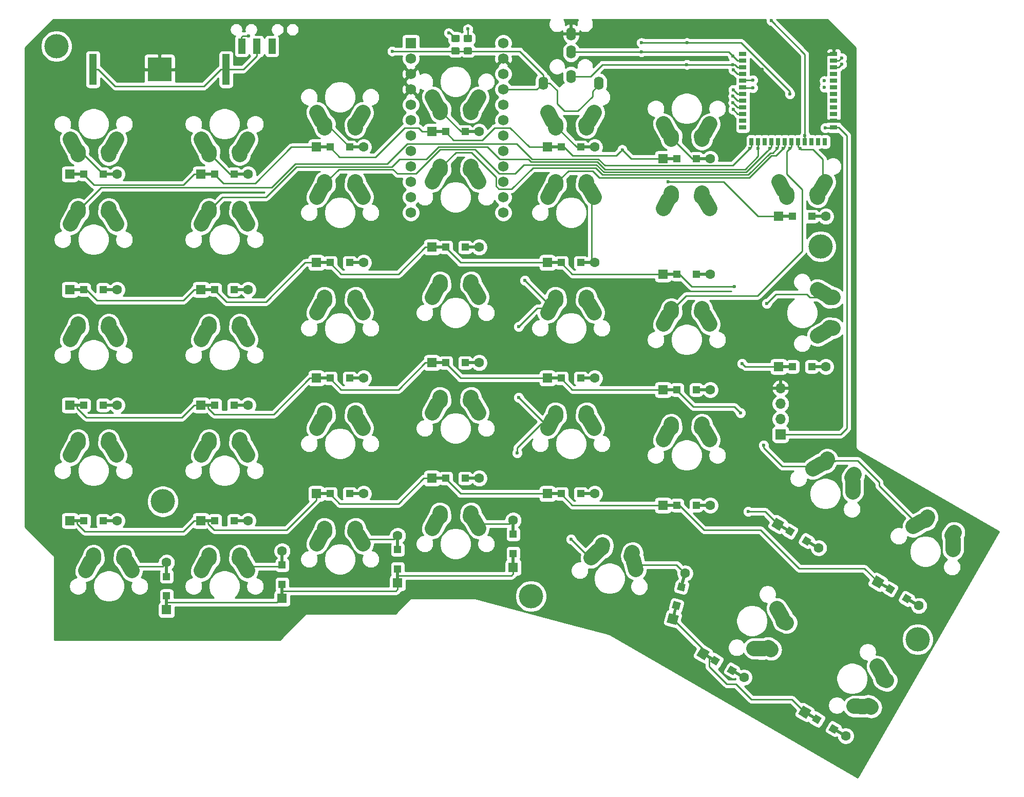
<source format=gbl>
G04 #@! TF.GenerationSoftware,KiCad,Pcbnew,5.1.5-52549c5~84~ubuntu18.04.1*
G04 #@! TF.CreationDate,2020-04-02T09:30:30-07:00*
G04 #@! TF.ProjectId,redox_rev1,7265646f-785f-4726-9576-312e6b696361,1.0*
G04 #@! TF.SameCoordinates,Original*
G04 #@! TF.FileFunction,Copper,L2,Bot*
G04 #@! TF.FilePolarity,Positive*
%FSLAX46Y46*%
G04 Gerber Fmt 4.6, Leading zero omitted, Abs format (unit mm)*
G04 Created by KiCad (PCBNEW 5.1.5-52549c5~84~ubuntu18.04.1) date 2020-04-02 09:30:30*
%MOMM*%
%LPD*%
G04 APERTURE LIST*
%ADD10C,2.500000*%
%ADD11R,1.198880X0.698500*%
%ADD12R,0.698500X1.198880*%
%ADD13C,4.000000*%
%ADD14O,1.700000X1.700000*%
%ADD15R,1.700000X1.700000*%
%ADD16R,2.500000X0.500000*%
%ADD17R,1.200000X1.200000*%
%ADD18C,1.600000*%
%ADD19R,1.600000X1.600000*%
%ADD20C,0.100000*%
%ADD21R,0.500000X2.500000*%
%ADD22R,1.250000X2.500000*%
%ADD23O,1.600000X2.200000*%
%ADD24R,1.752600X1.752600*%
%ADD25C,1.752600*%
%ADD26R,1.270000X5.080000*%
%ADD27R,3.960000X3.960000*%
%ADD28C,0.600000*%
%ADD29C,0.250000*%
%ADD30C,0.254000*%
G04 APERTURE END LIST*
D10*
X134619724Y-67309328D02*
X134580276Y-66730672D01*
X129080453Y-66229954D02*
X128269547Y-64770046D01*
X135079547Y-66229954D02*
X135890453Y-64770046D01*
X129540276Y-67309328D02*
X129579724Y-66730672D01*
D11*
X213492080Y-67246500D03*
X198495920Y-60647580D03*
X198495920Y-59547760D03*
D12*
X212041740Y-69596000D03*
D11*
X213492080Y-65046860D03*
X213492080Y-63947040D03*
X213492080Y-62847220D03*
X213492080Y-61747400D03*
X213492080Y-60647580D03*
X213492080Y-59547760D03*
X213492080Y-58447940D03*
X213492080Y-57348120D03*
X213492080Y-56248300D03*
X198495920Y-55148480D03*
X198495920Y-56248300D03*
X198495920Y-57348120D03*
X198495920Y-58447940D03*
X198495920Y-61747400D03*
X198495920Y-62847220D03*
X198495920Y-63947040D03*
X198495920Y-65046860D03*
X198495920Y-66146680D03*
X198495920Y-67246500D03*
D12*
X199946260Y-69596000D03*
X201046080Y-69596000D03*
X202145900Y-69596000D03*
X203245720Y-69596000D03*
X204345540Y-69596000D03*
X205445360Y-69596000D03*
X206542640Y-69596000D03*
X207642460Y-69596000D03*
X208742280Y-69596000D03*
X209842100Y-69596000D03*
X210941920Y-69596000D03*
D11*
X213492080Y-55148480D03*
X213492080Y-66146680D03*
D13*
X163576000Y-144526000D03*
X227330000Y-151638000D03*
X85344000Y-53848000D03*
X211328000Y-86868000D03*
D14*
X204724000Y-110236000D03*
X204724000Y-112776000D03*
X204724000Y-115316000D03*
D15*
X204724000Y-117856000D03*
D16*
X94140000Y-74930000D03*
D17*
X93015000Y-74930000D03*
X89865000Y-74930000D03*
D16*
X88740000Y-74930000D03*
D18*
X95340000Y-74930000D03*
D19*
X87540000Y-74930000D03*
D16*
X115730000Y-74930000D03*
D17*
X114605000Y-74930000D03*
X111455000Y-74930000D03*
D16*
X110330000Y-74930000D03*
D18*
X116930000Y-74930000D03*
D19*
X109130000Y-74930000D03*
D16*
X134780000Y-70485000D03*
D17*
X133655000Y-70485000D03*
X130505000Y-70485000D03*
D16*
X129380000Y-70485000D03*
D18*
X135980000Y-70485000D03*
D19*
X128180000Y-70485000D03*
D16*
X153830000Y-67945000D03*
D17*
X152705000Y-67945000D03*
X149555000Y-67945000D03*
D16*
X148430000Y-67945000D03*
D18*
X155030000Y-67945000D03*
D19*
X147230000Y-67945000D03*
D16*
X172880000Y-70485000D03*
D17*
X171755000Y-70485000D03*
X168605000Y-70485000D03*
D16*
X167480000Y-70485000D03*
D18*
X174080000Y-70485000D03*
D19*
X166280000Y-70485000D03*
D16*
X191930000Y-72390000D03*
D17*
X190805000Y-72390000D03*
X187655000Y-72390000D03*
D16*
X186530000Y-72390000D03*
D18*
X193130000Y-72390000D03*
D19*
X185330000Y-72390000D03*
D16*
X210980000Y-81915000D03*
D17*
X209855000Y-81915000D03*
X206705000Y-81915000D03*
D16*
X205580000Y-81915000D03*
D18*
X212180000Y-81915000D03*
D19*
X204380000Y-81915000D03*
D16*
X94140000Y-93980000D03*
D17*
X93015000Y-93980000D03*
X89865000Y-93980000D03*
D16*
X88740000Y-93980000D03*
D18*
X95340000Y-93980000D03*
D19*
X87540000Y-93980000D03*
D16*
X115730000Y-93980000D03*
D17*
X114605000Y-93980000D03*
X111455000Y-93980000D03*
D16*
X110330000Y-93980000D03*
D18*
X116930000Y-93980000D03*
D19*
X109130000Y-93980000D03*
D16*
X134780000Y-89535000D03*
D17*
X133655000Y-89535000D03*
X130505000Y-89535000D03*
D16*
X129380000Y-89535000D03*
D18*
X135980000Y-89535000D03*
D19*
X128180000Y-89535000D03*
D16*
X153830000Y-86995000D03*
D17*
X152705000Y-86995000D03*
X149555000Y-86995000D03*
D16*
X148430000Y-86995000D03*
D18*
X155030000Y-86995000D03*
D19*
X147230000Y-86995000D03*
D16*
X172880000Y-89535000D03*
D17*
X171755000Y-89535000D03*
X168605000Y-89535000D03*
D16*
X167480000Y-89535000D03*
D18*
X174080000Y-89535000D03*
D19*
X166280000Y-89535000D03*
D16*
X191930000Y-91440000D03*
D17*
X190805000Y-91440000D03*
X187655000Y-91440000D03*
D16*
X186530000Y-91440000D03*
D18*
X193130000Y-91440000D03*
D19*
X185330000Y-91440000D03*
D16*
X210980000Y-106680000D03*
D17*
X209855000Y-106680000D03*
X206705000Y-106680000D03*
D16*
X205580000Y-106680000D03*
D18*
X212180000Y-106680000D03*
D19*
X204380000Y-106680000D03*
D16*
X94140000Y-113030000D03*
D17*
X93015000Y-113030000D03*
X89865000Y-113030000D03*
D16*
X88740000Y-113030000D03*
D18*
X95340000Y-113030000D03*
D19*
X87540000Y-113030000D03*
D16*
X115730000Y-113030000D03*
D17*
X114605000Y-113030000D03*
X111455000Y-113030000D03*
D16*
X110330000Y-113030000D03*
D18*
X116930000Y-113030000D03*
D19*
X109130000Y-113030000D03*
D16*
X134780000Y-108585000D03*
D17*
X133655000Y-108585000D03*
X130505000Y-108585000D03*
D16*
X129380000Y-108585000D03*
D18*
X135980000Y-108585000D03*
D19*
X128180000Y-108585000D03*
D16*
X153830000Y-106045000D03*
D17*
X152705000Y-106045000D03*
X149555000Y-106045000D03*
D16*
X148430000Y-106045000D03*
D18*
X155030000Y-106045000D03*
D19*
X147230000Y-106045000D03*
D16*
X172880000Y-108585000D03*
D17*
X171755000Y-108585000D03*
X168605000Y-108585000D03*
D16*
X167480000Y-108585000D03*
D18*
X174080000Y-108585000D03*
D19*
X166280000Y-108585000D03*
D16*
X191930000Y-110490000D03*
D17*
X190805000Y-110490000D03*
X187655000Y-110490000D03*
D16*
X186530000Y-110490000D03*
D18*
X193130000Y-110490000D03*
D19*
X185330000Y-110490000D03*
G04 #@! TA.AperFunction,Conductor*
D20*
G36*
X211190801Y-136378494D02*
G01*
X210940801Y-136811506D01*
X208775737Y-135561506D01*
X209025737Y-135128494D01*
X211190801Y-136378494D01*
G37*
G04 #@! TD.AperFunction*
G04 #@! TA.AperFunction,SMDPad,CuDef*
G36*
X209828605Y-135187885D02*
G01*
X209228605Y-136227115D01*
X208189375Y-135627115D01*
X208789375Y-134587885D01*
X209828605Y-135187885D01*
G37*
G04 #@! TD.AperFunction*
G04 #@! TA.AperFunction,SMDPad,CuDef*
G36*
X207100625Y-133612885D02*
G01*
X206500625Y-134652115D01*
X205461395Y-134052115D01*
X206061395Y-133012885D01*
X207100625Y-133612885D01*
G37*
G04 #@! TD.AperFunction*
G04 #@! TA.AperFunction,Conductor*
G36*
X206514263Y-133678494D02*
G01*
X206264263Y-134111506D01*
X204099199Y-132861506D01*
X204349199Y-132428494D01*
X206514263Y-133678494D01*
G37*
G04 #@! TD.AperFunction*
D18*
X211022499Y-136570000D03*
G04 #@! TA.AperFunction,ComponentPad*
D20*
G36*
X205360321Y-132377180D02*
G01*
X204560321Y-133762820D01*
X203174681Y-132962820D01*
X203974681Y-131577180D01*
X205360321Y-132377180D01*
G37*
G04 #@! TD.AperFunction*
D16*
X94140000Y-132080000D03*
D17*
X93015000Y-132080000D03*
X89865000Y-132080000D03*
D16*
X88740000Y-132080000D03*
D18*
X95340000Y-132080000D03*
D19*
X87540000Y-132080000D03*
D16*
X115730000Y-132080000D03*
D17*
X114605000Y-132080000D03*
X111455000Y-132080000D03*
D16*
X110330000Y-132080000D03*
D18*
X116930000Y-132080000D03*
D19*
X109130000Y-132080000D03*
D16*
X134780000Y-127635000D03*
D17*
X133655000Y-127635000D03*
X130505000Y-127635000D03*
D16*
X129380000Y-127635000D03*
D18*
X135980000Y-127635000D03*
D19*
X128180000Y-127635000D03*
D16*
X153830000Y-125095000D03*
D17*
X152705000Y-125095000D03*
X149555000Y-125095000D03*
D16*
X148430000Y-125095000D03*
D18*
X155030000Y-125095000D03*
D19*
X147230000Y-125095000D03*
D16*
X172880000Y-127635000D03*
D17*
X171755000Y-127635000D03*
X168605000Y-127635000D03*
D16*
X167480000Y-127635000D03*
D18*
X174080000Y-127635000D03*
D19*
X166280000Y-127635000D03*
D16*
X191930000Y-129540000D03*
D17*
X190805000Y-129540000D03*
X187655000Y-129540000D03*
D16*
X186530000Y-129540000D03*
D18*
X193130000Y-129540000D03*
D19*
X185330000Y-129540000D03*
G04 #@! TA.AperFunction,Conductor*
D20*
G36*
X227700801Y-145903494D02*
G01*
X227450801Y-146336506D01*
X225285737Y-145086506D01*
X225535737Y-144653494D01*
X227700801Y-145903494D01*
G37*
G04 #@! TD.AperFunction*
G04 #@! TA.AperFunction,SMDPad,CuDef*
G36*
X226338605Y-144712885D02*
G01*
X225738605Y-145752115D01*
X224699375Y-145152115D01*
X225299375Y-144112885D01*
X226338605Y-144712885D01*
G37*
G04 #@! TD.AperFunction*
G04 #@! TA.AperFunction,SMDPad,CuDef*
G36*
X223610625Y-143137885D02*
G01*
X223010625Y-144177115D01*
X221971395Y-143577115D01*
X222571395Y-142537885D01*
X223610625Y-143137885D01*
G37*
G04 #@! TD.AperFunction*
G04 #@! TA.AperFunction,Conductor*
G36*
X223024263Y-143203494D02*
G01*
X222774263Y-143636506D01*
X220609199Y-142386506D01*
X220859199Y-141953494D01*
X223024263Y-143203494D01*
G37*
G04 #@! TD.AperFunction*
D18*
X227532499Y-146095000D03*
G04 #@! TA.AperFunction,ComponentPad*
D20*
G36*
X221870321Y-141902180D02*
G01*
X221070321Y-143287820D01*
X219684681Y-142487820D01*
X220484681Y-141102180D01*
X221870321Y-141902180D01*
G37*
G04 #@! TD.AperFunction*
D21*
X103505000Y-140175000D03*
D17*
X103505000Y-141300000D03*
X103505000Y-144450000D03*
D21*
X103505000Y-145575000D03*
D18*
X103505000Y-138975000D03*
D19*
X103505000Y-146775000D03*
D21*
X122555000Y-138270000D03*
D17*
X122555000Y-139395000D03*
X122555000Y-142545000D03*
D21*
X122555000Y-143670000D03*
D18*
X122555000Y-137070000D03*
D19*
X122555000Y-144870000D03*
D21*
X141605000Y-135730000D03*
D17*
X141605000Y-136855000D03*
X141605000Y-140005000D03*
D21*
X141605000Y-141130000D03*
D18*
X141605000Y-134530000D03*
D19*
X141605000Y-142330000D03*
D21*
X160655000Y-133190000D03*
D17*
X160655000Y-134315000D03*
X160655000Y-137465000D03*
D21*
X160655000Y-138590000D03*
D18*
X160655000Y-131990000D03*
D19*
X160655000Y-139790000D03*
G04 #@! TA.AperFunction,Conductor*
D20*
G36*
X188740853Y-140645888D02*
G01*
X189223816Y-140775297D01*
X188576769Y-143190112D01*
X188093806Y-143060703D01*
X188740853Y-140645888D01*
G37*
G04 #@! TD.AperFunction*
G04 #@! TA.AperFunction,SMDPad,CuDef*
G36*
X187943376Y-142269820D02*
G01*
X189102487Y-142580403D01*
X188791904Y-143739514D01*
X187632793Y-143428931D01*
X187943376Y-142269820D01*
G37*
G04 #@! TD.AperFunction*
G04 #@! TA.AperFunction,SMDPad,CuDef*
G36*
X187128096Y-145312486D02*
G01*
X188287207Y-145623069D01*
X187976624Y-146782180D01*
X186817513Y-146471597D01*
X187128096Y-145312486D01*
G37*
G04 #@! TD.AperFunction*
G04 #@! TA.AperFunction,Conductor*
G36*
X187343231Y-145861888D02*
G01*
X187826194Y-145991297D01*
X187179147Y-148406112D01*
X186696184Y-148276703D01*
X187343231Y-145861888D01*
G37*
G04 #@! TD.AperFunction*
D18*
X188969394Y-140758889D03*
G04 #@! TA.AperFunction,ComponentPad*
D20*
G36*
X186384921Y-147313315D02*
G01*
X187930402Y-147727426D01*
X187516291Y-149272907D01*
X185970810Y-148858796D01*
X186384921Y-147313315D01*
G37*
G04 #@! TD.AperFunction*
G04 #@! TA.AperFunction,Conductor*
G36*
X198871801Y-157714494D02*
G01*
X198621801Y-158147506D01*
X196456737Y-156897506D01*
X196706737Y-156464494D01*
X198871801Y-157714494D01*
G37*
G04 #@! TD.AperFunction*
G04 #@! TA.AperFunction,SMDPad,CuDef*
G36*
X197509605Y-156523885D02*
G01*
X196909605Y-157563115D01*
X195870375Y-156963115D01*
X196470375Y-155923885D01*
X197509605Y-156523885D01*
G37*
G04 #@! TD.AperFunction*
G04 #@! TA.AperFunction,SMDPad,CuDef*
G36*
X194781625Y-154948885D02*
G01*
X194181625Y-155988115D01*
X193142395Y-155388115D01*
X193742395Y-154348885D01*
X194781625Y-154948885D01*
G37*
G04 #@! TD.AperFunction*
G04 #@! TA.AperFunction,Conductor*
G36*
X194195263Y-155014494D02*
G01*
X193945263Y-155447506D01*
X191780199Y-154197506D01*
X192030199Y-153764494D01*
X194195263Y-155014494D01*
G37*
G04 #@! TD.AperFunction*
D18*
X198703499Y-157906000D03*
G04 #@! TA.AperFunction,ComponentPad*
D20*
G36*
X193041321Y-153713180D02*
G01*
X192241321Y-155098820D01*
X190855681Y-154298820D01*
X191655681Y-152913180D01*
X193041321Y-153713180D01*
G37*
G04 #@! TD.AperFunction*
G04 #@! TA.AperFunction,Conductor*
G36*
X215635801Y-167366494D02*
G01*
X215385801Y-167799506D01*
X213220737Y-166549506D01*
X213470737Y-166116494D01*
X215635801Y-167366494D01*
G37*
G04 #@! TD.AperFunction*
G04 #@! TA.AperFunction,SMDPad,CuDef*
G36*
X214273605Y-166175885D02*
G01*
X213673605Y-167215115D01*
X212634375Y-166615115D01*
X213234375Y-165575885D01*
X214273605Y-166175885D01*
G37*
G04 #@! TD.AperFunction*
G04 #@! TA.AperFunction,SMDPad,CuDef*
G36*
X211545625Y-164600885D02*
G01*
X210945625Y-165640115D01*
X209906395Y-165040115D01*
X210506395Y-164000885D01*
X211545625Y-164600885D01*
G37*
G04 #@! TD.AperFunction*
G04 #@! TA.AperFunction,Conductor*
G36*
X210959263Y-164666494D02*
G01*
X210709263Y-165099506D01*
X208544199Y-163849506D01*
X208794199Y-163416494D01*
X210959263Y-164666494D01*
G37*
G04 #@! TD.AperFunction*
D18*
X215467499Y-167558000D03*
G04 #@! TA.AperFunction,ComponentPad*
D20*
G36*
X209805321Y-163365180D02*
G01*
X209005321Y-164750820D01*
X207619681Y-163950820D01*
X208419681Y-162565180D01*
X209805321Y-163365180D01*
G37*
G04 #@! TD.AperFunction*
D13*
X102870000Y-128905000D03*
D10*
X175391441Y-136041416D02*
X175279779Y-136610566D01*
X180462604Y-138517681D02*
X180868028Y-140137721D01*
X174667925Y-136965002D02*
X173506797Y-138165286D01*
X180297812Y-137356074D02*
X180109940Y-137904804D01*
X88900276Y-118745672D02*
X88939724Y-119324328D01*
X94439547Y-119825046D02*
X95250453Y-121284954D01*
X88440453Y-119825046D02*
X87629547Y-121284954D01*
X93979724Y-118745672D02*
X93940276Y-119324328D01*
X88900276Y-99695672D02*
X88939724Y-100274328D01*
X94439547Y-100775046D02*
X95250453Y-102234954D01*
X88440453Y-100775046D02*
X87629547Y-102234954D01*
X93979724Y-99695672D02*
X93940276Y-100274328D01*
X88900276Y-80645672D02*
X88939724Y-81224328D01*
X94439547Y-81725046D02*
X95250453Y-83184954D01*
X88440453Y-81725046D02*
X87629547Y-83184954D01*
X93979724Y-80645672D02*
X93940276Y-81224328D01*
X93979724Y-71754328D02*
X93940276Y-71175672D01*
X88440453Y-70674954D02*
X87629547Y-69215046D01*
X94439547Y-70674954D02*
X95250453Y-69215046D01*
X88900276Y-71754328D02*
X88939724Y-71175672D01*
X228940198Y-131491310D02*
X228685034Y-132012166D01*
X233197660Y-135195712D02*
X233169972Y-136865482D01*
X228002294Y-132196165D02*
X226570074Y-133055029D01*
X233339130Y-134031034D02*
X233015638Y-134512442D01*
X148590276Y-130810672D02*
X148629724Y-131389328D01*
X154129547Y-131890046D02*
X154940453Y-133349954D01*
X148130453Y-131890046D02*
X147319547Y-133349954D01*
X153669724Y-130810672D02*
X153630276Y-131389328D01*
X129540276Y-133350672D02*
X129579724Y-133929328D01*
X135079547Y-134430046D02*
X135890453Y-135889954D01*
X129080453Y-134430046D02*
X128269547Y-135889954D01*
X134619724Y-133350672D02*
X134580276Y-133929328D01*
X110490276Y-137795672D02*
X110529724Y-138374328D01*
X116029547Y-138875046D02*
X116840453Y-140334954D01*
X110030453Y-138875046D02*
X109219547Y-140334954D01*
X115569724Y-137795672D02*
X115530276Y-138374328D01*
X91440276Y-137795672D02*
X91479724Y-138374328D01*
X96979547Y-138875046D02*
X97790453Y-140334954D01*
X90980453Y-138875046D02*
X90169547Y-140334954D01*
X96519724Y-137795672D02*
X96480276Y-138374328D01*
X186690276Y-116205672D02*
X186729724Y-116784328D01*
X192229547Y-117285046D02*
X193040453Y-118744954D01*
X186230453Y-117285046D02*
X185419547Y-118744954D01*
X191769724Y-116205672D02*
X191730276Y-116784328D01*
X167640276Y-114300672D02*
X167679724Y-114879328D01*
X173179547Y-115380046D02*
X173990453Y-116839954D01*
X167180453Y-115380046D02*
X166369547Y-116839954D01*
X172719724Y-114300672D02*
X172680276Y-114879328D01*
X148590276Y-111760672D02*
X148629724Y-112339328D01*
X154129547Y-112840046D02*
X154940453Y-114299954D01*
X148130453Y-112840046D02*
X147319547Y-114299954D01*
X153669724Y-111760672D02*
X153630276Y-112339328D01*
X129540276Y-114300672D02*
X129579724Y-114879328D01*
X135079547Y-115380046D02*
X135890453Y-116839954D01*
X129080453Y-115380046D02*
X128269547Y-116839954D01*
X134619724Y-114300672D02*
X134580276Y-114879328D01*
X110490276Y-118745672D02*
X110529724Y-119324328D01*
X116029547Y-119825046D02*
X116840453Y-121284954D01*
X110030453Y-119825046D02*
X109219547Y-121284954D01*
X115569724Y-118745672D02*
X115530276Y-119324328D01*
X212430198Y-121966310D02*
X212175034Y-122487166D01*
X216687660Y-125670712D02*
X216659972Y-127340482D01*
X211492294Y-122671165D02*
X210060074Y-123530029D01*
X216829130Y-124506034D02*
X216505638Y-124987442D01*
X186690276Y-97155672D02*
X186729724Y-97734328D01*
X192229547Y-98235046D02*
X193040453Y-99694954D01*
X186230453Y-98235046D02*
X185419547Y-99694954D01*
X191769724Y-97155672D02*
X191730276Y-97734328D01*
X167640276Y-95250672D02*
X167679724Y-95829328D01*
X173179547Y-96330046D02*
X173990453Y-97789954D01*
X167180453Y-96330046D02*
X166369547Y-97789954D01*
X172719724Y-95250672D02*
X172680276Y-95829328D01*
X148590276Y-92710672D02*
X148629724Y-93289328D01*
X154129547Y-93790046D02*
X154940453Y-95249954D01*
X148130453Y-93790046D02*
X147319547Y-95249954D01*
X153669724Y-92710672D02*
X153630276Y-93289328D01*
X129540276Y-95250672D02*
X129579724Y-95829328D01*
X135079547Y-96330046D02*
X135890453Y-97789954D01*
X129080453Y-96330046D02*
X128269547Y-97789954D01*
X134619724Y-95250672D02*
X134580276Y-95829328D01*
X110490276Y-99695672D02*
X110529724Y-100274328D01*
X116029547Y-100775046D02*
X116840453Y-102234954D01*
X110030453Y-100775046D02*
X109219547Y-102234954D01*
X115569724Y-99695672D02*
X115530276Y-100274328D01*
X186690276Y-78105672D02*
X186729724Y-78684328D01*
X192229547Y-79185046D02*
X193040453Y-80644954D01*
X186230453Y-79185046D02*
X185419547Y-80644954D01*
X191769724Y-78105672D02*
X191730276Y-78684328D01*
X167640276Y-76200672D02*
X167679724Y-76779328D01*
X173179547Y-77280046D02*
X173990453Y-78739954D01*
X167180453Y-77280046D02*
X166369547Y-78739954D01*
X172719724Y-76200672D02*
X172680276Y-76779328D01*
X148590276Y-73660672D02*
X148629724Y-74239328D01*
X154129547Y-74740046D02*
X154940453Y-76199954D01*
X148130453Y-74740046D02*
X147319547Y-76199954D01*
X153669724Y-73660672D02*
X153630276Y-74239328D01*
X129540276Y-76200672D02*
X129579724Y-76779328D01*
X135079547Y-77280046D02*
X135890453Y-78739954D01*
X129080453Y-77280046D02*
X128269547Y-78739954D01*
X134619724Y-76200672D02*
X134580276Y-76779328D01*
X110490276Y-80645672D02*
X110529724Y-81224328D01*
X116029547Y-81725046D02*
X116840453Y-83184954D01*
X110030453Y-81725046D02*
X109219547Y-83184954D01*
X115569724Y-80645672D02*
X115530276Y-81224328D01*
X210819724Y-78739328D02*
X210780276Y-78160672D01*
X205280453Y-77659954D02*
X204469547Y-76200046D01*
X211279547Y-77659954D02*
X212090453Y-76200046D01*
X205740276Y-78739328D02*
X205779724Y-78160672D01*
X191769724Y-69214328D02*
X191730276Y-68635672D01*
X186230453Y-68134954D02*
X185419547Y-66675046D01*
X192229547Y-68134954D02*
X193040453Y-66675046D01*
X186690276Y-69214328D02*
X186729724Y-68635672D01*
X172719724Y-67309328D02*
X172680276Y-66730672D01*
X167180453Y-66229954D02*
X166369547Y-64770046D01*
X173179547Y-66229954D02*
X173990453Y-64770046D01*
X167640276Y-67309328D02*
X167679724Y-66730672D01*
X153669724Y-64769328D02*
X153630276Y-64190672D01*
X148130453Y-63689954D02*
X147319547Y-62230046D01*
X154129547Y-63689954D02*
X154940453Y-62230046D01*
X148590276Y-64769328D02*
X148629724Y-64190672D01*
X115569724Y-71754328D02*
X115530276Y-71175672D01*
X110030453Y-70674954D02*
X109219547Y-69215046D01*
X116029547Y-70674954D02*
X116840453Y-69215046D01*
X110490276Y-71754328D02*
X110529724Y-71175672D01*
X213359328Y-95250276D02*
X212780672Y-95289724D01*
X212279954Y-100789547D02*
X210820046Y-101600453D01*
X212279954Y-94790453D02*
X210820046Y-93979547D01*
X213359328Y-100329724D02*
X212780672Y-100290276D01*
X222203690Y-158455198D02*
X221682834Y-158200034D01*
X218499288Y-162712660D02*
X216829518Y-162684972D01*
X221498835Y-157517294D02*
X220639971Y-156085074D01*
X219663966Y-162854130D02*
X219182558Y-162530638D01*
X205693690Y-148930198D02*
X205172834Y-148675034D01*
X201989288Y-153187660D02*
X200319518Y-153159972D01*
X204988835Y-147992294D02*
X204129971Y-146560074D01*
X203153966Y-153329130D02*
X202672558Y-153005638D01*
D22*
X115876700Y-53854800D03*
X118376700Y-53854800D03*
X120876700Y-53854800D03*
D23*
X170180000Y-54815600D03*
X170180000Y-51815600D03*
X170180000Y-58815600D03*
X165580000Y-59915600D03*
X174780000Y-59915600D03*
D24*
X143764000Y-53340000D03*
D25*
X143764000Y-55880000D03*
X143764000Y-58420000D03*
X143764000Y-60960000D03*
X143764000Y-63500000D03*
X143764000Y-66040000D03*
X143764000Y-68580000D03*
X143764000Y-71120000D03*
X143764000Y-73660000D03*
X143764000Y-76200000D03*
X143764000Y-78740000D03*
X159004000Y-81280000D03*
X159004000Y-78740000D03*
X159004000Y-76200000D03*
X159004000Y-73660000D03*
X159004000Y-71120000D03*
X159004000Y-68580000D03*
X159004000Y-66040000D03*
X159004000Y-63500000D03*
X159004000Y-60960000D03*
X159004000Y-58420000D03*
X159004000Y-55880000D03*
X143764000Y-81280000D03*
X159004000Y-53340000D03*
D26*
X91356680Y-57668160D03*
X113326680Y-57668160D03*
D27*
X102341680Y-57668160D03*
G04 #@! TA.AperFunction,SMDPad,CuDef*
D20*
G36*
X151604505Y-54045204D02*
G01*
X151628773Y-54048804D01*
X151652572Y-54054765D01*
X151675671Y-54063030D01*
X151697850Y-54073520D01*
X151718893Y-54086132D01*
X151738599Y-54100747D01*
X151756777Y-54117223D01*
X151773253Y-54135401D01*
X151787868Y-54155107D01*
X151800480Y-54176150D01*
X151810970Y-54198329D01*
X151819235Y-54221428D01*
X151825196Y-54245227D01*
X151828796Y-54269495D01*
X151830000Y-54293999D01*
X151830000Y-54944001D01*
X151828796Y-54968505D01*
X151825196Y-54992773D01*
X151819235Y-55016572D01*
X151810970Y-55039671D01*
X151800480Y-55061850D01*
X151787868Y-55082893D01*
X151773253Y-55102599D01*
X151756777Y-55120777D01*
X151738599Y-55137253D01*
X151718893Y-55151868D01*
X151697850Y-55164480D01*
X151675671Y-55174970D01*
X151652572Y-55183235D01*
X151628773Y-55189196D01*
X151604505Y-55192796D01*
X151580001Y-55194000D01*
X150679999Y-55194000D01*
X150655495Y-55192796D01*
X150631227Y-55189196D01*
X150607428Y-55183235D01*
X150584329Y-55174970D01*
X150562150Y-55164480D01*
X150541107Y-55151868D01*
X150521401Y-55137253D01*
X150503223Y-55120777D01*
X150486747Y-55102599D01*
X150472132Y-55082893D01*
X150459520Y-55061850D01*
X150449030Y-55039671D01*
X150440765Y-55016572D01*
X150434804Y-54992773D01*
X150431204Y-54968505D01*
X150430000Y-54944001D01*
X150430000Y-54293999D01*
X150431204Y-54269495D01*
X150434804Y-54245227D01*
X150440765Y-54221428D01*
X150449030Y-54198329D01*
X150459520Y-54176150D01*
X150472132Y-54155107D01*
X150486747Y-54135401D01*
X150503223Y-54117223D01*
X150521401Y-54100747D01*
X150541107Y-54086132D01*
X150562150Y-54073520D01*
X150584329Y-54063030D01*
X150607428Y-54054765D01*
X150631227Y-54048804D01*
X150655495Y-54045204D01*
X150679999Y-54044000D01*
X151580001Y-54044000D01*
X151604505Y-54045204D01*
G37*
G04 #@! TD.AperFunction*
G04 #@! TA.AperFunction,SMDPad,CuDef*
G36*
X151604505Y-51995204D02*
G01*
X151628773Y-51998804D01*
X151652572Y-52004765D01*
X151675671Y-52013030D01*
X151697850Y-52023520D01*
X151718893Y-52036132D01*
X151738599Y-52050747D01*
X151756777Y-52067223D01*
X151773253Y-52085401D01*
X151787868Y-52105107D01*
X151800480Y-52126150D01*
X151810970Y-52148329D01*
X151819235Y-52171428D01*
X151825196Y-52195227D01*
X151828796Y-52219495D01*
X151830000Y-52243999D01*
X151830000Y-52894001D01*
X151828796Y-52918505D01*
X151825196Y-52942773D01*
X151819235Y-52966572D01*
X151810970Y-52989671D01*
X151800480Y-53011850D01*
X151787868Y-53032893D01*
X151773253Y-53052599D01*
X151756777Y-53070777D01*
X151738599Y-53087253D01*
X151718893Y-53101868D01*
X151697850Y-53114480D01*
X151675671Y-53124970D01*
X151652572Y-53133235D01*
X151628773Y-53139196D01*
X151604505Y-53142796D01*
X151580001Y-53144000D01*
X150679999Y-53144000D01*
X150655495Y-53142796D01*
X150631227Y-53139196D01*
X150607428Y-53133235D01*
X150584329Y-53124970D01*
X150562150Y-53114480D01*
X150541107Y-53101868D01*
X150521401Y-53087253D01*
X150503223Y-53070777D01*
X150486747Y-53052599D01*
X150472132Y-53032893D01*
X150459520Y-53011850D01*
X150449030Y-52989671D01*
X150440765Y-52966572D01*
X150434804Y-52942773D01*
X150431204Y-52918505D01*
X150430000Y-52894001D01*
X150430000Y-52243999D01*
X150431204Y-52219495D01*
X150434804Y-52195227D01*
X150440765Y-52171428D01*
X150449030Y-52148329D01*
X150459520Y-52126150D01*
X150472132Y-52105107D01*
X150486747Y-52085401D01*
X150503223Y-52067223D01*
X150521401Y-52050747D01*
X150541107Y-52036132D01*
X150562150Y-52023520D01*
X150584329Y-52013030D01*
X150607428Y-52004765D01*
X150631227Y-51998804D01*
X150655495Y-51995204D01*
X150679999Y-51994000D01*
X151580001Y-51994000D01*
X151604505Y-51995204D01*
G37*
G04 #@! TD.AperFunction*
G04 #@! TA.AperFunction,SMDPad,CuDef*
G36*
X153636505Y-54054204D02*
G01*
X153660773Y-54057804D01*
X153684572Y-54063765D01*
X153707671Y-54072030D01*
X153729850Y-54082520D01*
X153750893Y-54095132D01*
X153770599Y-54109747D01*
X153788777Y-54126223D01*
X153805253Y-54144401D01*
X153819868Y-54164107D01*
X153832480Y-54185150D01*
X153842970Y-54207329D01*
X153851235Y-54230428D01*
X153857196Y-54254227D01*
X153860796Y-54278495D01*
X153862000Y-54302999D01*
X153862000Y-54953001D01*
X153860796Y-54977505D01*
X153857196Y-55001773D01*
X153851235Y-55025572D01*
X153842970Y-55048671D01*
X153832480Y-55070850D01*
X153819868Y-55091893D01*
X153805253Y-55111599D01*
X153788777Y-55129777D01*
X153770599Y-55146253D01*
X153750893Y-55160868D01*
X153729850Y-55173480D01*
X153707671Y-55183970D01*
X153684572Y-55192235D01*
X153660773Y-55198196D01*
X153636505Y-55201796D01*
X153612001Y-55203000D01*
X152711999Y-55203000D01*
X152687495Y-55201796D01*
X152663227Y-55198196D01*
X152639428Y-55192235D01*
X152616329Y-55183970D01*
X152594150Y-55173480D01*
X152573107Y-55160868D01*
X152553401Y-55146253D01*
X152535223Y-55129777D01*
X152518747Y-55111599D01*
X152504132Y-55091893D01*
X152491520Y-55070850D01*
X152481030Y-55048671D01*
X152472765Y-55025572D01*
X152466804Y-55001773D01*
X152463204Y-54977505D01*
X152462000Y-54953001D01*
X152462000Y-54302999D01*
X152463204Y-54278495D01*
X152466804Y-54254227D01*
X152472765Y-54230428D01*
X152481030Y-54207329D01*
X152491520Y-54185150D01*
X152504132Y-54164107D01*
X152518747Y-54144401D01*
X152535223Y-54126223D01*
X152553401Y-54109747D01*
X152573107Y-54095132D01*
X152594150Y-54082520D01*
X152616329Y-54072030D01*
X152639428Y-54063765D01*
X152663227Y-54057804D01*
X152687495Y-54054204D01*
X152711999Y-54053000D01*
X153612001Y-54053000D01*
X153636505Y-54054204D01*
G37*
G04 #@! TD.AperFunction*
G04 #@! TA.AperFunction,SMDPad,CuDef*
G36*
X153636505Y-52004204D02*
G01*
X153660773Y-52007804D01*
X153684572Y-52013765D01*
X153707671Y-52022030D01*
X153729850Y-52032520D01*
X153750893Y-52045132D01*
X153770599Y-52059747D01*
X153788777Y-52076223D01*
X153805253Y-52094401D01*
X153819868Y-52114107D01*
X153832480Y-52135150D01*
X153842970Y-52157329D01*
X153851235Y-52180428D01*
X153857196Y-52204227D01*
X153860796Y-52228495D01*
X153862000Y-52252999D01*
X153862000Y-52903001D01*
X153860796Y-52927505D01*
X153857196Y-52951773D01*
X153851235Y-52975572D01*
X153842970Y-52998671D01*
X153832480Y-53020850D01*
X153819868Y-53041893D01*
X153805253Y-53061599D01*
X153788777Y-53079777D01*
X153770599Y-53096253D01*
X153750893Y-53110868D01*
X153729850Y-53123480D01*
X153707671Y-53133970D01*
X153684572Y-53142235D01*
X153660773Y-53148196D01*
X153636505Y-53151796D01*
X153612001Y-53153000D01*
X152711999Y-53153000D01*
X152687495Y-53151796D01*
X152663227Y-53148196D01*
X152639428Y-53142235D01*
X152616329Y-53133970D01*
X152594150Y-53123480D01*
X152573107Y-53110868D01*
X152553401Y-53096253D01*
X152535223Y-53079777D01*
X152518747Y-53061599D01*
X152504132Y-53041893D01*
X152491520Y-53020850D01*
X152481030Y-52998671D01*
X152472765Y-52975572D01*
X152466804Y-52951773D01*
X152463204Y-52927505D01*
X152462000Y-52903001D01*
X152462000Y-52252999D01*
X152463204Y-52228495D01*
X152466804Y-52204227D01*
X152472765Y-52180428D01*
X152481030Y-52157329D01*
X152491520Y-52135150D01*
X152504132Y-52114107D01*
X152518747Y-52094401D01*
X152535223Y-52076223D01*
X152553401Y-52059747D01*
X152573107Y-52045132D01*
X152594150Y-52032520D01*
X152616329Y-52022030D01*
X152639428Y-52013765D01*
X152663227Y-52007804D01*
X152687495Y-52004204D01*
X152711999Y-52003000D01*
X153612001Y-52003000D01*
X153636505Y-52004204D01*
G37*
G04 #@! TD.AperFunction*
D28*
X186182000Y-76200000D03*
X196926200Y-57759600D03*
X178612800Y-70916800D03*
X197104000Y-93472000D03*
X198374000Y-106172000D03*
X196918040Y-61018960D03*
X198120000Y-114300000D03*
X199390000Y-130556000D03*
X196888830Y-62089570D03*
X196885020Y-63185580D03*
X196906610Y-64306990D03*
X199686450Y-70705250D03*
X201046080Y-70708520D03*
X202961780Y-70729380D03*
X204177900Y-70726300D03*
X162560000Y-92456000D03*
X161544000Y-100076000D03*
X161544000Y-111760000D03*
X161290000Y-120904000D03*
X170180000Y-135128000D03*
X205166500Y-70724300D03*
X206261240Y-70726840D03*
X202438000Y-96266000D03*
X201930000Y-119634000D03*
X207930210Y-70733190D03*
X212090000Y-67310000D03*
X206248000Y-61722000D03*
X181787800Y-53276500D03*
X189280800Y-53289200D03*
X140700700Y-54676100D03*
X201676000Y-57658000D03*
X201676000Y-64770000D03*
X211945220Y-60647580D03*
X200152000Y-60706000D03*
X211940140Y-59547760D03*
X200152000Y-59436000D03*
X196848190Y-55450010D03*
X181800500Y-54787800D03*
X196850000Y-56870600D03*
X189268100Y-56870600D03*
X214838820Y-56850820D03*
X153162000Y-51010389D03*
X214807800Y-55765700D03*
X150012400Y-51663600D03*
X203174600Y-49618900D03*
X208742280Y-68549520D03*
X117043200Y-52120800D03*
D29*
X93015000Y-74925000D02*
X93015000Y-74930000D01*
X88035000Y-69945000D02*
X93015000Y-74925000D01*
X89740000Y-74930000D02*
X91518000Y-76708000D01*
X88740000Y-74930000D02*
X89740000Y-74930000D01*
X108080000Y-74930000D02*
X109130000Y-74930000D01*
X106302000Y-76708000D02*
X108080000Y-74930000D01*
X91518000Y-76708000D02*
X106302000Y-76708000D01*
X111330000Y-74930000D02*
X112854000Y-76454000D01*
X110330000Y-74930000D02*
X111330000Y-74930000D01*
X112854000Y-76454000D02*
X118110000Y-76454000D01*
X124079000Y-70485000D02*
X128180000Y-70485000D01*
X118110000Y-76454000D02*
X124079000Y-70485000D01*
X186182000Y-76200000D02*
X195326000Y-76200000D01*
X201041000Y-81915000D02*
X204380000Y-81915000D01*
X195326000Y-76200000D02*
X201041000Y-81915000D01*
X145034000Y-67310000D02*
X145669000Y-67945000D01*
X145669000Y-67945000D02*
X147230000Y-67945000D01*
X130380000Y-70485000D02*
X132031000Y-72136000D01*
X142748000Y-67310000D02*
X145034000Y-67310000D01*
X129380000Y-70485000D02*
X130380000Y-70485000D01*
X132031000Y-72136000D02*
X137922000Y-72136000D01*
X137922000Y-72136000D02*
X142748000Y-67310000D01*
X165230000Y-70485000D02*
X166280000Y-70485000D01*
X163322000Y-70485000D02*
X165230000Y-70485000D01*
X157607000Y-67310000D02*
X160147000Y-67310000D01*
X149430000Y-67945000D02*
X150827000Y-69342000D01*
X150827000Y-69342000D02*
X155575000Y-69342000D01*
X160147000Y-67310000D02*
X163322000Y-70485000D01*
X148430000Y-67945000D02*
X149430000Y-67945000D01*
X155575000Y-69342000D02*
X157607000Y-67310000D01*
X197614540Y-58447940D02*
X198495920Y-58447940D01*
X196926200Y-57759600D02*
X197614540Y-58447940D01*
X178612800Y-70916800D02*
X180086000Y-72390000D01*
X180086000Y-72390000D02*
X185330000Y-72390000D01*
X167480000Y-70485000D02*
X168480000Y-70485000D01*
X178312801Y-71216799D02*
X178612800Y-70916800D01*
X177622200Y-71907400D02*
X178312801Y-71216799D01*
X167480000Y-70485000D02*
X168980000Y-70485000D01*
X170402400Y-71907400D02*
X177622200Y-71907400D01*
X168980000Y-70485000D02*
X170402400Y-71907400D01*
X113975000Y-74930000D02*
X114605000Y-74930000D01*
X110510000Y-71465000D02*
X113975000Y-74930000D01*
X133655000Y-70480000D02*
X133655000Y-70485000D01*
X128675000Y-65500000D02*
X133655000Y-70480000D01*
X152075000Y-67945000D02*
X152705000Y-67945000D01*
X148610000Y-64480000D02*
X152075000Y-67945000D01*
X171125000Y-70485000D02*
X171755000Y-70485000D01*
X167660000Y-67020000D02*
X171125000Y-70485000D01*
X190175000Y-72390000D02*
X190805000Y-72390000D01*
X186710000Y-68925000D02*
X190175000Y-72390000D01*
X90240000Y-93980000D02*
X92018000Y-95758000D01*
X88740000Y-93980000D02*
X90240000Y-93980000D01*
X108080000Y-93980000D02*
X109130000Y-93980000D01*
X106302000Y-95758000D02*
X108080000Y-93980000D01*
X92018000Y-95758000D02*
X106302000Y-95758000D01*
X111330000Y-93980000D02*
X113362000Y-96012000D01*
X110330000Y-93980000D02*
X111330000Y-93980000D01*
X113362000Y-96012000D02*
X119888000Y-96012000D01*
X126365000Y-89535000D02*
X128180000Y-89535000D01*
X119888000Y-96012000D02*
X126365000Y-89535000D01*
X130380000Y-89535000D02*
X132285000Y-91440000D01*
X129380000Y-89535000D02*
X130380000Y-89535000D01*
X146180000Y-86995000D02*
X147230000Y-86995000D01*
X141735000Y-91440000D02*
X146180000Y-86995000D01*
X132285000Y-91440000D02*
X141735000Y-91440000D01*
X165230000Y-89535000D02*
X166280000Y-89535000D01*
X151970000Y-89535000D02*
X165230000Y-89535000D01*
X149430000Y-86995000D02*
X151970000Y-89535000D01*
X148430000Y-86995000D02*
X149430000Y-86995000D01*
X184280000Y-91440000D02*
X185330000Y-91440000D01*
X170385000Y-91440000D02*
X184280000Y-91440000D01*
X168480000Y-89535000D02*
X170385000Y-91440000D01*
X167480000Y-89535000D02*
X168480000Y-89535000D01*
X191051998Y-93472000D02*
X197104000Y-93472000D01*
X190062000Y-93472000D02*
X191051998Y-93472000D01*
X186530000Y-91440000D02*
X188030000Y-91440000D01*
X188030000Y-91440000D02*
X190062000Y-93472000D01*
X198882000Y-106680000D02*
X204380000Y-106680000D01*
X198374000Y-106172000D02*
X198882000Y-106680000D01*
X197646480Y-61747400D02*
X198495920Y-61747400D01*
X196918040Y-61018960D02*
X197646480Y-61747400D01*
X173585000Y-89040000D02*
X174080000Y-89535000D01*
X173585000Y-78010000D02*
X173585000Y-89040000D01*
X88740000Y-113530000D02*
X90272000Y-115062000D01*
X88740000Y-113030000D02*
X88740000Y-113530000D01*
X108080000Y-113030000D02*
X109130000Y-113030000D01*
X106048000Y-115062000D02*
X108080000Y-113030000D01*
X90272000Y-115062000D02*
X106048000Y-115062000D01*
X127130000Y-108585000D02*
X128180000Y-108585000D01*
X121161000Y-114554000D02*
X127130000Y-108585000D01*
X110330000Y-113530000D02*
X111354000Y-114554000D01*
X111354000Y-114554000D02*
X121161000Y-114554000D01*
X110330000Y-113030000D02*
X110330000Y-113530000D01*
X130380000Y-108585000D02*
X132285000Y-110490000D01*
X129380000Y-108585000D02*
X130380000Y-108585000D01*
X146180000Y-106045000D02*
X147230000Y-106045000D01*
X141735000Y-110490000D02*
X146180000Y-106045000D01*
X132285000Y-110490000D02*
X141735000Y-110490000D01*
X151970000Y-108585000D02*
X166280000Y-108585000D01*
X148430000Y-106045000D02*
X149430000Y-106045000D01*
X149430000Y-106045000D02*
X151970000Y-108585000D01*
X170385000Y-110490000D02*
X185330000Y-110490000D01*
X167480000Y-108585000D02*
X168480000Y-108585000D01*
X168480000Y-108585000D02*
X170385000Y-110490000D01*
X187530000Y-110490000D02*
X190324000Y-113284000D01*
X186530000Y-110490000D02*
X187530000Y-110490000D01*
X190324000Y-113284000D02*
X197104000Y-113284000D01*
X197104000Y-113284000D02*
X198120000Y-114300000D01*
X202153501Y-130556000D02*
X204267501Y-132670000D01*
X199390000Y-130556000D02*
X202153501Y-130556000D01*
X197646480Y-62847220D02*
X198495920Y-62847220D01*
X196888830Y-62089570D02*
X197646480Y-62847220D01*
X88740000Y-132580000D02*
X90018000Y-133858000D01*
X88740000Y-132080000D02*
X88740000Y-132580000D01*
X108080000Y-132080000D02*
X109130000Y-132080000D01*
X106302000Y-133858000D02*
X108080000Y-132080000D01*
X90018000Y-133858000D02*
X106302000Y-133858000D01*
X128180000Y-128685000D02*
X128180000Y-127635000D01*
X111354000Y-133604000D02*
X123261000Y-133604000D01*
X110330000Y-132580000D02*
X111354000Y-133604000D01*
X123261000Y-133604000D02*
X128180000Y-128685000D01*
X110330000Y-132080000D02*
X110330000Y-132580000D01*
X130380000Y-127635000D02*
X132031000Y-129286000D01*
X129380000Y-127635000D02*
X130380000Y-127635000D01*
X132031000Y-129286000D02*
X141732000Y-129286000D01*
X145923000Y-125095000D02*
X147230000Y-125095000D01*
X141732000Y-129286000D02*
X145923000Y-125095000D01*
X151970000Y-127635000D02*
X166280000Y-127635000D01*
X148430000Y-125095000D02*
X149430000Y-125095000D01*
X149430000Y-125095000D02*
X151970000Y-127635000D01*
X168480000Y-127635000D02*
X170385000Y-129540000D01*
X167480000Y-127635000D02*
X168480000Y-127635000D01*
X170385000Y-129540000D02*
X185330000Y-129540000D01*
X188030000Y-129540000D02*
X192094000Y-133604000D01*
X186530000Y-129540000D02*
X188030000Y-129540000D01*
X192094000Y-133604000D02*
X201422000Y-133604000D01*
X201422000Y-133604000D02*
X207772000Y-139954000D01*
X218536501Y-139954000D02*
X220777501Y-142195000D01*
X207772000Y-139954000D02*
X218536501Y-139954000D01*
X197646480Y-63947040D02*
X198495920Y-63947040D01*
X196885020Y-63185580D02*
X197646480Y-63947040D01*
X102875000Y-139605000D02*
X103505000Y-138975000D01*
X97385000Y-139605000D02*
X102875000Y-139605000D01*
X122355000Y-144870000D02*
X122555000Y-144870000D01*
X121650000Y-145575000D02*
X122355000Y-144870000D01*
X103505000Y-145575000D02*
X121650000Y-145575000D01*
X160655000Y-140840000D02*
X160655000Y-139790000D01*
X160365000Y-141130000D02*
X160655000Y-140840000D01*
X141605000Y-141130000D02*
X160365000Y-141130000D01*
X191948501Y-153291006D02*
X191948501Y-154006000D01*
X186950606Y-148293111D02*
X191948501Y-153291006D01*
X192987731Y-154606000D02*
X192987731Y-156157731D01*
X192987731Y-156157731D02*
X195834000Y-159004000D01*
X195834000Y-159004000D02*
X197358000Y-159004000D01*
X197358000Y-159004000D02*
X199898000Y-161544000D01*
X206598501Y-161544000D02*
X208712501Y-163658000D01*
X199898000Y-161544000D02*
X206598501Y-161544000D01*
X141605000Y-143380000D02*
X141605000Y-142330000D01*
X141315000Y-143670000D02*
X141605000Y-143380000D01*
X122555000Y-143670000D02*
X141315000Y-143670000D01*
X197646480Y-65046860D02*
X198495920Y-65046860D01*
X196906610Y-64306990D02*
X197646480Y-65046860D01*
X122345000Y-139605000D02*
X122555000Y-139395000D01*
X116435000Y-139605000D02*
X122345000Y-139605000D01*
X140975000Y-135160000D02*
X141605000Y-134530000D01*
X135485000Y-135160000D02*
X140975000Y-135160000D01*
X160025000Y-132620000D02*
X160655000Y-131990000D01*
X154535000Y-132620000D02*
X160025000Y-132620000D01*
X188169395Y-139958890D02*
X188969394Y-140758889D01*
X187538206Y-139327701D02*
X188169395Y-139958890D01*
X180665316Y-139327701D02*
X187538206Y-139327701D01*
X95312900Y-71465000D02*
X93960000Y-71465000D01*
X88920000Y-80935000D02*
X92696990Y-77158010D01*
X199946260Y-70445440D02*
X199946260Y-69596000D01*
X175754231Y-73515001D02*
X196876699Y-73515001D01*
X196876699Y-73515001D02*
X199686450Y-70705250D01*
X163762400Y-72447990D02*
X174687221Y-72447991D01*
X161233109Y-69918699D02*
X163762400Y-72447990D01*
X143187375Y-69918699D02*
X161233109Y-69918699D01*
X124723610Y-73267980D02*
X139838094Y-73267980D01*
X120833580Y-77158010D02*
X124723610Y-73267980D01*
X174687221Y-72447991D02*
X175754231Y-73515001D01*
X139838094Y-73267980D02*
X143187375Y-69918699D01*
X92696990Y-77158010D02*
X120833580Y-77158010D01*
X199686450Y-70705250D02*
X199946260Y-70445440D01*
X175745420Y-74142600D02*
X198904580Y-74142600D01*
X174500820Y-72898000D02*
X175745420Y-74142600D01*
X201046080Y-72001100D02*
X201046080Y-70708520D01*
X163576000Y-72898000D02*
X174500820Y-72898000D01*
X141891901Y-72458699D02*
X146336901Y-72458699D01*
X198904580Y-74142600D02*
X201046080Y-72001100D01*
X110510000Y-80935000D02*
X112705000Y-78740000D01*
X146336901Y-72458699D02*
X148379609Y-70415991D01*
X124910010Y-73717990D02*
X140632610Y-73717990D01*
X119888000Y-78740000D02*
X124910010Y-73717990D01*
X112705000Y-78740000D02*
X119888000Y-78740000D01*
X148379609Y-70415991D02*
X156384667Y-70415991D01*
X140632610Y-73717990D02*
X141891901Y-72458699D01*
X156384667Y-70415991D02*
X158427375Y-72458699D01*
X158427375Y-72458699D02*
X163136699Y-72458699D01*
X163136699Y-72458699D02*
X163576000Y-72898000D01*
X201046080Y-70708520D02*
X201046080Y-69596000D01*
X203245720Y-70445440D02*
X202961780Y-70729380D01*
X203245720Y-69596000D02*
X203245720Y-70445440D01*
X202946000Y-70745160D02*
X202938430Y-70745160D01*
X202938430Y-70745160D02*
X202563590Y-71120000D01*
X175566210Y-74599800D02*
X199083790Y-74599800D01*
X141536301Y-74861301D02*
X144594699Y-74861301D01*
X140843000Y-74168000D02*
X141536301Y-74861301D01*
X160952299Y-74861301D02*
X162407600Y-73406000D01*
X148590000Y-70866000D02*
X154381200Y-70866000D01*
X129560000Y-76490000D02*
X131882000Y-74168000D01*
X199083790Y-74599800D02*
X202563590Y-71120000D01*
X131882000Y-74168000D02*
X140843000Y-74168000D01*
X154381200Y-70866000D02*
X158376501Y-74861301D01*
X158376501Y-74861301D02*
X160952299Y-74861301D01*
X144594699Y-74861301D02*
X148590000Y-70866000D01*
X162407600Y-73406000D02*
X174372410Y-73406000D01*
X174372410Y-73406000D02*
X175566210Y-74599800D01*
X202961780Y-70729380D02*
X202946000Y-70745160D01*
X203472210Y-71431990D02*
X204177900Y-70726300D01*
X157802699Y-76914023D02*
X158289977Y-77401301D01*
X204345540Y-70558660D02*
X204345540Y-69596000D01*
X157802699Y-75405099D02*
X157802699Y-76914023D01*
X203051266Y-71431990D02*
X203472210Y-71431990D01*
X175387000Y-75057000D02*
X199426256Y-75057000D01*
X153771600Y-71374000D02*
X157802699Y-75405099D01*
X148610000Y-73950000D02*
X151186000Y-71374000D01*
X174244000Y-73914000D02*
X175387000Y-75057000D01*
X151186000Y-71374000D02*
X153771600Y-71374000D01*
X158289977Y-77401301D02*
X160393499Y-77401301D01*
X163880800Y-73914000D02*
X174244000Y-73914000D01*
X160393499Y-77401301D02*
X163880800Y-73914000D01*
X199426256Y-75057000D02*
X203051266Y-71431990D01*
X204177900Y-70726300D02*
X204345540Y-70558660D01*
X166775000Y-96671000D02*
X166775000Y-97060000D01*
X162560000Y-92456000D02*
X166775000Y-96671000D01*
X166775000Y-97060000D02*
X164560000Y-97060000D01*
X164560000Y-97060000D02*
X161544000Y-100076000D01*
X165894000Y-116110000D02*
X166775000Y-116110000D01*
X161544000Y-111760000D02*
X165894000Y-116110000D01*
X161290000Y-120065115D02*
X161290000Y-120904000D01*
X166775000Y-116110000D02*
X165245115Y-116110000D01*
X165245115Y-116110000D02*
X161290000Y-120065115D01*
X172617144Y-137565144D02*
X174087361Y-137565144D01*
X170180000Y-135128000D02*
X172617144Y-137565144D01*
X203237666Y-71882000D02*
X204008800Y-71882000D01*
X174879000Y-75565000D02*
X199554666Y-75565000D01*
X173736000Y-74422000D02*
X174879000Y-75565000D01*
X169728000Y-74422000D02*
X173736000Y-74422000D01*
X204008800Y-71882000D02*
X205166500Y-70724300D01*
X167660000Y-76490000D02*
X169728000Y-74422000D01*
X205445360Y-70445440D02*
X205445360Y-69596000D01*
X199554666Y-75565000D02*
X203237666Y-71882000D01*
X205166500Y-70724300D02*
X205445360Y-70445440D01*
X200914000Y-94996000D02*
X189159000Y-94996000D01*
X189159000Y-94996000D02*
X186710000Y-97445000D01*
X206542640Y-70445440D02*
X206261240Y-70726840D01*
X206542640Y-69596000D02*
X206542640Y-70445440D01*
X205740000Y-71248080D02*
X205740000Y-74930000D01*
X208280000Y-87630000D02*
X200914000Y-94996000D01*
X205740000Y-74930000D02*
X208280000Y-77470000D01*
X208280000Y-77470000D02*
X208280000Y-87630000D01*
X206261240Y-70726840D02*
X205740000Y-71248080D01*
X207642460Y-70445440D02*
X207930210Y-70733190D01*
X207642460Y-69596000D02*
X207642460Y-70445440D01*
X208063020Y-70866000D02*
X210058000Y-70866000D01*
X211685000Y-72493000D02*
X211685000Y-76930000D01*
X210058000Y-70866000D02*
X211685000Y-72493000D01*
X213070000Y-95270000D02*
X209570000Y-95270000D01*
X209570000Y-95270000D02*
X209042000Y-94742000D01*
X209042000Y-94742000D02*
X203962000Y-94742000D01*
X203962000Y-94742000D02*
X202438000Y-96266000D01*
X208788100Y-123100597D02*
X210776184Y-123100597D01*
X204972333Y-123100597D02*
X208788100Y-123100597D01*
X201930000Y-120058264D02*
X204972333Y-123100597D01*
X201930000Y-119634000D02*
X201930000Y-120058264D01*
X213748086Y-122226738D02*
X213800824Y-122174000D01*
X212302616Y-122226738D02*
X213748086Y-122226738D01*
X213800824Y-122174000D02*
X217424000Y-122174000D01*
X217424000Y-122174000D02*
X220980000Y-125730000D01*
X226304333Y-131643746D02*
X227286184Y-132625597D01*
X220980000Y-126319413D02*
X226304333Y-131643746D01*
X220980000Y-125730000D02*
X220980000Y-126319413D01*
X207930210Y-70733190D02*
X208063020Y-70866000D01*
X213428580Y-67310000D02*
X213492080Y-67246500D01*
X212090000Y-67310000D02*
X213428580Y-67310000D01*
X214341520Y-67246500D02*
X215646000Y-68550980D01*
X213492080Y-67246500D02*
X214341520Y-67246500D01*
X215646000Y-68550980D02*
X215646000Y-116840000D01*
X214630000Y-117856000D02*
X204724000Y-117856000D01*
X215646000Y-116840000D02*
X214630000Y-117856000D01*
X164535600Y-60960000D02*
X165580000Y-59915600D01*
X159004000Y-60960000D02*
X164535600Y-60960000D01*
X174780000Y-60215600D02*
X174780000Y-59915600D01*
X173730000Y-62111974D02*
X173730000Y-61265600D01*
X171293073Y-64548901D02*
X173730000Y-62111974D01*
X169066927Y-64548901D02*
X171293073Y-64548901D01*
X167861099Y-63343073D02*
X169066927Y-64548901D01*
X167861099Y-61146699D02*
X167861099Y-63343073D01*
X173730000Y-61265600D02*
X174780000Y-60215600D01*
X166630000Y-59915600D02*
X167861099Y-61146699D01*
X165580000Y-59915600D02*
X166630000Y-59915600D01*
X206248000Y-61297736D02*
X206248000Y-61722000D01*
X181800500Y-53289200D02*
X183032400Y-53289200D01*
X186601100Y-53289200D02*
X189280800Y-53289200D01*
X198239464Y-53289200D02*
X206248000Y-61297736D01*
X183032400Y-53289200D02*
X186601100Y-53289200D01*
X189280800Y-53289200D02*
X198239464Y-53289200D01*
X165580000Y-59915600D02*
X165580000Y-58565600D01*
X161690500Y-54676100D02*
X141124964Y-54676100D01*
X141124964Y-54676100D02*
X140700700Y-54676100D01*
X165580000Y-58565600D02*
X161690500Y-54676100D01*
X165580000Y-59915600D02*
X165580000Y-60170000D01*
X201676000Y-57658000D02*
X201676000Y-64770000D01*
X113347000Y-57658000D02*
X116151000Y-57658000D01*
X118376700Y-55432300D02*
X118376700Y-53854800D01*
X116151000Y-57658000D02*
X118376700Y-55432300D01*
X109657840Y-60452000D02*
X112441680Y-57668160D01*
X95025520Y-60452000D02*
X109657840Y-60452000D01*
X112441680Y-57668160D02*
X113326680Y-57668160D01*
X91356680Y-57668160D02*
X92241680Y-57668160D01*
X92241680Y-57668160D02*
X95025520Y-60452000D01*
X200152000Y-60706000D02*
X198554340Y-60706000D01*
X198554340Y-60706000D02*
X198495920Y-60647580D01*
X198607680Y-59436000D02*
X198495920Y-59547760D01*
X200152000Y-59436000D02*
X198607680Y-59436000D01*
X197646480Y-56248300D02*
X198495920Y-56248300D01*
X196213780Y-54815600D02*
X196848190Y-55450010D01*
X170180000Y-54815600D02*
X181582200Y-54815600D01*
X196848190Y-55450010D02*
X197646480Y-56248300D01*
X181582200Y-54815600D02*
X181798100Y-54815600D01*
X181798100Y-54815600D02*
X183042700Y-54815600D01*
X183042700Y-54815600D02*
X196213780Y-54815600D01*
X175387000Y-56870600D02*
X186588400Y-56870600D01*
X197646480Y-57348120D02*
X198495920Y-57348120D01*
X170180000Y-58815600D02*
X173442000Y-58815600D01*
X197168960Y-56870600D02*
X197646480Y-57348120D01*
X173442000Y-58815600D02*
X175387000Y-56870600D01*
X196850000Y-56870600D02*
X197168960Y-56870600D01*
X186588400Y-56870600D02*
X189268100Y-56870600D01*
X189268100Y-56870600D02*
X196850000Y-56870600D01*
X214341520Y-57348120D02*
X214838820Y-56850820D01*
X213492080Y-57348120D02*
X214341520Y-57348120D01*
X153162000Y-51010389D02*
X153162000Y-52578000D01*
X214325200Y-56248300D02*
X214807800Y-55765700D01*
X213492080Y-56248300D02*
X214325200Y-56248300D01*
X150224600Y-51663600D02*
X151130000Y-52569000D01*
X150012400Y-51663600D02*
X150224600Y-51663600D01*
X208742280Y-55186580D02*
X208742280Y-68549520D01*
X203174600Y-49618900D02*
X208742280Y-55186580D01*
X208742280Y-68549520D02*
X208742280Y-69596000D01*
X115813200Y-52354800D02*
X115813200Y-53854800D01*
X116047200Y-52120800D02*
X115813200Y-52354800D01*
X117043200Y-52120800D02*
X116047200Y-52120800D01*
D30*
G36*
X166652629Y-49559557D02*
G01*
X166548225Y-49811611D01*
X166495000Y-50079189D01*
X166495000Y-50352011D01*
X166548225Y-50619589D01*
X166652629Y-50871643D01*
X166804201Y-51098486D01*
X166997114Y-51291399D01*
X167223957Y-51442971D01*
X167476011Y-51547375D01*
X167743589Y-51600600D01*
X168016411Y-51600600D01*
X168283989Y-51547375D01*
X168536043Y-51442971D01*
X168762886Y-51291399D01*
X168763441Y-51290844D01*
X168745000Y-51388600D01*
X168745000Y-51688600D01*
X170053000Y-51688600D01*
X170053000Y-50245685D01*
X169830961Y-50123696D01*
X169748182Y-50141233D01*
X169488354Y-50251885D01*
X169255105Y-50411100D01*
X169252773Y-50413478D01*
X169265000Y-50352011D01*
X169265000Y-50079189D01*
X169211775Y-49811611D01*
X169107371Y-49559557D01*
X169036172Y-49453000D01*
X171323828Y-49453000D01*
X171252629Y-49559557D01*
X171148225Y-49811611D01*
X171095000Y-50079189D01*
X171095000Y-50352011D01*
X171107227Y-50413478D01*
X171104895Y-50411100D01*
X170871646Y-50251885D01*
X170611818Y-50141233D01*
X170529039Y-50123696D01*
X170307000Y-50245685D01*
X170307000Y-51688600D01*
X171615000Y-51688600D01*
X171615000Y-51388600D01*
X171596559Y-51290844D01*
X171597114Y-51291399D01*
X171823957Y-51442971D01*
X172076011Y-51547375D01*
X172343589Y-51600600D01*
X172616411Y-51600600D01*
X172883989Y-51547375D01*
X173136043Y-51442971D01*
X173362886Y-51291399D01*
X173555799Y-51098486D01*
X173707371Y-50871643D01*
X173811775Y-50619589D01*
X173865000Y-50352011D01*
X173865000Y-50079189D01*
X173811775Y-49811611D01*
X173707371Y-49559557D01*
X173636172Y-49453000D01*
X202254282Y-49453000D01*
X202239600Y-49526811D01*
X202239600Y-49710989D01*
X202275532Y-49891629D01*
X202346014Y-50061789D01*
X202448338Y-50214928D01*
X202578572Y-50345162D01*
X202731711Y-50447486D01*
X202901871Y-50517968D01*
X203022952Y-50542053D01*
X207982280Y-55501382D01*
X207982281Y-68003983D01*
X207913694Y-68106631D01*
X207843212Y-68276791D01*
X207826961Y-68358488D01*
X207293210Y-68358488D01*
X207168728Y-68370748D01*
X207092550Y-68393856D01*
X207016372Y-68370748D01*
X206891890Y-68358488D01*
X206193390Y-68358488D01*
X206068908Y-68370748D01*
X205994000Y-68393471D01*
X205919092Y-68370748D01*
X205794610Y-68358488D01*
X205096110Y-68358488D01*
X204971628Y-68370748D01*
X204895450Y-68393856D01*
X204819272Y-68370748D01*
X204694790Y-68358488D01*
X203996290Y-68358488D01*
X203871808Y-68370748D01*
X203795630Y-68393856D01*
X203719452Y-68370748D01*
X203594970Y-68358488D01*
X202896470Y-68358488D01*
X202771988Y-68370748D01*
X202695810Y-68393856D01*
X202619632Y-68370748D01*
X202495150Y-68358488D01*
X201796650Y-68358488D01*
X201672168Y-68370748D01*
X201595990Y-68393856D01*
X201519812Y-68370748D01*
X201395330Y-68358488D01*
X200696830Y-68358488D01*
X200572348Y-68370748D01*
X200496170Y-68393856D01*
X200419992Y-68370748D01*
X200295510Y-68358488D01*
X199597010Y-68358488D01*
X199472528Y-68370748D01*
X199352830Y-68407058D01*
X199242516Y-68466023D01*
X199145825Y-68545375D01*
X199066473Y-68642066D01*
X199007508Y-68752380D01*
X198971198Y-68872078D01*
X198958938Y-68996560D01*
X198958938Y-70111093D01*
X198857864Y-70262361D01*
X198787382Y-70432521D01*
X198763297Y-70553601D01*
X196561898Y-72755001D01*
X194520509Y-72755001D01*
X194565000Y-72531335D01*
X194565000Y-72248665D01*
X194509853Y-71971426D01*
X194401680Y-71710273D01*
X194244637Y-71475241D01*
X194044759Y-71275363D01*
X193809727Y-71118320D01*
X193548574Y-71010147D01*
X193271335Y-70955000D01*
X192988665Y-70955000D01*
X192711426Y-71010147D01*
X192450273Y-71118320D01*
X192215241Y-71275363D01*
X192015363Y-71475241D01*
X191997531Y-71501928D01*
X191971041Y-71501928D01*
X191935537Y-71435506D01*
X191856185Y-71338815D01*
X191759494Y-71259463D01*
X191649180Y-71200498D01*
X191529482Y-71164188D01*
X191405000Y-71151928D01*
X190205000Y-71151928D01*
X190080518Y-71164188D01*
X190037146Y-71177345D01*
X188525834Y-69666032D01*
X188564613Y-69434916D01*
X188616656Y-68671496D01*
X188616656Y-68671495D01*
X189843344Y-68671495D01*
X189895387Y-69434916D01*
X189941434Y-69709347D01*
X190073137Y-70056517D01*
X190270041Y-70371323D01*
X190524575Y-70641665D01*
X190826960Y-70857156D01*
X191165575Y-71009514D01*
X191527407Y-71092883D01*
X191898550Y-71104061D01*
X192264743Y-71042618D01*
X192611913Y-70910914D01*
X192926719Y-70714011D01*
X193197061Y-70459477D01*
X193412552Y-70157092D01*
X193564910Y-69818477D01*
X193648279Y-69456645D01*
X193650499Y-69382932D01*
X193674132Y-69360050D01*
X193832444Y-69131206D01*
X194733275Y-67509403D01*
X194843900Y-67254070D01*
X194922209Y-66891109D01*
X194928203Y-66519844D01*
X194861652Y-66154545D01*
X194725114Y-65809248D01*
X194586868Y-65594938D01*
X194743421Y-65563798D01*
X195013838Y-65451788D01*
X195257206Y-65289174D01*
X195464174Y-65082206D01*
X195626788Y-64838838D01*
X195738798Y-64568421D01*
X195795900Y-64281348D01*
X195795900Y-63988652D01*
X195738798Y-63701579D01*
X195626788Y-63431162D01*
X195464174Y-63187794D01*
X195257206Y-62980826D01*
X195013838Y-62818212D01*
X194743421Y-62706202D01*
X194456348Y-62649100D01*
X194163652Y-62649100D01*
X193876579Y-62706202D01*
X193606162Y-62818212D01*
X193362794Y-62980826D01*
X193155826Y-63187794D01*
X192993212Y-63431162D01*
X192881202Y-63701579D01*
X192824100Y-63988652D01*
X192824100Y-64281348D01*
X192881202Y-64568421D01*
X192972446Y-64788704D01*
X192885250Y-64787296D01*
X192519951Y-64853847D01*
X192174655Y-64990385D01*
X191862629Y-65191665D01*
X191595868Y-65449950D01*
X191437556Y-65678794D01*
X190657372Y-67083392D01*
X190573281Y-67135989D01*
X190302939Y-67390523D01*
X190087448Y-67692908D01*
X189935090Y-68031523D01*
X189851721Y-68393355D01*
X189843344Y-68671495D01*
X188616656Y-68671495D01*
X188608279Y-68393355D01*
X188524910Y-68031523D01*
X188372552Y-67692908D01*
X188157061Y-67390523D01*
X187886719Y-67135989D01*
X187802629Y-67083393D01*
X187022444Y-65678794D01*
X186864132Y-65449950D01*
X186597371Y-65191665D01*
X186285345Y-64990385D01*
X185940048Y-64853847D01*
X185574749Y-64787296D01*
X185487554Y-64788704D01*
X185578798Y-64568421D01*
X185635900Y-64281348D01*
X185635900Y-63988652D01*
X185613508Y-63876076D01*
X186601100Y-63876076D01*
X186601100Y-64393924D01*
X186702127Y-64901822D01*
X186900299Y-65380251D01*
X187188000Y-65810826D01*
X187554174Y-66177000D01*
X187984749Y-66464701D01*
X188463178Y-66662873D01*
X188971076Y-66763900D01*
X189488924Y-66763900D01*
X189996822Y-66662873D01*
X190475251Y-66464701D01*
X190905826Y-66177000D01*
X191272000Y-65810826D01*
X191559701Y-65380251D01*
X191757873Y-64901822D01*
X191858900Y-64393924D01*
X191858900Y-63876076D01*
X191757873Y-63368178D01*
X191559701Y-62889749D01*
X191272000Y-62459174D01*
X190905826Y-62093000D01*
X190475251Y-61805299D01*
X189996822Y-61607127D01*
X189488924Y-61506100D01*
X188971076Y-61506100D01*
X188463178Y-61607127D01*
X187984749Y-61805299D01*
X187554174Y-62093000D01*
X187188000Y-62459174D01*
X186900299Y-62889749D01*
X186702127Y-63368178D01*
X186601100Y-63876076D01*
X185613508Y-63876076D01*
X185578798Y-63701579D01*
X185466788Y-63431162D01*
X185304174Y-63187794D01*
X185097206Y-62980826D01*
X184853838Y-62818212D01*
X184583421Y-62706202D01*
X184296348Y-62649100D01*
X184003652Y-62649100D01*
X183716579Y-62706202D01*
X183446162Y-62818212D01*
X183202794Y-62980826D01*
X182995826Y-63187794D01*
X182833212Y-63431162D01*
X182721202Y-63701579D01*
X182664100Y-63988652D01*
X182664100Y-64281348D01*
X182721202Y-64568421D01*
X182833212Y-64838838D01*
X182995826Y-65082206D01*
X183202794Y-65289174D01*
X183446162Y-65451788D01*
X183716579Y-65563798D01*
X183873132Y-65594938D01*
X183734886Y-65809248D01*
X183598348Y-66154545D01*
X183531797Y-66519844D01*
X183537791Y-66891108D01*
X183616100Y-67254069D01*
X183726725Y-67509402D01*
X184627556Y-69131206D01*
X184785868Y-69360050D01*
X184809501Y-69382932D01*
X184811721Y-69456645D01*
X184895090Y-69818477D01*
X185047448Y-70157092D01*
X185262939Y-70459477D01*
X185533281Y-70714011D01*
X185848087Y-70910915D01*
X185956198Y-70951928D01*
X184530000Y-70951928D01*
X184405518Y-70964188D01*
X184285820Y-71000498D01*
X184175506Y-71059463D01*
X184078815Y-71138815D01*
X183999463Y-71235506D01*
X183940498Y-71345820D01*
X183904188Y-71465518D01*
X183891928Y-71590000D01*
X183891928Y-71630000D01*
X180400803Y-71630000D01*
X179535953Y-70765151D01*
X179511868Y-70644071D01*
X179441386Y-70473911D01*
X179339062Y-70320772D01*
X179208828Y-70190538D01*
X179055689Y-70088214D01*
X178885529Y-70017732D01*
X178704889Y-69981800D01*
X178520711Y-69981800D01*
X178340071Y-70017732D01*
X178169911Y-70088214D01*
X178016772Y-70190538D01*
X177886538Y-70320772D01*
X177784214Y-70473911D01*
X177713732Y-70644071D01*
X177689647Y-70765151D01*
X177307399Y-71147400D01*
X175358857Y-71147400D01*
X175459853Y-70903574D01*
X175515000Y-70626335D01*
X175515000Y-70343665D01*
X175459853Y-70066426D01*
X175351680Y-69805273D01*
X175194637Y-69570241D01*
X174994759Y-69370363D01*
X174759727Y-69213320D01*
X174498574Y-69105147D01*
X174221335Y-69050000D01*
X173938665Y-69050000D01*
X173661426Y-69105147D01*
X173400273Y-69213320D01*
X173165241Y-69370363D01*
X172965363Y-69570241D01*
X172947531Y-69596928D01*
X172921041Y-69596928D01*
X172885537Y-69530506D01*
X172806185Y-69433815D01*
X172709494Y-69354463D01*
X172599180Y-69295498D01*
X172479482Y-69259188D01*
X172355000Y-69246928D01*
X171155000Y-69246928D01*
X171030518Y-69259188D01*
X170987146Y-69272345D01*
X169475834Y-67761032D01*
X169514613Y-67529916D01*
X169566656Y-66766496D01*
X169558279Y-66488355D01*
X169474910Y-66126523D01*
X169322552Y-65787908D01*
X169107061Y-65485523D01*
X168902965Y-65293361D01*
X168917941Y-65297904D01*
X169029594Y-65308901D01*
X169029603Y-65308901D01*
X169066926Y-65312577D01*
X169104249Y-65308901D01*
X171255751Y-65308901D01*
X171293073Y-65312577D01*
X171330395Y-65308901D01*
X171330406Y-65308901D01*
X171442059Y-65297904D01*
X171457035Y-65293361D01*
X171252939Y-65485523D01*
X171037448Y-65787908D01*
X170885090Y-66126523D01*
X170801721Y-66488355D01*
X170793344Y-66766495D01*
X170845387Y-67529916D01*
X170891434Y-67804347D01*
X171023137Y-68151517D01*
X171220041Y-68466323D01*
X171474575Y-68736665D01*
X171776960Y-68952156D01*
X172115575Y-69104514D01*
X172477407Y-69187883D01*
X172848550Y-69199061D01*
X173214743Y-69137618D01*
X173561913Y-69005914D01*
X173876719Y-68809011D01*
X174147061Y-68554477D01*
X174362552Y-68252092D01*
X174514910Y-67913477D01*
X174598279Y-67551645D01*
X174600499Y-67477932D01*
X174624132Y-67455050D01*
X174782444Y-67226206D01*
X175683275Y-65604403D01*
X175793900Y-65349070D01*
X175872209Y-64986109D01*
X175878203Y-64614844D01*
X175811652Y-64249545D01*
X175675114Y-63904248D01*
X175536868Y-63689938D01*
X175693421Y-63658798D01*
X175963838Y-63546788D01*
X176207206Y-63384174D01*
X176414174Y-63177206D01*
X176576788Y-62933838D01*
X176688798Y-62663421D01*
X176745900Y-62376348D01*
X176745900Y-62083652D01*
X176688798Y-61796579D01*
X176576788Y-61526162D01*
X176414174Y-61282794D01*
X176207206Y-61075826D01*
X176015719Y-60947878D01*
X176112182Y-60767408D01*
X176194236Y-60496908D01*
X176215000Y-60286091D01*
X176215000Y-59545108D01*
X176194236Y-59334291D01*
X176112182Y-59063792D01*
X175978932Y-58814499D01*
X175799607Y-58595992D01*
X175581100Y-58416668D01*
X175331807Y-58283418D01*
X175114809Y-58217593D01*
X175701803Y-57630600D01*
X188722565Y-57630600D01*
X188825211Y-57699186D01*
X188995371Y-57769668D01*
X189176011Y-57805600D01*
X189360189Y-57805600D01*
X189540829Y-57769668D01*
X189710989Y-57699186D01*
X189813635Y-57630600D01*
X195998542Y-57630600D01*
X195991200Y-57667511D01*
X195991200Y-57851689D01*
X196027132Y-58032329D01*
X196097614Y-58202489D01*
X196199938Y-58355628D01*
X196330172Y-58485862D01*
X196483311Y-58588186D01*
X196653471Y-58658668D01*
X196774551Y-58682753D01*
X197050741Y-58958942D01*
X197074539Y-58987941D01*
X197190264Y-59082914D01*
X197265816Y-59123298D01*
X197258408Y-59198510D01*
X197258408Y-59897010D01*
X197270668Y-60021492D01*
X197293776Y-60097670D01*
X197276290Y-60155316D01*
X197190769Y-60119892D01*
X197010129Y-60083960D01*
X196825951Y-60083960D01*
X196645311Y-60119892D01*
X196475151Y-60190374D01*
X196322012Y-60292698D01*
X196191778Y-60422932D01*
X196089454Y-60576071D01*
X196018972Y-60746231D01*
X195983040Y-60926871D01*
X195983040Y-61111049D01*
X196018972Y-61291689D01*
X196089454Y-61461849D01*
X196136599Y-61532407D01*
X196060244Y-61646681D01*
X195989762Y-61816841D01*
X195953830Y-61997481D01*
X195953830Y-62181659D01*
X195989762Y-62362299D01*
X196060244Y-62532459D01*
X196128575Y-62634724D01*
X196056434Y-62742691D01*
X195985952Y-62912851D01*
X195950020Y-63093491D01*
X195950020Y-63277669D01*
X195985952Y-63458309D01*
X196056434Y-63628469D01*
X196145951Y-63762441D01*
X196078024Y-63864101D01*
X196007542Y-64034261D01*
X195971610Y-64214901D01*
X195971610Y-64399079D01*
X196007542Y-64579719D01*
X196078024Y-64749879D01*
X196180348Y-64903018D01*
X196310582Y-65033252D01*
X196463721Y-65135576D01*
X196633881Y-65206058D01*
X196754961Y-65230143D01*
X197082681Y-65557862D01*
X197106479Y-65586861D01*
X197222204Y-65681834D01*
X197267413Y-65705999D01*
X197258408Y-65797430D01*
X197258408Y-66495930D01*
X197270668Y-66620412D01*
X197293776Y-66696590D01*
X197270668Y-66772768D01*
X197258408Y-66897250D01*
X197258408Y-67595750D01*
X197270668Y-67720232D01*
X197306978Y-67839930D01*
X197365943Y-67950244D01*
X197445295Y-68046935D01*
X197541986Y-68126287D01*
X197652300Y-68185252D01*
X197771998Y-68221562D01*
X197896480Y-68233822D01*
X199095360Y-68233822D01*
X199219842Y-68221562D01*
X199339540Y-68185252D01*
X199449854Y-68126287D01*
X199546545Y-68046935D01*
X199625897Y-67950244D01*
X199684862Y-67839930D01*
X199721172Y-67720232D01*
X199733432Y-67595750D01*
X199733432Y-66897250D01*
X199721172Y-66772768D01*
X199698064Y-66696590D01*
X199721172Y-66620412D01*
X199733432Y-66495930D01*
X199733432Y-65797430D01*
X199721172Y-65672948D01*
X199698064Y-65596770D01*
X199721172Y-65520592D01*
X199733432Y-65396110D01*
X199733432Y-64697610D01*
X199721172Y-64573128D01*
X199698064Y-64496950D01*
X199721172Y-64420772D01*
X199733432Y-64296290D01*
X199733432Y-63597790D01*
X199721172Y-63473308D01*
X199698064Y-63397130D01*
X199721172Y-63320952D01*
X199733432Y-63196470D01*
X199733432Y-62497970D01*
X199721172Y-62373488D01*
X199698064Y-62297310D01*
X199721172Y-62221132D01*
X199733432Y-62096650D01*
X199733432Y-61544660D01*
X199879271Y-61605068D01*
X200059911Y-61641000D01*
X200244089Y-61641000D01*
X200424729Y-61605068D01*
X200594889Y-61534586D01*
X200748028Y-61432262D01*
X200878262Y-61302028D01*
X200980586Y-61148889D01*
X201051068Y-60978729D01*
X201087000Y-60798089D01*
X201087000Y-60613911D01*
X201051068Y-60433271D01*
X200980586Y-60263111D01*
X200878262Y-60109972D01*
X200839290Y-60071000D01*
X200878262Y-60032028D01*
X200980586Y-59878889D01*
X201051068Y-59708729D01*
X201087000Y-59528089D01*
X201087000Y-59343911D01*
X201051068Y-59163271D01*
X200980586Y-58993111D01*
X200878262Y-58839972D01*
X200748028Y-58709738D01*
X200594889Y-58607414D01*
X200424729Y-58536932D01*
X200244089Y-58501000D01*
X200059911Y-58501000D01*
X199879271Y-58536932D01*
X199733432Y-58597340D01*
X199733432Y-58098690D01*
X199721172Y-57974208D01*
X199698064Y-57898030D01*
X199721172Y-57821852D01*
X199733432Y-57697370D01*
X199733432Y-56998870D01*
X199721172Y-56874388D01*
X199698064Y-56798210D01*
X199721172Y-56722032D01*
X199733432Y-56597550D01*
X199733432Y-55899050D01*
X199728944Y-55853481D01*
X205344917Y-61469455D01*
X205313000Y-61629911D01*
X205313000Y-61814089D01*
X205348932Y-61994729D01*
X205419414Y-62164889D01*
X205521738Y-62318028D01*
X205651972Y-62448262D01*
X205805111Y-62550586D01*
X205975271Y-62621068D01*
X206155911Y-62657000D01*
X206340089Y-62657000D01*
X206520729Y-62621068D01*
X206690889Y-62550586D01*
X206844028Y-62448262D01*
X206974262Y-62318028D01*
X207076586Y-62164889D01*
X207147068Y-61994729D01*
X207183000Y-61814089D01*
X207183000Y-61629911D01*
X207147068Y-61449271D01*
X207076586Y-61279111D01*
X206998303Y-61161952D01*
X206997003Y-61148750D01*
X206953546Y-61005489D01*
X206882974Y-60873460D01*
X206788001Y-60757735D01*
X206759004Y-60733938D01*
X198803268Y-52778203D01*
X198779465Y-52749199D01*
X198663740Y-52654226D01*
X198531711Y-52583654D01*
X198388450Y-52540197D01*
X198276797Y-52529200D01*
X198276786Y-52529200D01*
X198239464Y-52525524D01*
X198202142Y-52529200D01*
X189826335Y-52529200D01*
X189723689Y-52460614D01*
X189553529Y-52390132D01*
X189372889Y-52354200D01*
X189188711Y-52354200D01*
X189008071Y-52390132D01*
X188837911Y-52460614D01*
X188735265Y-52529200D01*
X182352342Y-52529200D01*
X182230689Y-52447914D01*
X182060529Y-52377432D01*
X181879889Y-52341500D01*
X181695711Y-52341500D01*
X181515071Y-52377432D01*
X181344911Y-52447914D01*
X181191772Y-52550238D01*
X181061538Y-52680472D01*
X180959214Y-52833611D01*
X180888732Y-53003771D01*
X180852800Y-53184411D01*
X180852800Y-53368589D01*
X180888732Y-53549229D01*
X180959214Y-53719389D01*
X181061538Y-53872528D01*
X181191772Y-54002762D01*
X181242104Y-54036393D01*
X181213359Y-54055600D01*
X171540031Y-54055600D01*
X171512182Y-53963792D01*
X171378932Y-53714499D01*
X171199607Y-53495992D01*
X170981100Y-53316668D01*
X170971186Y-53311369D01*
X171104895Y-53220100D01*
X171302601Y-53018439D01*
X171457166Y-52782083D01*
X171562650Y-52520114D01*
X171615000Y-52242600D01*
X171615000Y-51942600D01*
X170307000Y-51942600D01*
X170307000Y-51962600D01*
X170053000Y-51962600D01*
X170053000Y-51942600D01*
X168745000Y-51942600D01*
X168745000Y-52242600D01*
X168797350Y-52520114D01*
X168902834Y-52782083D01*
X169057399Y-53018439D01*
X169255105Y-53220100D01*
X169388813Y-53311369D01*
X169378899Y-53316668D01*
X169160392Y-53495993D01*
X168981068Y-53714500D01*
X168847818Y-53963793D01*
X168765764Y-54234292D01*
X168745000Y-54445109D01*
X168745000Y-55186092D01*
X168765764Y-55396909D01*
X168847818Y-55667408D01*
X168981068Y-55916701D01*
X169160393Y-56135208D01*
X169378900Y-56314532D01*
X169628193Y-56447782D01*
X169898692Y-56529836D01*
X170180000Y-56557543D01*
X170461309Y-56529836D01*
X170731808Y-56447782D01*
X170981101Y-56314532D01*
X171199608Y-56135208D01*
X171378932Y-55916701D01*
X171512182Y-55667408D01*
X171540031Y-55575600D01*
X181296570Y-55575600D01*
X181357611Y-55616386D01*
X181527771Y-55686868D01*
X181708411Y-55722800D01*
X181892589Y-55722800D01*
X182073229Y-55686868D01*
X182243389Y-55616386D01*
X182304430Y-55575600D01*
X195898979Y-55575600D01*
X195925037Y-55601659D01*
X195949122Y-55722739D01*
X196019604Y-55892899D01*
X196121928Y-56046038D01*
X196186490Y-56110600D01*
X189813635Y-56110600D01*
X189710989Y-56042014D01*
X189540829Y-55971532D01*
X189360189Y-55935600D01*
X189176011Y-55935600D01*
X188995371Y-55971532D01*
X188825211Y-56042014D01*
X188722565Y-56110600D01*
X175424322Y-56110600D01*
X175386999Y-56106924D01*
X175349676Y-56110600D01*
X175349667Y-56110600D01*
X175238014Y-56121597D01*
X175094753Y-56165054D01*
X174962724Y-56235626D01*
X174962722Y-56235627D01*
X174962723Y-56235627D01*
X174875996Y-56306801D01*
X174875992Y-56306805D01*
X174846999Y-56330599D01*
X174823205Y-56359592D01*
X173865000Y-57317798D01*
X173865000Y-57079189D01*
X173811775Y-56811611D01*
X173707371Y-56559557D01*
X173555799Y-56332714D01*
X173362886Y-56139801D01*
X173136043Y-55988229D01*
X172883989Y-55883825D01*
X172616411Y-55830600D01*
X172343589Y-55830600D01*
X172076011Y-55883825D01*
X171823957Y-55988229D01*
X171597114Y-56139801D01*
X171404201Y-56332714D01*
X171252629Y-56559557D01*
X171148225Y-56811611D01*
X171095000Y-57079189D01*
X171095000Y-57352011D01*
X171108819Y-57421484D01*
X170981100Y-57316668D01*
X170731807Y-57183418D01*
X170461308Y-57101364D01*
X170180000Y-57073657D01*
X169898691Y-57101364D01*
X169628192Y-57183418D01*
X169378899Y-57316668D01*
X169251181Y-57421484D01*
X169265000Y-57352011D01*
X169265000Y-57079189D01*
X169211775Y-56811611D01*
X169107371Y-56559557D01*
X168955799Y-56332714D01*
X168762886Y-56139801D01*
X168536043Y-55988229D01*
X168283989Y-55883825D01*
X168016411Y-55830600D01*
X167743589Y-55830600D01*
X167476011Y-55883825D01*
X167223957Y-55988229D01*
X166997114Y-56139801D01*
X166804201Y-56332714D01*
X166652629Y-56559557D01*
X166548225Y-56811611D01*
X166495000Y-57079189D01*
X166495000Y-57352011D01*
X166548225Y-57619589D01*
X166652629Y-57871643D01*
X166804201Y-58098486D01*
X166997114Y-58291399D01*
X167223957Y-58442971D01*
X167476011Y-58547375D01*
X167743589Y-58600600D01*
X168016411Y-58600600D01*
X168283989Y-58547375D01*
X168536043Y-58442971D01*
X168759946Y-58293364D01*
X168745000Y-58445109D01*
X168745000Y-59186092D01*
X168765764Y-59396909D01*
X168847818Y-59667408D01*
X168965494Y-59887564D01*
X168934749Y-59900299D01*
X168504174Y-60188000D01*
X168240688Y-60451486D01*
X167193804Y-59404603D01*
X167170001Y-59375599D01*
X167054276Y-59280626D01*
X166963188Y-59231938D01*
X166912182Y-59063792D01*
X166778932Y-58814499D01*
X166599607Y-58595992D01*
X166381100Y-58416668D01*
X166318941Y-58383443D01*
X166285546Y-58273353D01*
X166214974Y-58141324D01*
X166120001Y-58025599D01*
X166091003Y-58001801D01*
X162254304Y-54165103D01*
X162230501Y-54136099D01*
X162114776Y-54041126D01*
X161982747Y-53970554D01*
X161839486Y-53927097D01*
X161727833Y-53916100D01*
X161727822Y-53916100D01*
X161690500Y-53912424D01*
X161653178Y-53916100D01*
X160401191Y-53916100D01*
X160457222Y-53780830D01*
X160515300Y-53488850D01*
X160515300Y-53191150D01*
X160457222Y-52899170D01*
X160343297Y-52624131D01*
X160177904Y-52376602D01*
X159967398Y-52166096D01*
X159719869Y-52000703D01*
X159444830Y-51886778D01*
X159152850Y-51828700D01*
X158855150Y-51828700D01*
X158563170Y-51886778D01*
X158288131Y-52000703D01*
X158040602Y-52166096D01*
X157830096Y-52376602D01*
X157664703Y-52624131D01*
X157550778Y-52899170D01*
X157492700Y-53191150D01*
X157492700Y-53488850D01*
X157550778Y-53780830D01*
X157606809Y-53916100D01*
X154407324Y-53916100D01*
X154350405Y-53809613D01*
X154239962Y-53675038D01*
X154152184Y-53603000D01*
X154239962Y-53530962D01*
X154350405Y-53396387D01*
X154432472Y-53242851D01*
X154483008Y-53076255D01*
X154500072Y-52903001D01*
X154500072Y-52252999D01*
X154483008Y-52079745D01*
X154432472Y-51913149D01*
X154350405Y-51759613D01*
X154239962Y-51625038D01*
X154105387Y-51514595D01*
X153990601Y-51453241D01*
X154061068Y-51283118D01*
X154097000Y-51102478D01*
X154097000Y-50918300D01*
X154061068Y-50737660D01*
X153990586Y-50567500D01*
X153888262Y-50414361D01*
X153758028Y-50284127D01*
X153604889Y-50181803D01*
X153434729Y-50111321D01*
X153254089Y-50075389D01*
X153069911Y-50075389D01*
X152889271Y-50111321D01*
X152719111Y-50181803D01*
X152565972Y-50284127D01*
X152435738Y-50414361D01*
X152333414Y-50567500D01*
X152262932Y-50737660D01*
X152227000Y-50918300D01*
X152227000Y-51102478D01*
X152262932Y-51283118D01*
X152333399Y-51453241D01*
X152218613Y-51514595D01*
X152151483Y-51569687D01*
X152073387Y-51505595D01*
X151919851Y-51423528D01*
X151753255Y-51372992D01*
X151580001Y-51355928D01*
X150991729Y-51355928D01*
X150809722Y-51173921D01*
X150738662Y-51067572D01*
X150608428Y-50937338D01*
X150455289Y-50835014D01*
X150285129Y-50764532D01*
X150104489Y-50728600D01*
X149920311Y-50728600D01*
X149739671Y-50764532D01*
X149569511Y-50835014D01*
X149416372Y-50937338D01*
X149286138Y-51067572D01*
X149183814Y-51220711D01*
X149113332Y-51390871D01*
X149077400Y-51571511D01*
X149077400Y-51755689D01*
X149113332Y-51936329D01*
X149183814Y-52106489D01*
X149286138Y-52259628D01*
X149416372Y-52389862D01*
X149569511Y-52492186D01*
X149739671Y-52562668D01*
X149791928Y-52573063D01*
X149791928Y-52894001D01*
X149808992Y-53067255D01*
X149859528Y-53233851D01*
X149941595Y-53387387D01*
X150052038Y-53521962D01*
X150139816Y-53594000D01*
X150052038Y-53666038D01*
X149941595Y-53800613D01*
X149879866Y-53916100D01*
X145278372Y-53916100D01*
X145278372Y-52463700D01*
X145266112Y-52339218D01*
X145229802Y-52219520D01*
X145170837Y-52109206D01*
X145091485Y-52012515D01*
X144994794Y-51933163D01*
X144884480Y-51874198D01*
X144764782Y-51837888D01*
X144640300Y-51825628D01*
X142887700Y-51825628D01*
X142763218Y-51837888D01*
X142643520Y-51874198D01*
X142533206Y-51933163D01*
X142436515Y-52012515D01*
X142357163Y-52109206D01*
X142298198Y-52219520D01*
X142261888Y-52339218D01*
X142249628Y-52463700D01*
X142249628Y-53916100D01*
X141246235Y-53916100D01*
X141143589Y-53847514D01*
X140973429Y-53777032D01*
X140792789Y-53741100D01*
X140608611Y-53741100D01*
X140427971Y-53777032D01*
X140257811Y-53847514D01*
X140104672Y-53949838D01*
X139974438Y-54080072D01*
X139872114Y-54233211D01*
X139801632Y-54403371D01*
X139765700Y-54584011D01*
X139765700Y-54768189D01*
X139801632Y-54948829D01*
X139872114Y-55118989D01*
X139974438Y-55272128D01*
X140104672Y-55402362D01*
X140257811Y-55504686D01*
X140427971Y-55575168D01*
X140608611Y-55611100D01*
X140792789Y-55611100D01*
X140973429Y-55575168D01*
X141143589Y-55504686D01*
X141246235Y-55436100D01*
X142312050Y-55436100D01*
X142310778Y-55439170D01*
X142252700Y-55731150D01*
X142252700Y-56028850D01*
X142310778Y-56320830D01*
X142424703Y-56595869D01*
X142590096Y-56843398D01*
X142800602Y-57053904D01*
X142963809Y-57162955D01*
X142896437Y-57372831D01*
X143764000Y-58240395D01*
X144631563Y-57372831D01*
X144564191Y-57162955D01*
X144727398Y-57053904D01*
X144937904Y-56843398D01*
X145103297Y-56595869D01*
X145217222Y-56320830D01*
X145275300Y-56028850D01*
X145275300Y-55731150D01*
X145217222Y-55439170D01*
X145215950Y-55436100D01*
X149940907Y-55436100D01*
X149941595Y-55437387D01*
X150052038Y-55571962D01*
X150186613Y-55682405D01*
X150340149Y-55764472D01*
X150506745Y-55815008D01*
X150679999Y-55832072D01*
X151580001Y-55832072D01*
X151753255Y-55815008D01*
X151919851Y-55764472D01*
X152073387Y-55682405D01*
X152140517Y-55627313D01*
X152218613Y-55691405D01*
X152372149Y-55773472D01*
X152538745Y-55824008D01*
X152711999Y-55841072D01*
X153612001Y-55841072D01*
X153785255Y-55824008D01*
X153951851Y-55773472D01*
X154105387Y-55691405D01*
X154239962Y-55580962D01*
X154350405Y-55446387D01*
X154355904Y-55436100D01*
X157557560Y-55436100D01*
X157502871Y-55650219D01*
X157486887Y-55947491D01*
X157529204Y-56242167D01*
X157628198Y-56522927D01*
X157705071Y-56666746D01*
X157956831Y-56747563D01*
X158824395Y-55880000D01*
X158810252Y-55865858D01*
X158989858Y-55686253D01*
X159004000Y-55700395D01*
X159018143Y-55686253D01*
X159197748Y-55865858D01*
X159183605Y-55880000D01*
X160051169Y-56747563D01*
X160302929Y-56666746D01*
X160431457Y-56398221D01*
X160505129Y-56109781D01*
X160521113Y-55812509D01*
X160478796Y-55517833D01*
X160449978Y-55436100D01*
X161375699Y-55436100D01*
X164549213Y-58609615D01*
X164381068Y-58814500D01*
X164247818Y-59063793D01*
X164165764Y-59334292D01*
X164145000Y-59545109D01*
X164145000Y-60200000D01*
X160313810Y-60200000D01*
X160177904Y-59996602D01*
X159967398Y-59786096D01*
X159823580Y-59690000D01*
X159967398Y-59593904D01*
X160177904Y-59383398D01*
X160343297Y-59135869D01*
X160457222Y-58860830D01*
X160515300Y-58568850D01*
X160515300Y-58271150D01*
X160457222Y-57979170D01*
X160343297Y-57704131D01*
X160177904Y-57456602D01*
X159967398Y-57246096D01*
X159804191Y-57137045D01*
X159871563Y-56927169D01*
X159004000Y-56059605D01*
X158136437Y-56927169D01*
X158203809Y-57137045D01*
X158040602Y-57246096D01*
X157830096Y-57456602D01*
X157664703Y-57704131D01*
X157550778Y-57979170D01*
X157492700Y-58271150D01*
X157492700Y-58568850D01*
X157550778Y-58860830D01*
X157664703Y-59135869D01*
X157830096Y-59383398D01*
X158040602Y-59593904D01*
X158184420Y-59690000D01*
X158040602Y-59786096D01*
X157830096Y-59996602D01*
X157664703Y-60244131D01*
X157550778Y-60519170D01*
X157492700Y-60811150D01*
X157492700Y-61108850D01*
X157550778Y-61400830D01*
X157664703Y-61675869D01*
X157830096Y-61923398D01*
X158040602Y-62133904D01*
X158184420Y-62230000D01*
X158040602Y-62326096D01*
X157830096Y-62536602D01*
X157664703Y-62784131D01*
X157550778Y-63059170D01*
X157492700Y-63351150D01*
X157492700Y-63648850D01*
X157550778Y-63940830D01*
X157664703Y-64215869D01*
X157830096Y-64463398D01*
X158040602Y-64673904D01*
X158184420Y-64770000D01*
X158040602Y-64866096D01*
X157830096Y-65076602D01*
X157664703Y-65324131D01*
X157550778Y-65599170D01*
X157492700Y-65891150D01*
X157492700Y-66188850D01*
X157550778Y-66480830D01*
X157579047Y-66549077D01*
X157569677Y-66550000D01*
X157569667Y-66550000D01*
X157458014Y-66560997D01*
X157337289Y-66597618D01*
X157314753Y-66604454D01*
X157182723Y-66675026D01*
X157103419Y-66740110D01*
X157066999Y-66769999D01*
X157043201Y-66798997D01*
X156382297Y-67459901D01*
X156301680Y-67265273D01*
X156144637Y-67030241D01*
X155944759Y-66830363D01*
X155709727Y-66673320D01*
X155448574Y-66565147D01*
X155171335Y-66510000D01*
X154888665Y-66510000D01*
X154611426Y-66565147D01*
X154350273Y-66673320D01*
X154115241Y-66830363D01*
X153915363Y-67030241D01*
X153897531Y-67056928D01*
X153871041Y-67056928D01*
X153835537Y-66990506D01*
X153756185Y-66893815D01*
X153659494Y-66814463D01*
X153549180Y-66755498D01*
X153429482Y-66719188D01*
X153305000Y-66706928D01*
X152105000Y-66706928D01*
X151980518Y-66719188D01*
X151937146Y-66732345D01*
X150425834Y-65221032D01*
X150464613Y-64989916D01*
X150516656Y-64226496D01*
X150516656Y-64226495D01*
X151743344Y-64226495D01*
X151795387Y-64989916D01*
X151841434Y-65264347D01*
X151973137Y-65611517D01*
X152170041Y-65926323D01*
X152424575Y-66196665D01*
X152726960Y-66412156D01*
X153065575Y-66564514D01*
X153427407Y-66647883D01*
X153798550Y-66659061D01*
X154164743Y-66597618D01*
X154511913Y-66465914D01*
X154826719Y-66269011D01*
X155097061Y-66014477D01*
X155312552Y-65712092D01*
X155464910Y-65373477D01*
X155548279Y-65011645D01*
X155550499Y-64937932D01*
X155574132Y-64915050D01*
X155732444Y-64686206D01*
X156633275Y-63064403D01*
X156743900Y-62809070D01*
X156822209Y-62446109D01*
X156828203Y-62074844D01*
X156761652Y-61709545D01*
X156625114Y-61364248D01*
X156486868Y-61149938D01*
X156643421Y-61118798D01*
X156913838Y-61006788D01*
X157157206Y-60844174D01*
X157364174Y-60637206D01*
X157526788Y-60393838D01*
X157638798Y-60123421D01*
X157695900Y-59836348D01*
X157695900Y-59543652D01*
X157638798Y-59256579D01*
X157526788Y-58986162D01*
X157364174Y-58742794D01*
X157157206Y-58535826D01*
X156913838Y-58373212D01*
X156643421Y-58261202D01*
X156356348Y-58204100D01*
X156063652Y-58204100D01*
X155776579Y-58261202D01*
X155506162Y-58373212D01*
X155262794Y-58535826D01*
X155055826Y-58742794D01*
X154893212Y-58986162D01*
X154781202Y-59256579D01*
X154724100Y-59543652D01*
X154724100Y-59836348D01*
X154781202Y-60123421D01*
X154872446Y-60343704D01*
X154785250Y-60342296D01*
X154419951Y-60408847D01*
X154074655Y-60545385D01*
X153762629Y-60746665D01*
X153495868Y-61004950D01*
X153337556Y-61233794D01*
X152557372Y-62638392D01*
X152473281Y-62690989D01*
X152202939Y-62945523D01*
X151987448Y-63247908D01*
X151835090Y-63586523D01*
X151751721Y-63948355D01*
X151743344Y-64226495D01*
X150516656Y-64226495D01*
X150508279Y-63948355D01*
X150424910Y-63586523D01*
X150272552Y-63247908D01*
X150057061Y-62945523D01*
X149786719Y-62690989D01*
X149702629Y-62638393D01*
X148922444Y-61233794D01*
X148764132Y-61004950D01*
X148497371Y-60746665D01*
X148185345Y-60545385D01*
X147840048Y-60408847D01*
X147474749Y-60342296D01*
X147387554Y-60343704D01*
X147478798Y-60123421D01*
X147535900Y-59836348D01*
X147535900Y-59543652D01*
X147513508Y-59431076D01*
X148501100Y-59431076D01*
X148501100Y-59948924D01*
X148602127Y-60456822D01*
X148800299Y-60935251D01*
X149088000Y-61365826D01*
X149454174Y-61732000D01*
X149884749Y-62019701D01*
X150363178Y-62217873D01*
X150871076Y-62318900D01*
X151388924Y-62318900D01*
X151896822Y-62217873D01*
X152375251Y-62019701D01*
X152805826Y-61732000D01*
X153172000Y-61365826D01*
X153459701Y-60935251D01*
X153657873Y-60456822D01*
X153758900Y-59948924D01*
X153758900Y-59431076D01*
X153657873Y-58923178D01*
X153459701Y-58444749D01*
X153172000Y-58014174D01*
X152805826Y-57648000D01*
X152375251Y-57360299D01*
X151896822Y-57162127D01*
X151388924Y-57061100D01*
X150871076Y-57061100D01*
X150363178Y-57162127D01*
X149884749Y-57360299D01*
X149454174Y-57648000D01*
X149088000Y-58014174D01*
X148800299Y-58444749D01*
X148602127Y-58923178D01*
X148501100Y-59431076D01*
X147513508Y-59431076D01*
X147478798Y-59256579D01*
X147366788Y-58986162D01*
X147204174Y-58742794D01*
X146997206Y-58535826D01*
X146753838Y-58373212D01*
X146483421Y-58261202D01*
X146196348Y-58204100D01*
X145903652Y-58204100D01*
X145616579Y-58261202D01*
X145346162Y-58373212D01*
X145277534Y-58419068D01*
X145281113Y-58352509D01*
X145238796Y-58057833D01*
X145139802Y-57777073D01*
X145062929Y-57633254D01*
X144811169Y-57552437D01*
X143943605Y-58420000D01*
X143957748Y-58434142D01*
X143778142Y-58613748D01*
X143764000Y-58599605D01*
X142896437Y-59467169D01*
X142967968Y-59690000D01*
X142896437Y-59912831D01*
X143764000Y-60780395D01*
X143778142Y-60766252D01*
X143957748Y-60945858D01*
X143943605Y-60960000D01*
X144811169Y-61827563D01*
X145062929Y-61746746D01*
X145191457Y-61478221D01*
X145265129Y-61189781D01*
X145277437Y-60960868D01*
X145346162Y-61006788D01*
X145616579Y-61118798D01*
X145773132Y-61149938D01*
X145634886Y-61364248D01*
X145498348Y-61709545D01*
X145431797Y-62074844D01*
X145437791Y-62446108D01*
X145516100Y-62809069D01*
X145626725Y-63064402D01*
X146527556Y-64686206D01*
X146685868Y-64915050D01*
X146709501Y-64937932D01*
X146711721Y-65011645D01*
X146795090Y-65373477D01*
X146947448Y-65712092D01*
X147162939Y-66014477D01*
X147433281Y-66269011D01*
X147748087Y-66465915D01*
X147856198Y-66506928D01*
X146430000Y-66506928D01*
X146305518Y-66519188D01*
X146185820Y-66555498D01*
X146075506Y-66614463D01*
X145978815Y-66693815D01*
X145899463Y-66790506D01*
X145840498Y-66900820D01*
X145807710Y-67008908D01*
X145597803Y-66799002D01*
X145574001Y-66769999D01*
X145458276Y-66675026D01*
X145326247Y-66604454D01*
X145183901Y-66561274D01*
X145217222Y-66480830D01*
X145275300Y-66188850D01*
X145275300Y-65891150D01*
X145217222Y-65599170D01*
X145103297Y-65324131D01*
X144937904Y-65076602D01*
X144727398Y-64866096D01*
X144583580Y-64770000D01*
X144727398Y-64673904D01*
X144937904Y-64463398D01*
X145103297Y-64215869D01*
X145217222Y-63940830D01*
X145275300Y-63648850D01*
X145275300Y-63351150D01*
X145217222Y-63059170D01*
X145103297Y-62784131D01*
X144937904Y-62536602D01*
X144727398Y-62326096D01*
X144564191Y-62217045D01*
X144631563Y-62007169D01*
X143764000Y-61139605D01*
X142896437Y-62007169D01*
X142963809Y-62217045D01*
X142800602Y-62326096D01*
X142590096Y-62536602D01*
X142424703Y-62784131D01*
X142310778Y-63059170D01*
X142252700Y-63351150D01*
X142252700Y-63648850D01*
X142310778Y-63940830D01*
X142424703Y-64215869D01*
X142590096Y-64463398D01*
X142800602Y-64673904D01*
X142944420Y-64770000D01*
X142800602Y-64866096D01*
X142590096Y-65076602D01*
X142424703Y-65324131D01*
X142310778Y-65599170D01*
X142252700Y-65891150D01*
X142252700Y-66188850D01*
X142310778Y-66480830D01*
X142378982Y-66645489D01*
X142323724Y-66675026D01*
X142207999Y-66769999D01*
X142184201Y-66798997D01*
X137607199Y-71376000D01*
X137110512Y-71376000D01*
X137251680Y-71164727D01*
X137359853Y-70903574D01*
X137415000Y-70626335D01*
X137415000Y-70343665D01*
X137359853Y-70066426D01*
X137251680Y-69805273D01*
X137094637Y-69570241D01*
X136894759Y-69370363D01*
X136659727Y-69213320D01*
X136398574Y-69105147D01*
X136121335Y-69050000D01*
X135838665Y-69050000D01*
X135561426Y-69105147D01*
X135300273Y-69213320D01*
X135065241Y-69370363D01*
X134865363Y-69570241D01*
X134847531Y-69596928D01*
X134821041Y-69596928D01*
X134785537Y-69530506D01*
X134706185Y-69433815D01*
X134609494Y-69354463D01*
X134499180Y-69295498D01*
X134379482Y-69259188D01*
X134255000Y-69246928D01*
X133496730Y-69246928D01*
X131437914Y-67188113D01*
X131466656Y-66766496D01*
X131466656Y-66766495D01*
X132693344Y-66766495D01*
X132745387Y-67529916D01*
X132791434Y-67804347D01*
X132923137Y-68151517D01*
X133120041Y-68466323D01*
X133374575Y-68736665D01*
X133676960Y-68952156D01*
X134015575Y-69104514D01*
X134377407Y-69187883D01*
X134748550Y-69199061D01*
X135114743Y-69137618D01*
X135461913Y-69005914D01*
X135776719Y-68809011D01*
X136047061Y-68554477D01*
X136262552Y-68252092D01*
X136414910Y-67913477D01*
X136498279Y-67551645D01*
X136500499Y-67477932D01*
X136524132Y-67455050D01*
X136682444Y-67226206D01*
X137583275Y-65604403D01*
X137693900Y-65349070D01*
X137772209Y-64986109D01*
X137778203Y-64614844D01*
X137711652Y-64249545D01*
X137575114Y-63904248D01*
X137436868Y-63689938D01*
X137593421Y-63658798D01*
X137863838Y-63546788D01*
X138107206Y-63384174D01*
X138314174Y-63177206D01*
X138476788Y-62933838D01*
X138588798Y-62663421D01*
X138645900Y-62376348D01*
X138645900Y-62083652D01*
X138588798Y-61796579D01*
X138476788Y-61526162D01*
X138314174Y-61282794D01*
X138107206Y-61075826D01*
X138034868Y-61027491D01*
X142246887Y-61027491D01*
X142289204Y-61322167D01*
X142388198Y-61602927D01*
X142465071Y-61746746D01*
X142716831Y-61827563D01*
X143584395Y-60960000D01*
X142716831Y-60092437D01*
X142465071Y-60173254D01*
X142336543Y-60441779D01*
X142262871Y-60730219D01*
X142246887Y-61027491D01*
X138034868Y-61027491D01*
X137863838Y-60913212D01*
X137593421Y-60801202D01*
X137306348Y-60744100D01*
X137013652Y-60744100D01*
X136726579Y-60801202D01*
X136456162Y-60913212D01*
X136212794Y-61075826D01*
X136005826Y-61282794D01*
X135843212Y-61526162D01*
X135731202Y-61796579D01*
X135674100Y-62083652D01*
X135674100Y-62376348D01*
X135731202Y-62663421D01*
X135822446Y-62883704D01*
X135735250Y-62882296D01*
X135369951Y-62948847D01*
X135024655Y-63085385D01*
X134712629Y-63286665D01*
X134445868Y-63544950D01*
X134287556Y-63773794D01*
X133507372Y-65178392D01*
X133423281Y-65230989D01*
X133152939Y-65485523D01*
X132937448Y-65787908D01*
X132785090Y-66126523D01*
X132701721Y-66488355D01*
X132693344Y-66766495D01*
X131466656Y-66766495D01*
X131458279Y-66488355D01*
X131374910Y-66126523D01*
X131222552Y-65787908D01*
X131007061Y-65485523D01*
X130736719Y-65230989D01*
X130652629Y-65178393D01*
X129872444Y-63773794D01*
X129714132Y-63544950D01*
X129447371Y-63286665D01*
X129135345Y-63085385D01*
X128790048Y-62948847D01*
X128424749Y-62882296D01*
X128337554Y-62883704D01*
X128428798Y-62663421D01*
X128485900Y-62376348D01*
X128485900Y-62083652D01*
X128463508Y-61971076D01*
X129451100Y-61971076D01*
X129451100Y-62488924D01*
X129552127Y-62996822D01*
X129750299Y-63475251D01*
X130038000Y-63905826D01*
X130404174Y-64272000D01*
X130834749Y-64559701D01*
X131313178Y-64757873D01*
X131821076Y-64858900D01*
X132338924Y-64858900D01*
X132846822Y-64757873D01*
X133325251Y-64559701D01*
X133755826Y-64272000D01*
X134122000Y-63905826D01*
X134409701Y-63475251D01*
X134607873Y-62996822D01*
X134708900Y-62488924D01*
X134708900Y-61971076D01*
X134607873Y-61463178D01*
X134409701Y-60984749D01*
X134122000Y-60554174D01*
X133755826Y-60188000D01*
X133325251Y-59900299D01*
X132846822Y-59702127D01*
X132338924Y-59601100D01*
X131821076Y-59601100D01*
X131313178Y-59702127D01*
X130834749Y-59900299D01*
X130404174Y-60188000D01*
X130038000Y-60554174D01*
X129750299Y-60984749D01*
X129552127Y-61463178D01*
X129451100Y-61971076D01*
X128463508Y-61971076D01*
X128428798Y-61796579D01*
X128316788Y-61526162D01*
X128154174Y-61282794D01*
X127947206Y-61075826D01*
X127703838Y-60913212D01*
X127433421Y-60801202D01*
X127146348Y-60744100D01*
X126853652Y-60744100D01*
X126566579Y-60801202D01*
X126296162Y-60913212D01*
X126052794Y-61075826D01*
X125845826Y-61282794D01*
X125683212Y-61526162D01*
X125571202Y-61796579D01*
X125514100Y-62083652D01*
X125514100Y-62376348D01*
X125571202Y-62663421D01*
X125683212Y-62933838D01*
X125845826Y-63177206D01*
X126052794Y-63384174D01*
X126296162Y-63546788D01*
X126566579Y-63658798D01*
X126723132Y-63689938D01*
X126584886Y-63904248D01*
X126448348Y-64249545D01*
X126381797Y-64614844D01*
X126387791Y-64986108D01*
X126466100Y-65349069D01*
X126576725Y-65604402D01*
X127477556Y-67226206D01*
X127635868Y-67455050D01*
X127659501Y-67477932D01*
X127661721Y-67551645D01*
X127745090Y-67913477D01*
X127897448Y-68252092D01*
X128112939Y-68554477D01*
X128383281Y-68809011D01*
X128698087Y-69005915D01*
X128806198Y-69046928D01*
X127380000Y-69046928D01*
X127255518Y-69059188D01*
X127135820Y-69095498D01*
X127025506Y-69154463D01*
X126928815Y-69233815D01*
X126849463Y-69330506D01*
X126790498Y-69440820D01*
X126754188Y-69560518D01*
X126741928Y-69685000D01*
X126741928Y-69725000D01*
X124116325Y-69725000D01*
X124079000Y-69721324D01*
X124041675Y-69725000D01*
X124041667Y-69725000D01*
X123930014Y-69735997D01*
X123786753Y-69779454D01*
X123654724Y-69850026D01*
X123538999Y-69944999D01*
X123515201Y-69973997D01*
X118351874Y-75137325D01*
X118365000Y-75071335D01*
X118365000Y-74788665D01*
X118309853Y-74511426D01*
X118201680Y-74250273D01*
X118044637Y-74015241D01*
X117844759Y-73815363D01*
X117609727Y-73658320D01*
X117348574Y-73550147D01*
X117071335Y-73495000D01*
X116788665Y-73495000D01*
X116511426Y-73550147D01*
X116250273Y-73658320D01*
X116015241Y-73815363D01*
X115815363Y-74015241D01*
X115797531Y-74041928D01*
X115771041Y-74041928D01*
X115735537Y-73975506D01*
X115656185Y-73878815D01*
X115559494Y-73799463D01*
X115449180Y-73740498D01*
X115329482Y-73704188D01*
X115205000Y-73691928D01*
X114005000Y-73691928D01*
X113880518Y-73704188D01*
X113837146Y-73717345D01*
X112325834Y-72206032D01*
X112364613Y-71974916D01*
X112416656Y-71211496D01*
X112416656Y-71211495D01*
X113643344Y-71211495D01*
X113695387Y-71974916D01*
X113741434Y-72249347D01*
X113873137Y-72596517D01*
X114070041Y-72911323D01*
X114324575Y-73181665D01*
X114626960Y-73397156D01*
X114965575Y-73549514D01*
X115327407Y-73632883D01*
X115698550Y-73644061D01*
X116064743Y-73582618D01*
X116411913Y-73450914D01*
X116726719Y-73254011D01*
X116997061Y-72999477D01*
X117212552Y-72697092D01*
X117364910Y-72358477D01*
X117448279Y-71996645D01*
X117450499Y-71922932D01*
X117474132Y-71900050D01*
X117632444Y-71671206D01*
X118533275Y-70049403D01*
X118643900Y-69794070D01*
X118722209Y-69431109D01*
X118728203Y-69059844D01*
X118661652Y-68694545D01*
X118525114Y-68349248D01*
X118386868Y-68134938D01*
X118543421Y-68103798D01*
X118813838Y-67991788D01*
X119057206Y-67829174D01*
X119264174Y-67622206D01*
X119426788Y-67378838D01*
X119538798Y-67108421D01*
X119595900Y-66821348D01*
X119595900Y-66528652D01*
X119538798Y-66241579D01*
X119426788Y-65971162D01*
X119264174Y-65727794D01*
X119057206Y-65520826D01*
X118813838Y-65358212D01*
X118543421Y-65246202D01*
X118256348Y-65189100D01*
X117963652Y-65189100D01*
X117676579Y-65246202D01*
X117406162Y-65358212D01*
X117162794Y-65520826D01*
X116955826Y-65727794D01*
X116793212Y-65971162D01*
X116681202Y-66241579D01*
X116624100Y-66528652D01*
X116624100Y-66821348D01*
X116681202Y-67108421D01*
X116772446Y-67328704D01*
X116685250Y-67327296D01*
X116319951Y-67393847D01*
X115974655Y-67530385D01*
X115662629Y-67731665D01*
X115395868Y-67989950D01*
X115237556Y-68218794D01*
X114457372Y-69623392D01*
X114373281Y-69675989D01*
X114102939Y-69930523D01*
X113887448Y-70232908D01*
X113735090Y-70571523D01*
X113651721Y-70933355D01*
X113643344Y-71211495D01*
X112416656Y-71211495D01*
X112408279Y-70933355D01*
X112324910Y-70571523D01*
X112172552Y-70232908D01*
X111957061Y-69930523D01*
X111686719Y-69675989D01*
X111602629Y-69623393D01*
X110822444Y-68218794D01*
X110664132Y-67989950D01*
X110397371Y-67731665D01*
X110085345Y-67530385D01*
X109740048Y-67393847D01*
X109374749Y-67327296D01*
X109287554Y-67328704D01*
X109378798Y-67108421D01*
X109435900Y-66821348D01*
X109435900Y-66528652D01*
X109413508Y-66416076D01*
X110401100Y-66416076D01*
X110401100Y-66933924D01*
X110502127Y-67441822D01*
X110700299Y-67920251D01*
X110988000Y-68350826D01*
X111354174Y-68717000D01*
X111784749Y-69004701D01*
X112263178Y-69202873D01*
X112771076Y-69303900D01*
X113288924Y-69303900D01*
X113796822Y-69202873D01*
X114275251Y-69004701D01*
X114705826Y-68717000D01*
X115072000Y-68350826D01*
X115359701Y-67920251D01*
X115557873Y-67441822D01*
X115658900Y-66933924D01*
X115658900Y-66416076D01*
X115557873Y-65908178D01*
X115359701Y-65429749D01*
X115072000Y-64999174D01*
X114705826Y-64633000D01*
X114275251Y-64345299D01*
X113796822Y-64147127D01*
X113288924Y-64046100D01*
X112771076Y-64046100D01*
X112263178Y-64147127D01*
X111784749Y-64345299D01*
X111354174Y-64633000D01*
X110988000Y-64999174D01*
X110700299Y-65429749D01*
X110502127Y-65908178D01*
X110401100Y-66416076D01*
X109413508Y-66416076D01*
X109378798Y-66241579D01*
X109266788Y-65971162D01*
X109104174Y-65727794D01*
X108897206Y-65520826D01*
X108653838Y-65358212D01*
X108383421Y-65246202D01*
X108096348Y-65189100D01*
X107803652Y-65189100D01*
X107516579Y-65246202D01*
X107246162Y-65358212D01*
X107002794Y-65520826D01*
X106795826Y-65727794D01*
X106633212Y-65971162D01*
X106521202Y-66241579D01*
X106464100Y-66528652D01*
X106464100Y-66821348D01*
X106521202Y-67108421D01*
X106633212Y-67378838D01*
X106795826Y-67622206D01*
X107002794Y-67829174D01*
X107246162Y-67991788D01*
X107516579Y-68103798D01*
X107673132Y-68134938D01*
X107534886Y-68349248D01*
X107398348Y-68694545D01*
X107331797Y-69059844D01*
X107337791Y-69431108D01*
X107416100Y-69794069D01*
X107526725Y-70049402D01*
X108427556Y-71671206D01*
X108585868Y-71900050D01*
X108609501Y-71922932D01*
X108611721Y-71996645D01*
X108695090Y-72358477D01*
X108847448Y-72697092D01*
X109062939Y-72999477D01*
X109333281Y-73254011D01*
X109648087Y-73450915D01*
X109756198Y-73491928D01*
X108330000Y-73491928D01*
X108205518Y-73504188D01*
X108085820Y-73540498D01*
X107975506Y-73599463D01*
X107878815Y-73678815D01*
X107799463Y-73775506D01*
X107740498Y-73885820D01*
X107704188Y-74005518D01*
X107691928Y-74130000D01*
X107691928Y-74275674D01*
X107655724Y-74295026D01*
X107539999Y-74389999D01*
X107516201Y-74418997D01*
X105987199Y-75948000D01*
X96351396Y-75948000D01*
X96454637Y-75844759D01*
X96611680Y-75609727D01*
X96719853Y-75348574D01*
X96775000Y-75071335D01*
X96775000Y-74788665D01*
X96719853Y-74511426D01*
X96611680Y-74250273D01*
X96454637Y-74015241D01*
X96254759Y-73815363D01*
X96019727Y-73658320D01*
X95758574Y-73550147D01*
X95481335Y-73495000D01*
X95198665Y-73495000D01*
X94921426Y-73550147D01*
X94660273Y-73658320D01*
X94425241Y-73815363D01*
X94225363Y-74015241D01*
X94207531Y-74041928D01*
X94181041Y-74041928D01*
X94145537Y-73975506D01*
X94066185Y-73878815D01*
X93969494Y-73799463D01*
X93859180Y-73740498D01*
X93739482Y-73704188D01*
X93615000Y-73691928D01*
X92856730Y-73691928D01*
X90797914Y-71633113D01*
X90826656Y-71211496D01*
X90826656Y-71211495D01*
X92053344Y-71211495D01*
X92105387Y-71974916D01*
X92151434Y-72249347D01*
X92283137Y-72596517D01*
X92480041Y-72911323D01*
X92734575Y-73181665D01*
X93036960Y-73397156D01*
X93375575Y-73549514D01*
X93737407Y-73632883D01*
X94108550Y-73644061D01*
X94474743Y-73582618D01*
X94821913Y-73450914D01*
X95136719Y-73254011D01*
X95407061Y-72999477D01*
X95622552Y-72697092D01*
X95774910Y-72358477D01*
X95857701Y-71999152D01*
X95947874Y-71889276D01*
X96018446Y-71757247D01*
X96047075Y-71662869D01*
X96943275Y-70049403D01*
X97053900Y-69794070D01*
X97132209Y-69431109D01*
X97138203Y-69059844D01*
X97071652Y-68694545D01*
X96935114Y-68349248D01*
X96796868Y-68134938D01*
X96953421Y-68103798D01*
X97223838Y-67991788D01*
X97467206Y-67829174D01*
X97674174Y-67622206D01*
X97836788Y-67378838D01*
X97948798Y-67108421D01*
X98005900Y-66821348D01*
X98005900Y-66528652D01*
X97948798Y-66241579D01*
X97836788Y-65971162D01*
X97674174Y-65727794D01*
X97467206Y-65520826D01*
X97223838Y-65358212D01*
X96953421Y-65246202D01*
X96666348Y-65189100D01*
X96373652Y-65189100D01*
X96086579Y-65246202D01*
X95816162Y-65358212D01*
X95572794Y-65520826D01*
X95365826Y-65727794D01*
X95203212Y-65971162D01*
X95091202Y-66241579D01*
X95034100Y-66528652D01*
X95034100Y-66821348D01*
X95091202Y-67108421D01*
X95182446Y-67328704D01*
X95095250Y-67327296D01*
X94729951Y-67393847D01*
X94384655Y-67530385D01*
X94072629Y-67731665D01*
X93805868Y-67989950D01*
X93647556Y-68218794D01*
X92867372Y-69623392D01*
X92783281Y-69675989D01*
X92512939Y-69930523D01*
X92297448Y-70232908D01*
X92145090Y-70571523D01*
X92061721Y-70933355D01*
X92053344Y-71211495D01*
X90826656Y-71211495D01*
X90818279Y-70933355D01*
X90734910Y-70571523D01*
X90582552Y-70232908D01*
X90367061Y-69930523D01*
X90096719Y-69675989D01*
X90012629Y-69623393D01*
X89232444Y-68218794D01*
X89074132Y-67989950D01*
X88807371Y-67731665D01*
X88495345Y-67530385D01*
X88150048Y-67393847D01*
X87784749Y-67327296D01*
X87697554Y-67328704D01*
X87788798Y-67108421D01*
X87845900Y-66821348D01*
X87845900Y-66528652D01*
X87823508Y-66416076D01*
X88811100Y-66416076D01*
X88811100Y-66933924D01*
X88912127Y-67441822D01*
X89110299Y-67920251D01*
X89398000Y-68350826D01*
X89764174Y-68717000D01*
X90194749Y-69004701D01*
X90673178Y-69202873D01*
X91181076Y-69303900D01*
X91698924Y-69303900D01*
X92206822Y-69202873D01*
X92685251Y-69004701D01*
X93115826Y-68717000D01*
X93482000Y-68350826D01*
X93769701Y-67920251D01*
X93967873Y-67441822D01*
X94068900Y-66933924D01*
X94068900Y-66416076D01*
X93967873Y-65908178D01*
X93769701Y-65429749D01*
X93482000Y-64999174D01*
X93115826Y-64633000D01*
X92685251Y-64345299D01*
X92206822Y-64147127D01*
X91698924Y-64046100D01*
X91181076Y-64046100D01*
X90673178Y-64147127D01*
X90194749Y-64345299D01*
X89764174Y-64633000D01*
X89398000Y-64999174D01*
X89110299Y-65429749D01*
X88912127Y-65908178D01*
X88811100Y-66416076D01*
X87823508Y-66416076D01*
X87788798Y-66241579D01*
X87676788Y-65971162D01*
X87514174Y-65727794D01*
X87307206Y-65520826D01*
X87063838Y-65358212D01*
X86793421Y-65246202D01*
X86506348Y-65189100D01*
X86213652Y-65189100D01*
X85926579Y-65246202D01*
X85656162Y-65358212D01*
X85412794Y-65520826D01*
X85205826Y-65727794D01*
X85043212Y-65971162D01*
X84931202Y-66241579D01*
X84874100Y-66528652D01*
X84874100Y-66821348D01*
X84931202Y-67108421D01*
X85043212Y-67378838D01*
X85205826Y-67622206D01*
X85412794Y-67829174D01*
X85656162Y-67991788D01*
X85926579Y-68103798D01*
X86083132Y-68134938D01*
X85944886Y-68349248D01*
X85808348Y-68694545D01*
X85741797Y-69059844D01*
X85747791Y-69431108D01*
X85826100Y-69794069D01*
X85936725Y-70049402D01*
X86837556Y-71671206D01*
X86995868Y-71900050D01*
X87019501Y-71922932D01*
X87021721Y-71996645D01*
X87105090Y-72358477D01*
X87257448Y-72697092D01*
X87472939Y-72999477D01*
X87743281Y-73254011D01*
X88058087Y-73450915D01*
X88166198Y-73491928D01*
X86740000Y-73491928D01*
X86615518Y-73504188D01*
X86495820Y-73540498D01*
X86385506Y-73599463D01*
X86288815Y-73678815D01*
X86209463Y-73775506D01*
X86150498Y-73885820D01*
X86114188Y-74005518D01*
X86101928Y-74130000D01*
X86101928Y-75730000D01*
X86114188Y-75854482D01*
X86150498Y-75974180D01*
X86209463Y-76084494D01*
X86288815Y-76181185D01*
X86385506Y-76260537D01*
X86495820Y-76319502D01*
X86615518Y-76355812D01*
X86740000Y-76368072D01*
X88340000Y-76368072D01*
X88464482Y-76355812D01*
X88584180Y-76319502D01*
X88694494Y-76260537D01*
X88791185Y-76181185D01*
X88870537Y-76084494D01*
X88891625Y-76045042D01*
X88910506Y-76060537D01*
X89020820Y-76119502D01*
X89140518Y-76155812D01*
X89265000Y-76168072D01*
X89903271Y-76168072D01*
X90954201Y-77219003D01*
X90977999Y-77248001D01*
X91093724Y-77342974D01*
X91225753Y-77413546D01*
X91333859Y-77446339D01*
X89797738Y-78982460D01*
X89504425Y-78850486D01*
X89142593Y-78767117D01*
X88771450Y-78755939D01*
X88405257Y-78817382D01*
X88058087Y-78949085D01*
X87743281Y-79145989D01*
X87472939Y-79400523D01*
X87257448Y-79702908D01*
X87105090Y-80041523D01*
X87021721Y-80403355D01*
X87019501Y-80477068D01*
X86995868Y-80499950D01*
X86837556Y-80728794D01*
X85936725Y-82350598D01*
X85826100Y-82605931D01*
X85747791Y-82968892D01*
X85741797Y-83340156D01*
X85808348Y-83705455D01*
X85944886Y-84050752D01*
X86083132Y-84265062D01*
X85926579Y-84296202D01*
X85656162Y-84408212D01*
X85412794Y-84570826D01*
X85205826Y-84777794D01*
X85043212Y-85021162D01*
X84931202Y-85291579D01*
X84874100Y-85578652D01*
X84874100Y-85871348D01*
X84931202Y-86158421D01*
X85043212Y-86428838D01*
X85205826Y-86672206D01*
X85412794Y-86879174D01*
X85656162Y-87041788D01*
X85926579Y-87153798D01*
X86213652Y-87210900D01*
X86506348Y-87210900D01*
X86793421Y-87153798D01*
X87063838Y-87041788D01*
X87307206Y-86879174D01*
X87514174Y-86672206D01*
X87676788Y-86428838D01*
X87788798Y-86158421D01*
X87845900Y-85871348D01*
X87845900Y-85578652D01*
X87823508Y-85466076D01*
X88811100Y-85466076D01*
X88811100Y-85983924D01*
X88912127Y-86491822D01*
X89110299Y-86970251D01*
X89398000Y-87400826D01*
X89764174Y-87767000D01*
X90194749Y-88054701D01*
X90673178Y-88252873D01*
X91181076Y-88353900D01*
X91698924Y-88353900D01*
X92206822Y-88252873D01*
X92685251Y-88054701D01*
X93115826Y-87767000D01*
X93482000Y-87400826D01*
X93769701Y-86970251D01*
X93967873Y-86491822D01*
X94068900Y-85983924D01*
X94068900Y-85466076D01*
X93967873Y-84958178D01*
X93769701Y-84479749D01*
X93482000Y-84049174D01*
X93115826Y-83683000D01*
X92685251Y-83395299D01*
X92206822Y-83197127D01*
X91698924Y-83096100D01*
X91181076Y-83096100D01*
X90673178Y-83197127D01*
X90194749Y-83395299D01*
X89764174Y-83683000D01*
X89398000Y-84049174D01*
X89110299Y-84479749D01*
X88912127Y-84958178D01*
X88811100Y-85466076D01*
X87823508Y-85466076D01*
X87788798Y-85291579D01*
X87697554Y-85071296D01*
X87784749Y-85072704D01*
X88150048Y-85006153D01*
X88495345Y-84869615D01*
X88807371Y-84668335D01*
X89074132Y-84410050D01*
X89232444Y-84181206D01*
X90012629Y-82776607D01*
X90096719Y-82724011D01*
X90367061Y-82469477D01*
X90582552Y-82167092D01*
X90734910Y-81828477D01*
X90818279Y-81466645D01*
X90826655Y-81188505D01*
X92053344Y-81188505D01*
X92061721Y-81466645D01*
X92145090Y-81828477D01*
X92297448Y-82167092D01*
X92512939Y-82469477D01*
X92783281Y-82724011D01*
X92867372Y-82776608D01*
X93647556Y-84181206D01*
X93805868Y-84410050D01*
X94072629Y-84668335D01*
X94384655Y-84869615D01*
X94729951Y-85006153D01*
X95095250Y-85072704D01*
X95182446Y-85071296D01*
X95091202Y-85291579D01*
X95034100Y-85578652D01*
X95034100Y-85871348D01*
X95091202Y-86158421D01*
X95203212Y-86428838D01*
X95365826Y-86672206D01*
X95572794Y-86879174D01*
X95816162Y-87041788D01*
X96086579Y-87153798D01*
X96373652Y-87210900D01*
X96666348Y-87210900D01*
X96953421Y-87153798D01*
X97223838Y-87041788D01*
X97467206Y-86879174D01*
X97674174Y-86672206D01*
X97836788Y-86428838D01*
X97948798Y-86158421D01*
X98005900Y-85871348D01*
X98005900Y-85578652D01*
X97948798Y-85291579D01*
X97836788Y-85021162D01*
X97674174Y-84777794D01*
X97467206Y-84570826D01*
X97223838Y-84408212D01*
X96953421Y-84296202D01*
X96796868Y-84265062D01*
X96935114Y-84050752D01*
X97071652Y-83705455D01*
X97138203Y-83340156D01*
X97132209Y-82968891D01*
X97053900Y-82605930D01*
X96943275Y-82350597D01*
X96042444Y-80728794D01*
X95884132Y-80499950D01*
X95860499Y-80477068D01*
X95858279Y-80403355D01*
X95774910Y-80041523D01*
X95622552Y-79702908D01*
X95407061Y-79400523D01*
X95136719Y-79145989D01*
X94821913Y-78949086D01*
X94474743Y-78817382D01*
X94108550Y-78755939D01*
X93737407Y-78767117D01*
X93375575Y-78850486D01*
X93036960Y-79002844D01*
X92734575Y-79218335D01*
X92480041Y-79488677D01*
X92283137Y-79803483D01*
X92151434Y-80150653D01*
X92105387Y-80425084D01*
X92053344Y-81188505D01*
X90826655Y-81188505D01*
X90826656Y-81188504D01*
X90774613Y-80425084D01*
X90735834Y-80193968D01*
X93011793Y-77918010D01*
X119635189Y-77918010D01*
X119573199Y-77980000D01*
X112742325Y-77980000D01*
X112705000Y-77976324D01*
X112667675Y-77980000D01*
X112667667Y-77980000D01*
X112556014Y-77990997D01*
X112412753Y-78034454D01*
X112280724Y-78105026D01*
X112164999Y-78199999D01*
X112141201Y-78228997D01*
X111387738Y-78982461D01*
X111094425Y-78850486D01*
X110732593Y-78767117D01*
X110361450Y-78755939D01*
X109995257Y-78817382D01*
X109648087Y-78949085D01*
X109333281Y-79145989D01*
X109062939Y-79400523D01*
X108847448Y-79702908D01*
X108695090Y-80041523D01*
X108611721Y-80403355D01*
X108609501Y-80477068D01*
X108585868Y-80499950D01*
X108427556Y-80728794D01*
X107526725Y-82350598D01*
X107416100Y-82605931D01*
X107337791Y-82968892D01*
X107331797Y-83340156D01*
X107398348Y-83705455D01*
X107534886Y-84050752D01*
X107673132Y-84265062D01*
X107516579Y-84296202D01*
X107246162Y-84408212D01*
X107002794Y-84570826D01*
X106795826Y-84777794D01*
X106633212Y-85021162D01*
X106521202Y-85291579D01*
X106464100Y-85578652D01*
X106464100Y-85871348D01*
X106521202Y-86158421D01*
X106633212Y-86428838D01*
X106795826Y-86672206D01*
X107002794Y-86879174D01*
X107246162Y-87041788D01*
X107516579Y-87153798D01*
X107803652Y-87210900D01*
X108096348Y-87210900D01*
X108383421Y-87153798D01*
X108653838Y-87041788D01*
X108897206Y-86879174D01*
X109104174Y-86672206D01*
X109266788Y-86428838D01*
X109378798Y-86158421D01*
X109435900Y-85871348D01*
X109435900Y-85578652D01*
X109413508Y-85466076D01*
X110401100Y-85466076D01*
X110401100Y-85983924D01*
X110502127Y-86491822D01*
X110700299Y-86970251D01*
X110988000Y-87400826D01*
X111354174Y-87767000D01*
X111784749Y-88054701D01*
X112263178Y-88252873D01*
X112771076Y-88353900D01*
X113288924Y-88353900D01*
X113796822Y-88252873D01*
X114275251Y-88054701D01*
X114705826Y-87767000D01*
X115072000Y-87400826D01*
X115359701Y-86970251D01*
X115557873Y-86491822D01*
X115658900Y-85983924D01*
X115658900Y-85466076D01*
X115557873Y-84958178D01*
X115359701Y-84479749D01*
X115072000Y-84049174D01*
X114705826Y-83683000D01*
X114275251Y-83395299D01*
X113796822Y-83197127D01*
X113288924Y-83096100D01*
X112771076Y-83096100D01*
X112263178Y-83197127D01*
X111784749Y-83395299D01*
X111354174Y-83683000D01*
X110988000Y-84049174D01*
X110700299Y-84479749D01*
X110502127Y-84958178D01*
X110401100Y-85466076D01*
X109413508Y-85466076D01*
X109378798Y-85291579D01*
X109287554Y-85071296D01*
X109374749Y-85072704D01*
X109740048Y-85006153D01*
X110085345Y-84869615D01*
X110397371Y-84668335D01*
X110664132Y-84410050D01*
X110822444Y-84181206D01*
X111602629Y-82776607D01*
X111686719Y-82724011D01*
X111957061Y-82469477D01*
X112172552Y-82167092D01*
X112324910Y-81828477D01*
X112408279Y-81466645D01*
X112416656Y-81188504D01*
X112364613Y-80425084D01*
X112325834Y-80193968D01*
X113019802Y-79500000D01*
X114062959Y-79500000D01*
X113873137Y-79803483D01*
X113741434Y-80150653D01*
X113695387Y-80425084D01*
X113643344Y-81188505D01*
X113651721Y-81466645D01*
X113735090Y-81828477D01*
X113887448Y-82167092D01*
X114102939Y-82469477D01*
X114373281Y-82724011D01*
X114457372Y-82776608D01*
X115237556Y-84181206D01*
X115395868Y-84410050D01*
X115662629Y-84668335D01*
X115974655Y-84869615D01*
X116319951Y-85006153D01*
X116685250Y-85072704D01*
X116772446Y-85071296D01*
X116681202Y-85291579D01*
X116624100Y-85578652D01*
X116624100Y-85871348D01*
X116681202Y-86158421D01*
X116793212Y-86428838D01*
X116955826Y-86672206D01*
X117162794Y-86879174D01*
X117406162Y-87041788D01*
X117676579Y-87153798D01*
X117963652Y-87210900D01*
X118256348Y-87210900D01*
X118543421Y-87153798D01*
X118813838Y-87041788D01*
X119057206Y-86879174D01*
X119264174Y-86672206D01*
X119426788Y-86428838D01*
X119538798Y-86158421D01*
X119595900Y-85871348D01*
X119595900Y-85578652D01*
X119538798Y-85291579D01*
X119426788Y-85021162D01*
X119264174Y-84777794D01*
X119057206Y-84570826D01*
X118813838Y-84408212D01*
X118543421Y-84296202D01*
X118386868Y-84265062D01*
X118525114Y-84050752D01*
X118661652Y-83705455D01*
X118728203Y-83340156D01*
X118722209Y-82968891D01*
X118643900Y-82605930D01*
X118533275Y-82350597D01*
X117632444Y-80728794D01*
X117474132Y-80499950D01*
X117450499Y-80477068D01*
X117448279Y-80403355D01*
X117364910Y-80041523D01*
X117212552Y-79702908D01*
X117067952Y-79500000D01*
X119850678Y-79500000D01*
X119888000Y-79503676D01*
X119925322Y-79500000D01*
X119925333Y-79500000D01*
X120036986Y-79489003D01*
X120180247Y-79445546D01*
X120312276Y-79374974D01*
X120428001Y-79280001D01*
X120451804Y-79250997D01*
X125224812Y-74477990D01*
X128766874Y-74477990D01*
X128698087Y-74504085D01*
X128383281Y-74700989D01*
X128112939Y-74955523D01*
X127897448Y-75257908D01*
X127745090Y-75596523D01*
X127661721Y-75958355D01*
X127659501Y-76032068D01*
X127635868Y-76054950D01*
X127477556Y-76283794D01*
X126576725Y-77905598D01*
X126466100Y-78160931D01*
X126387791Y-78523892D01*
X126381797Y-78895156D01*
X126448348Y-79260455D01*
X126584886Y-79605752D01*
X126723132Y-79820062D01*
X126566579Y-79851202D01*
X126296162Y-79963212D01*
X126052794Y-80125826D01*
X125845826Y-80332794D01*
X125683212Y-80576162D01*
X125571202Y-80846579D01*
X125514100Y-81133652D01*
X125514100Y-81426348D01*
X125571202Y-81713421D01*
X125683212Y-81983838D01*
X125845826Y-82227206D01*
X126052794Y-82434174D01*
X126296162Y-82596788D01*
X126566579Y-82708798D01*
X126853652Y-82765900D01*
X127146348Y-82765900D01*
X127433421Y-82708798D01*
X127703838Y-82596788D01*
X127947206Y-82434174D01*
X128154174Y-82227206D01*
X128316788Y-81983838D01*
X128428798Y-81713421D01*
X128485900Y-81426348D01*
X128485900Y-81133652D01*
X128463508Y-81021076D01*
X129451100Y-81021076D01*
X129451100Y-81538924D01*
X129552127Y-82046822D01*
X129750299Y-82525251D01*
X130038000Y-82955826D01*
X130404174Y-83322000D01*
X130834749Y-83609701D01*
X131313178Y-83807873D01*
X131821076Y-83908900D01*
X132338924Y-83908900D01*
X132846822Y-83807873D01*
X133325251Y-83609701D01*
X133755826Y-83322000D01*
X134122000Y-82955826D01*
X134409701Y-82525251D01*
X134607873Y-82046822D01*
X134708900Y-81538924D01*
X134708900Y-81021076D01*
X134607873Y-80513178D01*
X134409701Y-80034749D01*
X134122000Y-79604174D01*
X133755826Y-79238000D01*
X133325251Y-78950299D01*
X132846822Y-78752127D01*
X132338924Y-78651100D01*
X131821076Y-78651100D01*
X131313178Y-78752127D01*
X130834749Y-78950299D01*
X130404174Y-79238000D01*
X130038000Y-79604174D01*
X129750299Y-80034749D01*
X129552127Y-80513178D01*
X129451100Y-81021076D01*
X128463508Y-81021076D01*
X128428798Y-80846579D01*
X128337554Y-80626296D01*
X128424749Y-80627704D01*
X128790048Y-80561153D01*
X129135345Y-80424615D01*
X129447371Y-80223335D01*
X129714132Y-79965050D01*
X129872444Y-79736206D01*
X130652629Y-78331607D01*
X130736719Y-78279011D01*
X131007061Y-78024477D01*
X131222552Y-77722092D01*
X131374910Y-77383477D01*
X131458279Y-77021645D01*
X131466656Y-76743504D01*
X131414613Y-75980084D01*
X131375834Y-75748968D01*
X132196802Y-74928000D01*
X133228954Y-74928000D01*
X133120041Y-75043677D01*
X132923137Y-75358483D01*
X132791434Y-75705653D01*
X132745387Y-75980084D01*
X132693344Y-76743505D01*
X132701721Y-77021645D01*
X132785090Y-77383477D01*
X132937448Y-77722092D01*
X133152939Y-78024477D01*
X133423281Y-78279011D01*
X133507372Y-78331608D01*
X134287556Y-79736206D01*
X134445868Y-79965050D01*
X134712629Y-80223335D01*
X135024655Y-80424615D01*
X135369951Y-80561153D01*
X135735250Y-80627704D01*
X135822446Y-80626296D01*
X135731202Y-80846579D01*
X135674100Y-81133652D01*
X135674100Y-81426348D01*
X135731202Y-81713421D01*
X135843212Y-81983838D01*
X136005826Y-82227206D01*
X136212794Y-82434174D01*
X136456162Y-82596788D01*
X136726579Y-82708798D01*
X137013652Y-82765900D01*
X137306348Y-82765900D01*
X137593421Y-82708798D01*
X137863838Y-82596788D01*
X138107206Y-82434174D01*
X138314174Y-82227206D01*
X138476788Y-81983838D01*
X138588798Y-81713421D01*
X138645900Y-81426348D01*
X138645900Y-81133652D01*
X138588798Y-80846579D01*
X138476788Y-80576162D01*
X138314174Y-80332794D01*
X138107206Y-80125826D01*
X137863838Y-79963212D01*
X137593421Y-79851202D01*
X137436868Y-79820062D01*
X137575114Y-79605752D01*
X137711652Y-79260455D01*
X137778203Y-78895156D01*
X137772209Y-78523891D01*
X137693900Y-78160930D01*
X137583275Y-77905597D01*
X136682444Y-76283794D01*
X136524132Y-76054950D01*
X136500499Y-76032068D01*
X136498279Y-75958355D01*
X136414910Y-75596523D01*
X136262552Y-75257908D01*
X136047061Y-74955523D01*
X136017829Y-74928000D01*
X140528199Y-74928000D01*
X140972502Y-75372303D01*
X140996300Y-75401302D01*
X141112025Y-75496275D01*
X141244054Y-75566847D01*
X141387315Y-75610304D01*
X141498968Y-75621301D01*
X141498976Y-75621301D01*
X141536301Y-75624977D01*
X141573626Y-75621301D01*
X142367885Y-75621301D01*
X142310778Y-75759170D01*
X142252700Y-76051150D01*
X142252700Y-76348850D01*
X142310778Y-76640830D01*
X142424703Y-76915869D01*
X142590096Y-77163398D01*
X142800602Y-77373904D01*
X142944420Y-77470000D01*
X142800602Y-77566096D01*
X142590096Y-77776602D01*
X142424703Y-78024131D01*
X142310778Y-78299170D01*
X142252700Y-78591150D01*
X142252700Y-78888850D01*
X142310778Y-79180830D01*
X142424703Y-79455869D01*
X142590096Y-79703398D01*
X142800602Y-79913904D01*
X142944420Y-80010000D01*
X142800602Y-80106096D01*
X142590096Y-80316602D01*
X142424703Y-80564131D01*
X142310778Y-80839170D01*
X142252700Y-81131150D01*
X142252700Y-81428850D01*
X142310778Y-81720830D01*
X142424703Y-81995869D01*
X142590096Y-82243398D01*
X142800602Y-82453904D01*
X143048131Y-82619297D01*
X143323170Y-82733222D01*
X143615150Y-82791300D01*
X143912850Y-82791300D01*
X144204830Y-82733222D01*
X144479869Y-82619297D01*
X144727398Y-82453904D01*
X144937904Y-82243398D01*
X145103297Y-81995869D01*
X145217222Y-81720830D01*
X145275300Y-81428850D01*
X145275300Y-81131150D01*
X145217222Y-80839170D01*
X145103297Y-80564131D01*
X144937904Y-80316602D01*
X144727398Y-80106096D01*
X144583580Y-80010000D01*
X144727398Y-79913904D01*
X144924961Y-79716341D01*
X145102794Y-79894174D01*
X145346162Y-80056788D01*
X145616579Y-80168798D01*
X145903652Y-80225900D01*
X146196348Y-80225900D01*
X146483421Y-80168798D01*
X146753838Y-80056788D01*
X146997206Y-79894174D01*
X147204174Y-79687206D01*
X147366788Y-79443838D01*
X147478798Y-79173421D01*
X147535900Y-78886348D01*
X147535900Y-78593652D01*
X147513508Y-78481076D01*
X148501100Y-78481076D01*
X148501100Y-78998924D01*
X148602127Y-79506822D01*
X148800299Y-79985251D01*
X149088000Y-80415826D01*
X149454174Y-80782000D01*
X149884749Y-81069701D01*
X150363178Y-81267873D01*
X150871076Y-81368900D01*
X151388924Y-81368900D01*
X151896822Y-81267873D01*
X152375251Y-81069701D01*
X152805826Y-80782000D01*
X153172000Y-80415826D01*
X153459701Y-79985251D01*
X153657873Y-79506822D01*
X153758900Y-78998924D01*
X153758900Y-78481076D01*
X153657873Y-77973178D01*
X153459701Y-77494749D01*
X153172000Y-77064174D01*
X152805826Y-76698000D01*
X152375251Y-76410299D01*
X151896822Y-76212127D01*
X151388924Y-76111100D01*
X150871076Y-76111100D01*
X150363178Y-76212127D01*
X149884749Y-76410299D01*
X149454174Y-76698000D01*
X149088000Y-77064174D01*
X148800299Y-77494749D01*
X148602127Y-77973178D01*
X148501100Y-78481076D01*
X147513508Y-78481076D01*
X147478798Y-78306579D01*
X147387554Y-78086296D01*
X147474749Y-78087704D01*
X147840048Y-78021153D01*
X148185345Y-77884615D01*
X148497371Y-77683335D01*
X148764132Y-77425050D01*
X148922444Y-77196206D01*
X149702629Y-75791607D01*
X149786719Y-75739011D01*
X150057061Y-75484477D01*
X150272552Y-75182092D01*
X150424910Y-74843477D01*
X150508279Y-74481645D01*
X150516656Y-74203504D01*
X150464613Y-73440084D01*
X150425834Y-73208968D01*
X151500802Y-72134000D01*
X152563966Y-72134000D01*
X152424575Y-72233335D01*
X152170041Y-72503677D01*
X151973137Y-72818483D01*
X151841434Y-73165653D01*
X151795387Y-73440084D01*
X151743344Y-74203505D01*
X151751721Y-74481645D01*
X151835090Y-74843477D01*
X151987448Y-75182092D01*
X152202939Y-75484477D01*
X152473281Y-75739011D01*
X152557372Y-75791608D01*
X153337556Y-77196206D01*
X153495868Y-77425050D01*
X153762629Y-77683335D01*
X154074655Y-77884615D01*
X154419951Y-78021153D01*
X154785250Y-78087704D01*
X154872446Y-78086296D01*
X154781202Y-78306579D01*
X154724100Y-78593652D01*
X154724100Y-78886348D01*
X154781202Y-79173421D01*
X154893212Y-79443838D01*
X155055826Y-79687206D01*
X155262794Y-79894174D01*
X155506162Y-80056788D01*
X155776579Y-80168798D01*
X156063652Y-80225900D01*
X156356348Y-80225900D01*
X156643421Y-80168798D01*
X156913838Y-80056788D01*
X157157206Y-79894174D01*
X157364174Y-79687206D01*
X157526788Y-79443838D01*
X157593254Y-79283375D01*
X157664703Y-79455869D01*
X157830096Y-79703398D01*
X158040602Y-79913904D01*
X158184420Y-80010000D01*
X158040602Y-80106096D01*
X157830096Y-80316602D01*
X157664703Y-80564131D01*
X157550778Y-80839170D01*
X157492700Y-81131150D01*
X157492700Y-81428850D01*
X157550778Y-81720830D01*
X157664703Y-81995869D01*
X157830096Y-82243398D01*
X158040602Y-82453904D01*
X158288131Y-82619297D01*
X158563170Y-82733222D01*
X158855150Y-82791300D01*
X159152850Y-82791300D01*
X159444830Y-82733222D01*
X159719869Y-82619297D01*
X159967398Y-82453904D01*
X160177904Y-82243398D01*
X160343297Y-81995869D01*
X160457222Y-81720830D01*
X160515300Y-81428850D01*
X160515300Y-81131150D01*
X160457222Y-80839170D01*
X160343297Y-80564131D01*
X160177904Y-80316602D01*
X159967398Y-80106096D01*
X159823580Y-80010000D01*
X159967398Y-79913904D01*
X160177904Y-79703398D01*
X160343297Y-79455869D01*
X160457222Y-79180830D01*
X160515300Y-78888850D01*
X160515300Y-78591150D01*
X160457222Y-78299170D01*
X160401318Y-78164207D01*
X160430821Y-78161301D01*
X160430832Y-78161301D01*
X160542485Y-78150304D01*
X160685746Y-78106847D01*
X160817775Y-78036275D01*
X160933500Y-77941302D01*
X160957303Y-77912298D01*
X164195602Y-74674000D01*
X166526430Y-74674000D01*
X166483281Y-74700989D01*
X166212939Y-74955523D01*
X165997448Y-75257908D01*
X165845090Y-75596523D01*
X165761721Y-75958355D01*
X165759501Y-76032068D01*
X165735868Y-76054950D01*
X165577556Y-76283794D01*
X164676725Y-77905598D01*
X164566100Y-78160931D01*
X164487791Y-78523892D01*
X164481797Y-78895156D01*
X164548348Y-79260455D01*
X164684886Y-79605752D01*
X164823132Y-79820062D01*
X164666579Y-79851202D01*
X164396162Y-79963212D01*
X164152794Y-80125826D01*
X163945826Y-80332794D01*
X163783212Y-80576162D01*
X163671202Y-80846579D01*
X163614100Y-81133652D01*
X163614100Y-81426348D01*
X163671202Y-81713421D01*
X163783212Y-81983838D01*
X163945826Y-82227206D01*
X164152794Y-82434174D01*
X164396162Y-82596788D01*
X164666579Y-82708798D01*
X164953652Y-82765900D01*
X165246348Y-82765900D01*
X165533421Y-82708798D01*
X165803838Y-82596788D01*
X166047206Y-82434174D01*
X166254174Y-82227206D01*
X166416788Y-81983838D01*
X166528798Y-81713421D01*
X166585900Y-81426348D01*
X166585900Y-81133652D01*
X166563508Y-81021076D01*
X167551100Y-81021076D01*
X167551100Y-81538924D01*
X167652127Y-82046822D01*
X167850299Y-82525251D01*
X168138000Y-82955826D01*
X168504174Y-83322000D01*
X168934749Y-83609701D01*
X169413178Y-83807873D01*
X169921076Y-83908900D01*
X170438924Y-83908900D01*
X170946822Y-83807873D01*
X171425251Y-83609701D01*
X171855826Y-83322000D01*
X172222000Y-82955826D01*
X172509701Y-82525251D01*
X172707873Y-82046822D01*
X172808900Y-81538924D01*
X172808900Y-81021076D01*
X172707873Y-80513178D01*
X172509701Y-80034749D01*
X172222000Y-79604174D01*
X171855826Y-79238000D01*
X171425251Y-78950299D01*
X170946822Y-78752127D01*
X170438924Y-78651100D01*
X169921076Y-78651100D01*
X169413178Y-78752127D01*
X168934749Y-78950299D01*
X168504174Y-79238000D01*
X168138000Y-79604174D01*
X167850299Y-80034749D01*
X167652127Y-80513178D01*
X167551100Y-81021076D01*
X166563508Y-81021076D01*
X166528798Y-80846579D01*
X166437554Y-80626296D01*
X166524749Y-80627704D01*
X166890048Y-80561153D01*
X167235345Y-80424615D01*
X167547371Y-80223335D01*
X167814132Y-79965050D01*
X167972444Y-79736206D01*
X168752629Y-78331607D01*
X168836719Y-78279011D01*
X169107061Y-78024477D01*
X169322552Y-77722092D01*
X169474910Y-77383477D01*
X169558279Y-77021645D01*
X169566656Y-76743504D01*
X169514613Y-75980084D01*
X169475834Y-75748968D01*
X170042802Y-75182000D01*
X171133523Y-75182000D01*
X171023137Y-75358483D01*
X170891434Y-75705653D01*
X170845387Y-75980084D01*
X170793344Y-76743505D01*
X170801721Y-77021645D01*
X170885090Y-77383477D01*
X171037448Y-77722092D01*
X171252939Y-78024477D01*
X171523281Y-78279011D01*
X171607372Y-78331608D01*
X172387556Y-79736206D01*
X172545868Y-79965050D01*
X172812629Y-80223335D01*
X172825000Y-80231315D01*
X172825001Y-88506742D01*
X172806185Y-88483815D01*
X172709494Y-88404463D01*
X172599180Y-88345498D01*
X172479482Y-88309188D01*
X172355000Y-88296928D01*
X171155000Y-88296928D01*
X171030518Y-88309188D01*
X170910820Y-88345498D01*
X170800506Y-88404463D01*
X170703815Y-88483815D01*
X170624463Y-88580506D01*
X170565498Y-88690820D01*
X170529188Y-88810518D01*
X170516928Y-88935000D01*
X170516928Y-90135000D01*
X170529188Y-90259482D01*
X170565498Y-90379180D01*
X170624463Y-90489494D01*
X170703815Y-90586185D01*
X170800506Y-90665537D01*
X170827564Y-90680000D01*
X170699802Y-90680000D01*
X169843072Y-89823271D01*
X169843072Y-88935000D01*
X169830812Y-88810518D01*
X169794502Y-88690820D01*
X169735537Y-88580506D01*
X169656185Y-88483815D01*
X169559494Y-88404463D01*
X169449180Y-88345498D01*
X169329482Y-88309188D01*
X169205000Y-88296928D01*
X168005000Y-88296928D01*
X167880518Y-88309188D01*
X167760820Y-88345498D01*
X167650506Y-88404463D01*
X167631625Y-88419958D01*
X167610537Y-88380506D01*
X167531185Y-88283815D01*
X167434494Y-88204463D01*
X167324180Y-88145498D01*
X167204482Y-88109188D01*
X167080000Y-88096928D01*
X165480000Y-88096928D01*
X165355518Y-88109188D01*
X165235820Y-88145498D01*
X165125506Y-88204463D01*
X165028815Y-88283815D01*
X164949463Y-88380506D01*
X164890498Y-88490820D01*
X164854188Y-88610518D01*
X164841928Y-88735000D01*
X164841928Y-88775000D01*
X152284803Y-88775000D01*
X150793072Y-87283270D01*
X150793072Y-86395000D01*
X151466928Y-86395000D01*
X151466928Y-87595000D01*
X151479188Y-87719482D01*
X151515498Y-87839180D01*
X151574463Y-87949494D01*
X151653815Y-88046185D01*
X151750506Y-88125537D01*
X151860820Y-88184502D01*
X151980518Y-88220812D01*
X152105000Y-88233072D01*
X153305000Y-88233072D01*
X153429482Y-88220812D01*
X153549180Y-88184502D01*
X153659494Y-88125537D01*
X153756185Y-88046185D01*
X153835537Y-87949494D01*
X153871041Y-87883072D01*
X153897531Y-87883072D01*
X153915363Y-87909759D01*
X154115241Y-88109637D01*
X154350273Y-88266680D01*
X154611426Y-88374853D01*
X154888665Y-88430000D01*
X155171335Y-88430000D01*
X155448574Y-88374853D01*
X155709727Y-88266680D01*
X155944759Y-88109637D01*
X156144637Y-87909759D01*
X156301680Y-87674727D01*
X156409853Y-87413574D01*
X156465000Y-87136335D01*
X156465000Y-86853665D01*
X156409853Y-86576426D01*
X156301680Y-86315273D01*
X156144637Y-86080241D01*
X155944759Y-85880363D01*
X155709727Y-85723320D01*
X155448574Y-85615147D01*
X155171335Y-85560000D01*
X154888665Y-85560000D01*
X154611426Y-85615147D01*
X154350273Y-85723320D01*
X154115241Y-85880363D01*
X153915363Y-86080241D01*
X153897531Y-86106928D01*
X153871041Y-86106928D01*
X153835537Y-86040506D01*
X153756185Y-85943815D01*
X153659494Y-85864463D01*
X153549180Y-85805498D01*
X153429482Y-85769188D01*
X153305000Y-85756928D01*
X152105000Y-85756928D01*
X151980518Y-85769188D01*
X151860820Y-85805498D01*
X151750506Y-85864463D01*
X151653815Y-85943815D01*
X151574463Y-86040506D01*
X151515498Y-86150820D01*
X151479188Y-86270518D01*
X151466928Y-86395000D01*
X150793072Y-86395000D01*
X150780812Y-86270518D01*
X150744502Y-86150820D01*
X150685537Y-86040506D01*
X150606185Y-85943815D01*
X150509494Y-85864463D01*
X150399180Y-85805498D01*
X150279482Y-85769188D01*
X150155000Y-85756928D01*
X148955000Y-85756928D01*
X148830518Y-85769188D01*
X148710820Y-85805498D01*
X148600506Y-85864463D01*
X148581625Y-85879958D01*
X148560537Y-85840506D01*
X148481185Y-85743815D01*
X148384494Y-85664463D01*
X148274180Y-85605498D01*
X148154482Y-85569188D01*
X148030000Y-85556928D01*
X146430000Y-85556928D01*
X146305518Y-85569188D01*
X146185820Y-85605498D01*
X146075506Y-85664463D01*
X145978815Y-85743815D01*
X145899463Y-85840506D01*
X145840498Y-85950820D01*
X145804188Y-86070518D01*
X145791928Y-86195000D01*
X145791928Y-86340674D01*
X145755724Y-86360026D01*
X145639999Y-86454999D01*
X145616201Y-86483997D01*
X141420199Y-90680000D01*
X136849317Y-90680000D01*
X136894759Y-90649637D01*
X137094637Y-90449759D01*
X137251680Y-90214727D01*
X137359853Y-89953574D01*
X137415000Y-89676335D01*
X137415000Y-89393665D01*
X137359853Y-89116426D01*
X137251680Y-88855273D01*
X137094637Y-88620241D01*
X136894759Y-88420363D01*
X136659727Y-88263320D01*
X136398574Y-88155147D01*
X136121335Y-88100000D01*
X135838665Y-88100000D01*
X135561426Y-88155147D01*
X135300273Y-88263320D01*
X135065241Y-88420363D01*
X134865363Y-88620241D01*
X134847531Y-88646928D01*
X134821041Y-88646928D01*
X134785537Y-88580506D01*
X134706185Y-88483815D01*
X134609494Y-88404463D01*
X134499180Y-88345498D01*
X134379482Y-88309188D01*
X134255000Y-88296928D01*
X133055000Y-88296928D01*
X132930518Y-88309188D01*
X132810820Y-88345498D01*
X132700506Y-88404463D01*
X132603815Y-88483815D01*
X132524463Y-88580506D01*
X132465498Y-88690820D01*
X132429188Y-88810518D01*
X132416928Y-88935000D01*
X132416928Y-90135000D01*
X132429188Y-90259482D01*
X132465498Y-90379180D01*
X132524463Y-90489494D01*
X132603815Y-90586185D01*
X132700506Y-90665537D01*
X132727564Y-90680000D01*
X132599802Y-90680000D01*
X131743072Y-89823271D01*
X131743072Y-88935000D01*
X131730812Y-88810518D01*
X131694502Y-88690820D01*
X131635537Y-88580506D01*
X131556185Y-88483815D01*
X131459494Y-88404463D01*
X131349180Y-88345498D01*
X131229482Y-88309188D01*
X131105000Y-88296928D01*
X129905000Y-88296928D01*
X129780518Y-88309188D01*
X129660820Y-88345498D01*
X129550506Y-88404463D01*
X129531625Y-88419958D01*
X129510537Y-88380506D01*
X129431185Y-88283815D01*
X129334494Y-88204463D01*
X129224180Y-88145498D01*
X129104482Y-88109188D01*
X128980000Y-88096928D01*
X127380000Y-88096928D01*
X127255518Y-88109188D01*
X127135820Y-88145498D01*
X127025506Y-88204463D01*
X126928815Y-88283815D01*
X126849463Y-88380506D01*
X126790498Y-88490820D01*
X126754188Y-88610518D01*
X126741928Y-88735000D01*
X126741928Y-88775000D01*
X126402322Y-88775000D01*
X126364999Y-88771324D01*
X126327676Y-88775000D01*
X126327667Y-88775000D01*
X126216014Y-88785997D01*
X126072753Y-88829454D01*
X125940724Y-88900026D01*
X125824999Y-88994999D01*
X125801202Y-89023996D01*
X119573199Y-95252000D01*
X117608954Y-95252000D01*
X117609727Y-95251680D01*
X117844759Y-95094637D01*
X118044637Y-94894759D01*
X118201680Y-94659727D01*
X118309853Y-94398574D01*
X118365000Y-94121335D01*
X118365000Y-93838665D01*
X118309853Y-93561426D01*
X118201680Y-93300273D01*
X118044637Y-93065241D01*
X117844759Y-92865363D01*
X117609727Y-92708320D01*
X117348574Y-92600147D01*
X117071335Y-92545000D01*
X116788665Y-92545000D01*
X116511426Y-92600147D01*
X116250273Y-92708320D01*
X116015241Y-92865363D01*
X115815363Y-93065241D01*
X115797531Y-93091928D01*
X115771041Y-93091928D01*
X115735537Y-93025506D01*
X115656185Y-92928815D01*
X115559494Y-92849463D01*
X115449180Y-92790498D01*
X115329482Y-92754188D01*
X115205000Y-92741928D01*
X114005000Y-92741928D01*
X113880518Y-92754188D01*
X113760820Y-92790498D01*
X113650506Y-92849463D01*
X113553815Y-92928815D01*
X113474463Y-93025506D01*
X113415498Y-93135820D01*
X113379188Y-93255518D01*
X113366928Y-93380000D01*
X113366928Y-94580000D01*
X113379188Y-94704482D01*
X113415498Y-94824180D01*
X113474463Y-94934494D01*
X113553815Y-95031185D01*
X113650506Y-95110537D01*
X113760820Y-95169502D01*
X113880518Y-95205812D01*
X114005000Y-95218072D01*
X115205000Y-95218072D01*
X115329482Y-95205812D01*
X115449180Y-95169502D01*
X115559494Y-95110537D01*
X115656185Y-95031185D01*
X115735537Y-94934494D01*
X115771041Y-94868072D01*
X115797531Y-94868072D01*
X115815363Y-94894759D01*
X116015241Y-95094637D01*
X116250273Y-95251680D01*
X116251046Y-95252000D01*
X113676802Y-95252000D01*
X112693072Y-94268271D01*
X112693072Y-93380000D01*
X112680812Y-93255518D01*
X112644502Y-93135820D01*
X112585537Y-93025506D01*
X112506185Y-92928815D01*
X112409494Y-92849463D01*
X112299180Y-92790498D01*
X112179482Y-92754188D01*
X112055000Y-92741928D01*
X110855000Y-92741928D01*
X110730518Y-92754188D01*
X110610820Y-92790498D01*
X110500506Y-92849463D01*
X110481625Y-92864958D01*
X110460537Y-92825506D01*
X110381185Y-92728815D01*
X110284494Y-92649463D01*
X110174180Y-92590498D01*
X110054482Y-92554188D01*
X109930000Y-92541928D01*
X108330000Y-92541928D01*
X108205518Y-92554188D01*
X108085820Y-92590498D01*
X107975506Y-92649463D01*
X107878815Y-92728815D01*
X107799463Y-92825506D01*
X107740498Y-92935820D01*
X107704188Y-93055518D01*
X107691928Y-93180000D01*
X107691928Y-93325674D01*
X107655724Y-93345026D01*
X107539999Y-93439999D01*
X107516201Y-93468997D01*
X105987199Y-94998000D01*
X96351396Y-94998000D01*
X96454637Y-94894759D01*
X96611680Y-94659727D01*
X96719853Y-94398574D01*
X96775000Y-94121335D01*
X96775000Y-93838665D01*
X96719853Y-93561426D01*
X96611680Y-93300273D01*
X96454637Y-93065241D01*
X96254759Y-92865363D01*
X96019727Y-92708320D01*
X95758574Y-92600147D01*
X95481335Y-92545000D01*
X95198665Y-92545000D01*
X94921426Y-92600147D01*
X94660273Y-92708320D01*
X94425241Y-92865363D01*
X94225363Y-93065241D01*
X94207531Y-93091928D01*
X94181041Y-93091928D01*
X94145537Y-93025506D01*
X94066185Y-92928815D01*
X93969494Y-92849463D01*
X93859180Y-92790498D01*
X93739482Y-92754188D01*
X93615000Y-92741928D01*
X92415000Y-92741928D01*
X92290518Y-92754188D01*
X92170820Y-92790498D01*
X92060506Y-92849463D01*
X91963815Y-92928815D01*
X91884463Y-93025506D01*
X91825498Y-93135820D01*
X91789188Y-93255518D01*
X91776928Y-93380000D01*
X91776928Y-94442126D01*
X91103072Y-93768271D01*
X91103072Y-93380000D01*
X91090812Y-93255518D01*
X91054502Y-93135820D01*
X90995537Y-93025506D01*
X90916185Y-92928815D01*
X90819494Y-92849463D01*
X90709180Y-92790498D01*
X90589482Y-92754188D01*
X90465000Y-92741928D01*
X89265000Y-92741928D01*
X89140518Y-92754188D01*
X89020820Y-92790498D01*
X88910506Y-92849463D01*
X88891625Y-92864958D01*
X88870537Y-92825506D01*
X88791185Y-92728815D01*
X88694494Y-92649463D01*
X88584180Y-92590498D01*
X88464482Y-92554188D01*
X88340000Y-92541928D01*
X86740000Y-92541928D01*
X86615518Y-92554188D01*
X86495820Y-92590498D01*
X86385506Y-92649463D01*
X86288815Y-92728815D01*
X86209463Y-92825506D01*
X86150498Y-92935820D01*
X86114188Y-93055518D01*
X86101928Y-93180000D01*
X86101928Y-94780000D01*
X86114188Y-94904482D01*
X86150498Y-95024180D01*
X86209463Y-95134494D01*
X86288815Y-95231185D01*
X86385506Y-95310537D01*
X86495820Y-95369502D01*
X86615518Y-95405812D01*
X86740000Y-95418072D01*
X88340000Y-95418072D01*
X88464482Y-95405812D01*
X88584180Y-95369502D01*
X88694494Y-95310537D01*
X88791185Y-95231185D01*
X88870537Y-95134494D01*
X88891625Y-95095042D01*
X88910506Y-95110537D01*
X89020820Y-95169502D01*
X89140518Y-95205812D01*
X89265000Y-95218072D01*
X90403271Y-95218072D01*
X91454201Y-96269003D01*
X91477999Y-96298001D01*
X91593724Y-96392974D01*
X91725753Y-96463546D01*
X91869014Y-96507003D01*
X91980667Y-96518000D01*
X91980675Y-96518000D01*
X92018000Y-96521676D01*
X92055325Y-96518000D01*
X106264678Y-96518000D01*
X106302000Y-96521676D01*
X106339322Y-96518000D01*
X106339333Y-96518000D01*
X106450986Y-96507003D01*
X106594247Y-96463546D01*
X106726276Y-96392974D01*
X106842001Y-96298001D01*
X106865804Y-96268997D01*
X107892437Y-95242364D01*
X107975506Y-95310537D01*
X108085820Y-95369502D01*
X108205518Y-95405812D01*
X108330000Y-95418072D01*
X109930000Y-95418072D01*
X110054482Y-95405812D01*
X110174180Y-95369502D01*
X110284494Y-95310537D01*
X110381185Y-95231185D01*
X110460537Y-95134494D01*
X110481625Y-95095042D01*
X110500506Y-95110537D01*
X110610820Y-95169502D01*
X110730518Y-95205812D01*
X110855000Y-95218072D01*
X111493271Y-95218072D01*
X112798201Y-96523003D01*
X112821999Y-96552001D01*
X112850997Y-96575799D01*
X112937723Y-96646974D01*
X113053557Y-96708889D01*
X113069753Y-96717546D01*
X113213014Y-96761003D01*
X113324667Y-96772000D01*
X113324677Y-96772000D01*
X113362000Y-96775676D01*
X113399323Y-96772000D01*
X119850678Y-96772000D01*
X119888000Y-96775676D01*
X119925322Y-96772000D01*
X119925333Y-96772000D01*
X120036986Y-96761003D01*
X120180247Y-96717546D01*
X120312276Y-96646974D01*
X120428001Y-96552001D01*
X120451804Y-96522997D01*
X126679802Y-90295000D01*
X126741928Y-90295000D01*
X126741928Y-90335000D01*
X126754188Y-90459482D01*
X126790498Y-90579180D01*
X126849463Y-90689494D01*
X126928815Y-90786185D01*
X127025506Y-90865537D01*
X127135820Y-90924502D01*
X127255518Y-90960812D01*
X127380000Y-90973072D01*
X128980000Y-90973072D01*
X129104482Y-90960812D01*
X129224180Y-90924502D01*
X129334494Y-90865537D01*
X129431185Y-90786185D01*
X129510537Y-90689494D01*
X129531625Y-90650042D01*
X129550506Y-90665537D01*
X129660820Y-90724502D01*
X129780518Y-90760812D01*
X129905000Y-90773072D01*
X130543271Y-90773072D01*
X131721200Y-91951002D01*
X131744999Y-91980001D01*
X131860724Y-92074974D01*
X131992753Y-92145546D01*
X132136014Y-92189003D01*
X132247667Y-92200000D01*
X132247677Y-92200000D01*
X132285000Y-92203676D01*
X132322323Y-92200000D01*
X141697678Y-92200000D01*
X141735000Y-92203676D01*
X141772322Y-92200000D01*
X141772333Y-92200000D01*
X141883986Y-92189003D01*
X142027247Y-92145546D01*
X142159276Y-92074974D01*
X142275001Y-91980001D01*
X142298804Y-91950997D01*
X145992437Y-88257365D01*
X146075506Y-88325537D01*
X146185820Y-88384502D01*
X146305518Y-88420812D01*
X146430000Y-88433072D01*
X148030000Y-88433072D01*
X148154482Y-88420812D01*
X148274180Y-88384502D01*
X148384494Y-88325537D01*
X148481185Y-88246185D01*
X148560537Y-88149494D01*
X148581625Y-88110042D01*
X148600506Y-88125537D01*
X148710820Y-88184502D01*
X148830518Y-88220812D01*
X148955000Y-88233072D01*
X149593270Y-88233072D01*
X151406205Y-90046008D01*
X151429999Y-90075001D01*
X151458992Y-90098795D01*
X151458996Y-90098799D01*
X151503108Y-90135000D01*
X151545724Y-90169974D01*
X151677753Y-90240546D01*
X151821014Y-90284003D01*
X151932667Y-90295000D01*
X151932676Y-90295000D01*
X151969999Y-90298676D01*
X152007322Y-90295000D01*
X164841928Y-90295000D01*
X164841928Y-90335000D01*
X164854188Y-90459482D01*
X164890498Y-90579180D01*
X164949463Y-90689494D01*
X165028815Y-90786185D01*
X165125506Y-90865537D01*
X165235820Y-90924502D01*
X165355518Y-90960812D01*
X165480000Y-90973072D01*
X167080000Y-90973072D01*
X167204482Y-90960812D01*
X167324180Y-90924502D01*
X167434494Y-90865537D01*
X167531185Y-90786185D01*
X167610537Y-90689494D01*
X167631625Y-90650042D01*
X167650506Y-90665537D01*
X167760820Y-90724502D01*
X167880518Y-90760812D01*
X168005000Y-90773072D01*
X168643271Y-90773072D01*
X169821200Y-91951002D01*
X169844999Y-91980001D01*
X169960724Y-92074974D01*
X170092753Y-92145546D01*
X170236014Y-92189003D01*
X170347667Y-92200000D01*
X170347677Y-92200000D01*
X170385000Y-92203676D01*
X170422323Y-92200000D01*
X183891928Y-92200000D01*
X183891928Y-92240000D01*
X183904188Y-92364482D01*
X183940498Y-92484180D01*
X183999463Y-92594494D01*
X184078815Y-92691185D01*
X184175506Y-92770537D01*
X184285820Y-92829502D01*
X184405518Y-92865812D01*
X184530000Y-92878072D01*
X186130000Y-92878072D01*
X186254482Y-92865812D01*
X186374180Y-92829502D01*
X186484494Y-92770537D01*
X186581185Y-92691185D01*
X186660537Y-92594494D01*
X186681625Y-92555042D01*
X186700506Y-92570537D01*
X186810820Y-92629502D01*
X186930518Y-92665812D01*
X187055000Y-92678072D01*
X188193271Y-92678072D01*
X189498201Y-93983003D01*
X189521999Y-94012001D01*
X189550997Y-94035799D01*
X189637723Y-94106974D01*
X189769753Y-94177546D01*
X189913014Y-94221003D01*
X190024667Y-94232000D01*
X190024677Y-94232000D01*
X190062000Y-94235676D01*
X190099323Y-94232000D01*
X196558465Y-94232000D01*
X196564451Y-94236000D01*
X189196322Y-94236000D01*
X189158999Y-94232324D01*
X189121677Y-94236000D01*
X189121667Y-94236000D01*
X189010014Y-94246997D01*
X188866753Y-94290454D01*
X188734723Y-94361026D01*
X188678704Y-94407000D01*
X188618999Y-94455999D01*
X188595201Y-94484997D01*
X187587738Y-95492461D01*
X187294425Y-95360486D01*
X186932593Y-95277117D01*
X186561450Y-95265939D01*
X186195257Y-95327382D01*
X185848087Y-95459085D01*
X185533281Y-95655989D01*
X185262939Y-95910523D01*
X185047448Y-96212908D01*
X184895090Y-96551523D01*
X184811721Y-96913355D01*
X184809501Y-96987068D01*
X184785868Y-97009950D01*
X184627556Y-97238794D01*
X183726725Y-98860598D01*
X183616100Y-99115931D01*
X183537791Y-99478892D01*
X183531797Y-99850156D01*
X183598348Y-100215455D01*
X183734886Y-100560752D01*
X183873132Y-100775062D01*
X183716579Y-100806202D01*
X183446162Y-100918212D01*
X183202794Y-101080826D01*
X182995826Y-101287794D01*
X182833212Y-101531162D01*
X182721202Y-101801579D01*
X182664100Y-102088652D01*
X182664100Y-102381348D01*
X182721202Y-102668421D01*
X182833212Y-102938838D01*
X182995826Y-103182206D01*
X183202794Y-103389174D01*
X183446162Y-103551788D01*
X183716579Y-103663798D01*
X184003652Y-103720900D01*
X184296348Y-103720900D01*
X184583421Y-103663798D01*
X184853838Y-103551788D01*
X185097206Y-103389174D01*
X185304174Y-103182206D01*
X185466788Y-102938838D01*
X185578798Y-102668421D01*
X185635900Y-102381348D01*
X185635900Y-102088652D01*
X185613508Y-101976076D01*
X186601100Y-101976076D01*
X186601100Y-102493924D01*
X186702127Y-103001822D01*
X186900299Y-103480251D01*
X187188000Y-103910826D01*
X187554174Y-104277000D01*
X187984749Y-104564701D01*
X188463178Y-104762873D01*
X188971076Y-104863900D01*
X189488924Y-104863900D01*
X189996822Y-104762873D01*
X190475251Y-104564701D01*
X190905826Y-104277000D01*
X191272000Y-103910826D01*
X191559701Y-103480251D01*
X191757873Y-103001822D01*
X191858900Y-102493924D01*
X191858900Y-101976076D01*
X191757873Y-101468178D01*
X191559701Y-100989749D01*
X191272000Y-100559174D01*
X190905826Y-100193000D01*
X190475251Y-99905299D01*
X189996822Y-99707127D01*
X189488924Y-99606100D01*
X188971076Y-99606100D01*
X188463178Y-99707127D01*
X187984749Y-99905299D01*
X187554174Y-100193000D01*
X187188000Y-100559174D01*
X186900299Y-100989749D01*
X186702127Y-101468178D01*
X186601100Y-101976076D01*
X185613508Y-101976076D01*
X185578798Y-101801579D01*
X185487554Y-101581296D01*
X185574749Y-101582704D01*
X185940048Y-101516153D01*
X186285345Y-101379615D01*
X186597371Y-101178335D01*
X186864132Y-100920050D01*
X187022444Y-100691206D01*
X187802629Y-99286607D01*
X187886719Y-99234011D01*
X188157061Y-98979477D01*
X188372552Y-98677092D01*
X188524910Y-98338477D01*
X188608279Y-97976645D01*
X188616656Y-97698504D01*
X188564613Y-96935084D01*
X188525834Y-96703968D01*
X189473802Y-95756000D01*
X190498528Y-95756000D01*
X190270041Y-95998677D01*
X190073137Y-96313483D01*
X189941434Y-96660653D01*
X189895387Y-96935084D01*
X189843344Y-97698505D01*
X189851721Y-97976645D01*
X189935090Y-98338477D01*
X190087448Y-98677092D01*
X190302939Y-98979477D01*
X190573281Y-99234011D01*
X190657372Y-99286608D01*
X191437556Y-100691206D01*
X191595868Y-100920050D01*
X191862629Y-101178335D01*
X192174655Y-101379615D01*
X192519951Y-101516153D01*
X192885250Y-101582704D01*
X192972446Y-101581296D01*
X192881202Y-101801579D01*
X192824100Y-102088652D01*
X192824100Y-102381348D01*
X192881202Y-102668421D01*
X192993212Y-102938838D01*
X193155826Y-103182206D01*
X193362794Y-103389174D01*
X193606162Y-103551788D01*
X193876579Y-103663798D01*
X194163652Y-103720900D01*
X194456348Y-103720900D01*
X194743421Y-103663798D01*
X195013838Y-103551788D01*
X195257206Y-103389174D01*
X195464174Y-103182206D01*
X195626788Y-102938838D01*
X195738798Y-102668421D01*
X195795900Y-102381348D01*
X195795900Y-102088652D01*
X195738798Y-101801579D01*
X195626788Y-101531162D01*
X195464174Y-101287794D01*
X195257206Y-101080826D01*
X195013838Y-100918212D01*
X194743421Y-100806202D01*
X194586868Y-100775062D01*
X194725114Y-100560752D01*
X194861652Y-100215455D01*
X194928203Y-99850156D01*
X194922209Y-99478891D01*
X194843900Y-99115930D01*
X194733275Y-98860597D01*
X193832444Y-97238794D01*
X193674132Y-97009950D01*
X193650499Y-96987068D01*
X193648279Y-96913355D01*
X193564910Y-96551523D01*
X193412552Y-96212908D01*
X193384762Y-96173911D01*
X201503000Y-96173911D01*
X201503000Y-96358089D01*
X201538932Y-96538729D01*
X201609414Y-96708889D01*
X201711738Y-96862028D01*
X201841972Y-96992262D01*
X201995111Y-97094586D01*
X202165271Y-97165068D01*
X202345911Y-97201000D01*
X202530089Y-97201000D01*
X202710729Y-97165068D01*
X202880889Y-97094586D01*
X203034028Y-96992262D01*
X203164262Y-96862028D01*
X203266586Y-96708889D01*
X203337068Y-96538729D01*
X203361153Y-96417649D01*
X204276803Y-95502000D01*
X206972339Y-95502000D01*
X206604174Y-95748000D01*
X206238000Y-96114174D01*
X205950299Y-96544749D01*
X205752127Y-97023178D01*
X205651100Y-97531076D01*
X205651100Y-98048924D01*
X205752127Y-98556822D01*
X205950299Y-99035251D01*
X206238000Y-99465826D01*
X206604174Y-99832000D01*
X207034749Y-100119701D01*
X207513178Y-100317873D01*
X208021076Y-100418900D01*
X208538924Y-100418900D01*
X209046822Y-100317873D01*
X209525251Y-100119701D01*
X209955826Y-99832000D01*
X210322000Y-99465826D01*
X210609701Y-99035251D01*
X210807873Y-98556822D01*
X210908900Y-98048924D01*
X210908900Y-97531076D01*
X210807873Y-97023178D01*
X210609701Y-96544749D01*
X210322000Y-96114174D01*
X210237826Y-96030000D01*
X210629547Y-96030000D01*
X211228392Y-96362629D01*
X211280989Y-96446719D01*
X211535523Y-96717061D01*
X211837908Y-96932552D01*
X212176523Y-97084910D01*
X212538355Y-97168279D01*
X212816495Y-97176656D01*
X213579916Y-97124613D01*
X213854347Y-97078566D01*
X214201517Y-96946863D01*
X214516323Y-96749959D01*
X214786665Y-96495425D01*
X214886001Y-96356034D01*
X214886001Y-99223966D01*
X214786665Y-99084575D01*
X214516323Y-98830041D01*
X214201517Y-98633137D01*
X213854347Y-98501434D01*
X213579916Y-98455387D01*
X212816495Y-98403344D01*
X212538355Y-98411721D01*
X212176523Y-98495090D01*
X211837908Y-98647448D01*
X211535523Y-98862939D01*
X211280989Y-99133281D01*
X211228392Y-99217371D01*
X209823794Y-99997556D01*
X209594950Y-100155868D01*
X209336665Y-100422629D01*
X209135385Y-100734655D01*
X208998847Y-101079952D01*
X208932296Y-101445251D01*
X208933704Y-101532446D01*
X208713421Y-101441202D01*
X208426348Y-101384100D01*
X208133652Y-101384100D01*
X207846579Y-101441202D01*
X207576162Y-101553212D01*
X207332794Y-101715826D01*
X207125826Y-101922794D01*
X206963212Y-102166162D01*
X206851202Y-102436579D01*
X206794100Y-102723652D01*
X206794100Y-103016348D01*
X206851202Y-103303421D01*
X206963212Y-103573838D01*
X207125826Y-103817206D01*
X207332794Y-104024174D01*
X207576162Y-104186788D01*
X207846579Y-104298798D01*
X208133652Y-104355900D01*
X208426348Y-104355900D01*
X208713421Y-104298798D01*
X208983838Y-104186788D01*
X209227206Y-104024174D01*
X209434174Y-103817206D01*
X209596788Y-103573838D01*
X209708798Y-103303421D01*
X209739938Y-103146868D01*
X209954248Y-103285114D01*
X210299545Y-103421652D01*
X210664844Y-103488203D01*
X211036108Y-103482209D01*
X211399069Y-103403900D01*
X211654402Y-103293275D01*
X213276206Y-102392444D01*
X213505050Y-102234132D01*
X213527932Y-102210499D01*
X213601645Y-102208279D01*
X213963477Y-102124910D01*
X214302092Y-101972552D01*
X214604477Y-101757061D01*
X214859011Y-101486719D01*
X214886001Y-101443568D01*
X214886001Y-116525197D01*
X214315199Y-117096000D01*
X206212072Y-117096000D01*
X206212072Y-117006000D01*
X206199812Y-116881518D01*
X206163502Y-116761820D01*
X206104537Y-116651506D01*
X206025185Y-116554815D01*
X205928494Y-116475463D01*
X205818180Y-116416498D01*
X205745620Y-116394487D01*
X205877475Y-116262632D01*
X206039990Y-116019411D01*
X206151932Y-115749158D01*
X206209000Y-115462260D01*
X206209000Y-115169740D01*
X206151932Y-114882842D01*
X206039990Y-114612589D01*
X205877475Y-114369368D01*
X205670632Y-114162525D01*
X205496240Y-114046000D01*
X205670632Y-113929475D01*
X205877475Y-113722632D01*
X206039990Y-113479411D01*
X206151932Y-113209158D01*
X206209000Y-112922260D01*
X206209000Y-112629740D01*
X206151932Y-112342842D01*
X206039990Y-112072589D01*
X205877475Y-111829368D01*
X205670632Y-111622525D01*
X205488466Y-111500805D01*
X205605355Y-111431178D01*
X205821588Y-111236269D01*
X205995641Y-111002920D01*
X206120825Y-110740099D01*
X206165476Y-110592890D01*
X206044155Y-110363000D01*
X204851000Y-110363000D01*
X204851000Y-110383000D01*
X204597000Y-110383000D01*
X204597000Y-110363000D01*
X203403845Y-110363000D01*
X203282524Y-110592890D01*
X203327175Y-110740099D01*
X203452359Y-111002920D01*
X203626412Y-111236269D01*
X203842645Y-111431178D01*
X203959534Y-111500805D01*
X203777368Y-111622525D01*
X203570525Y-111829368D01*
X203408010Y-112072589D01*
X203296068Y-112342842D01*
X203239000Y-112629740D01*
X203239000Y-112922260D01*
X203296068Y-113209158D01*
X203408010Y-113479411D01*
X203570525Y-113722632D01*
X203777368Y-113929475D01*
X203951760Y-114046000D01*
X203777368Y-114162525D01*
X203570525Y-114369368D01*
X203408010Y-114612589D01*
X203296068Y-114882842D01*
X203239000Y-115169740D01*
X203239000Y-115462260D01*
X203296068Y-115749158D01*
X203408010Y-116019411D01*
X203570525Y-116262632D01*
X203702380Y-116394487D01*
X203629820Y-116416498D01*
X203519506Y-116475463D01*
X203422815Y-116554815D01*
X203343463Y-116651506D01*
X203284498Y-116761820D01*
X203248188Y-116881518D01*
X203235928Y-117006000D01*
X203235928Y-118706000D01*
X203248188Y-118830482D01*
X203284498Y-118950180D01*
X203343463Y-119060494D01*
X203422815Y-119157185D01*
X203519506Y-119236537D01*
X203629820Y-119295502D01*
X203749518Y-119331812D01*
X203874000Y-119344072D01*
X205574000Y-119344072D01*
X205698482Y-119331812D01*
X205818180Y-119295502D01*
X205928494Y-119236537D01*
X206025185Y-119157185D01*
X206104537Y-119060494D01*
X206163502Y-118950180D01*
X206199812Y-118830482D01*
X206212072Y-118706000D01*
X206212072Y-118616000D01*
X214592678Y-118616000D01*
X214630000Y-118619676D01*
X214667322Y-118616000D01*
X214667333Y-118616000D01*
X214778986Y-118605003D01*
X214922247Y-118561546D01*
X215054276Y-118490974D01*
X215170001Y-118396001D01*
X215193804Y-118366998D01*
X216157003Y-117403799D01*
X216186001Y-117380001D01*
X216268606Y-117279347D01*
X216280974Y-117264277D01*
X216351546Y-117132247D01*
X216383579Y-117026645D01*
X216395003Y-116988986D01*
X216406000Y-116877333D01*
X216406000Y-116877323D01*
X216409676Y-116840000D01*
X216406000Y-116802678D01*
X216406000Y-68588302D01*
X216409676Y-68550979D01*
X216406000Y-68513656D01*
X216406000Y-68513647D01*
X216395003Y-68401994D01*
X216351546Y-68258733D01*
X216280974Y-68126704D01*
X216186001Y-68010979D01*
X216157004Y-67987182D01*
X214905324Y-66735503D01*
X214881521Y-66706499D01*
X214765796Y-66611526D01*
X214720587Y-66587361D01*
X214729592Y-66495930D01*
X214726520Y-66432430D01*
X214567770Y-66273680D01*
X214223393Y-66273680D01*
X214216002Y-66271438D01*
X214091520Y-66259178D01*
X212892640Y-66259178D01*
X212768158Y-66271438D01*
X212760767Y-66273680D01*
X212416390Y-66273680D01*
X212293007Y-66397063D01*
X212182089Y-66375000D01*
X211997911Y-66375000D01*
X211817271Y-66410932D01*
X211647111Y-66481414D01*
X211493972Y-66583738D01*
X211363738Y-66713972D01*
X211261414Y-66867111D01*
X211190932Y-67037271D01*
X211155000Y-67217911D01*
X211155000Y-67402089D01*
X211190932Y-67582729D01*
X211261414Y-67752889D01*
X211363738Y-67906028D01*
X211493972Y-68036262D01*
X211647111Y-68138586D01*
X211817271Y-68209068D01*
X211997911Y-68245000D01*
X212182089Y-68245000D01*
X212362729Y-68209068D01*
X212532889Y-68138586D01*
X212545452Y-68130192D01*
X212648460Y-68185252D01*
X212768158Y-68221562D01*
X212892640Y-68233822D01*
X214091520Y-68233822D01*
X214216002Y-68221562D01*
X214235781Y-68215562D01*
X214886000Y-68865782D01*
X214886001Y-94136432D01*
X214859011Y-94093281D01*
X214604477Y-93822939D01*
X214302092Y-93607448D01*
X213963477Y-93455090D01*
X213601645Y-93371721D01*
X213527932Y-93369501D01*
X213505050Y-93345868D01*
X213276206Y-93187556D01*
X211654402Y-92286725D01*
X211399069Y-92176100D01*
X211036108Y-92097791D01*
X210664844Y-92091797D01*
X210299545Y-92158348D01*
X209954248Y-92294886D01*
X209739938Y-92433132D01*
X209708798Y-92276579D01*
X209596788Y-92006162D01*
X209434174Y-91762794D01*
X209227206Y-91555826D01*
X208983838Y-91393212D01*
X208713421Y-91281202D01*
X208426348Y-91224100D01*
X208133652Y-91224100D01*
X207846579Y-91281202D01*
X207576162Y-91393212D01*
X207332794Y-91555826D01*
X207125826Y-91762794D01*
X206963212Y-92006162D01*
X206851202Y-92276579D01*
X206794100Y-92563652D01*
X206794100Y-92856348D01*
X206851202Y-93143421D01*
X206963212Y-93413838D01*
X207125826Y-93657206D01*
X207332794Y-93864174D01*
X207509132Y-93982000D01*
X203999322Y-93982000D01*
X203961999Y-93978324D01*
X203924676Y-93982000D01*
X203924667Y-93982000D01*
X203813014Y-93992997D01*
X203669753Y-94036454D01*
X203537724Y-94107026D01*
X203537722Y-94107027D01*
X203537723Y-94107027D01*
X203450996Y-94178201D01*
X203450992Y-94178205D01*
X203421999Y-94201999D01*
X203398205Y-94230992D01*
X202286351Y-95342847D01*
X202165271Y-95366932D01*
X201995111Y-95437414D01*
X201841972Y-95539738D01*
X201711738Y-95669972D01*
X201609414Y-95823111D01*
X201538932Y-95993271D01*
X201503000Y-96173911D01*
X193384762Y-96173911D01*
X193197061Y-95910523D01*
X193032941Y-95756000D01*
X200876678Y-95756000D01*
X200914000Y-95759676D01*
X200951322Y-95756000D01*
X200951333Y-95756000D01*
X201062986Y-95745003D01*
X201206247Y-95701546D01*
X201338276Y-95630974D01*
X201454001Y-95536001D01*
X201477804Y-95506997D01*
X208791003Y-88193799D01*
X208820001Y-88170001D01*
X208864203Y-88116141D01*
X208914974Y-88054277D01*
X208944437Y-87999157D01*
X208992893Y-88116141D01*
X209281262Y-88547715D01*
X209648285Y-88914738D01*
X210079859Y-89203107D01*
X210559399Y-89401739D01*
X211068475Y-89503000D01*
X211587525Y-89503000D01*
X212096601Y-89401739D01*
X212576141Y-89203107D01*
X213007715Y-88914738D01*
X213374738Y-88547715D01*
X213663107Y-88116141D01*
X213861739Y-87636601D01*
X213963000Y-87127525D01*
X213963000Y-86608475D01*
X213861739Y-86099399D01*
X213663107Y-85619859D01*
X213374738Y-85188285D01*
X213007715Y-84821262D01*
X212576141Y-84532893D01*
X212096601Y-84334261D01*
X211587525Y-84233000D01*
X211068475Y-84233000D01*
X210559399Y-84334261D01*
X210079859Y-84532893D01*
X209648285Y-84821262D01*
X209281262Y-85188285D01*
X209040000Y-85549359D01*
X209040000Y-83113354D01*
X209130518Y-83140812D01*
X209255000Y-83153072D01*
X210455000Y-83153072D01*
X210579482Y-83140812D01*
X210699180Y-83104502D01*
X210809494Y-83045537D01*
X210906185Y-82966185D01*
X210985537Y-82869494D01*
X211021041Y-82803072D01*
X211047531Y-82803072D01*
X211065363Y-82829759D01*
X211265241Y-83029637D01*
X211500273Y-83186680D01*
X211761426Y-83294853D01*
X212038665Y-83350000D01*
X212321335Y-83350000D01*
X212598574Y-83294853D01*
X212859727Y-83186680D01*
X213094759Y-83029637D01*
X213294637Y-82829759D01*
X213451680Y-82594727D01*
X213559853Y-82333574D01*
X213615000Y-82056335D01*
X213615000Y-81773665D01*
X213559853Y-81496426D01*
X213451680Y-81235273D01*
X213294637Y-81000241D01*
X213094759Y-80800363D01*
X212859727Y-80643320D01*
X212598574Y-80535147D01*
X212321335Y-80480000D01*
X212038665Y-80480000D01*
X211761426Y-80535147D01*
X211500273Y-80643320D01*
X211265241Y-80800363D01*
X211065363Y-81000241D01*
X211047531Y-81026928D01*
X211021041Y-81026928D01*
X210985537Y-80960506D01*
X210906185Y-80863815D01*
X210809494Y-80784463D01*
X210699180Y-80725498D01*
X210579482Y-80689188D01*
X210455000Y-80676928D01*
X209255000Y-80676928D01*
X209130518Y-80689188D01*
X209040000Y-80716646D01*
X209040000Y-79362367D01*
X209123137Y-79581517D01*
X209320041Y-79896323D01*
X209574575Y-80166665D01*
X209876960Y-80382156D01*
X210215575Y-80534514D01*
X210577407Y-80617883D01*
X210948550Y-80629061D01*
X211314743Y-80567618D01*
X211661913Y-80435914D01*
X211976719Y-80239011D01*
X212247061Y-79984477D01*
X212462552Y-79682092D01*
X212614910Y-79343477D01*
X212698279Y-78981645D01*
X212700499Y-78907932D01*
X212724132Y-78885050D01*
X212882444Y-78656206D01*
X213783275Y-77034403D01*
X213893900Y-76779070D01*
X213972209Y-76416109D01*
X213978203Y-76044844D01*
X213911652Y-75679545D01*
X213775114Y-75334248D01*
X213636868Y-75119938D01*
X213793421Y-75088798D01*
X214063838Y-74976788D01*
X214307206Y-74814174D01*
X214514174Y-74607206D01*
X214676788Y-74363838D01*
X214788798Y-74093421D01*
X214845900Y-73806348D01*
X214845900Y-73513652D01*
X214788798Y-73226579D01*
X214676788Y-72956162D01*
X214514174Y-72712794D01*
X214307206Y-72505826D01*
X214063838Y-72343212D01*
X213793421Y-72231202D01*
X213506348Y-72174100D01*
X213213652Y-72174100D01*
X212926579Y-72231202D01*
X212656162Y-72343212D01*
X212447646Y-72482539D01*
X212445000Y-72455676D01*
X212445000Y-72455667D01*
X212434003Y-72344014D01*
X212390546Y-72200753D01*
X212319974Y-72068724D01*
X212289003Y-72030986D01*
X212248799Y-71981996D01*
X212248795Y-71981992D01*
X212225001Y-71952999D01*
X212196009Y-71929206D01*
X211100314Y-70833512D01*
X211291170Y-70833512D01*
X211415652Y-70821252D01*
X211491830Y-70798144D01*
X211568008Y-70821252D01*
X211692490Y-70833512D01*
X212390990Y-70833512D01*
X212515472Y-70821252D01*
X212635170Y-70784942D01*
X212745484Y-70725977D01*
X212842175Y-70646625D01*
X212921527Y-70549934D01*
X212980492Y-70439620D01*
X213016802Y-70319922D01*
X213029062Y-70195440D01*
X213029062Y-68996560D01*
X213016802Y-68872078D01*
X212980492Y-68752380D01*
X212921527Y-68642066D01*
X212842175Y-68545375D01*
X212745484Y-68466023D01*
X212635170Y-68407058D01*
X212515472Y-68370748D01*
X212390990Y-68358488D01*
X211692490Y-68358488D01*
X211568008Y-68370748D01*
X211491830Y-68393856D01*
X211415652Y-68370748D01*
X211291170Y-68358488D01*
X210592670Y-68358488D01*
X210468188Y-68370748D01*
X210392010Y-68393856D01*
X210315832Y-68370748D01*
X210191350Y-68358488D01*
X209657599Y-68358488D01*
X209641348Y-68276791D01*
X209570866Y-68106631D01*
X209502280Y-68003985D01*
X209502280Y-59455671D01*
X211005140Y-59455671D01*
X211005140Y-59639849D01*
X211041072Y-59820489D01*
X211111554Y-59990649D01*
X211185603Y-60101471D01*
X211116634Y-60204691D01*
X211046152Y-60374851D01*
X211010220Y-60555491D01*
X211010220Y-60739669D01*
X211046152Y-60920309D01*
X211116634Y-61090469D01*
X211218958Y-61243608D01*
X211349192Y-61373842D01*
X211502331Y-61476166D01*
X211672491Y-61546648D01*
X211853131Y-61582580D01*
X212037309Y-61582580D01*
X212217949Y-61546648D01*
X212254568Y-61531480D01*
X212254568Y-62096650D01*
X212266828Y-62221132D01*
X212289936Y-62297310D01*
X212266828Y-62373488D01*
X212254568Y-62497970D01*
X212254568Y-63196470D01*
X212266828Y-63320952D01*
X212289936Y-63397130D01*
X212266828Y-63473308D01*
X212254568Y-63597790D01*
X212254568Y-64296290D01*
X212266828Y-64420772D01*
X212289936Y-64496950D01*
X212266828Y-64573128D01*
X212254568Y-64697610D01*
X212254568Y-65396110D01*
X212266828Y-65520592D01*
X212289936Y-65596770D01*
X212266828Y-65672948D01*
X212254568Y-65797430D01*
X212257640Y-65860930D01*
X212416390Y-66019680D01*
X212760767Y-66019680D01*
X212768158Y-66021922D01*
X212892640Y-66034182D01*
X214091520Y-66034182D01*
X214216002Y-66021922D01*
X214223393Y-66019680D01*
X214567770Y-66019680D01*
X214726520Y-65860930D01*
X214729592Y-65797430D01*
X214717332Y-65672948D01*
X214694224Y-65596770D01*
X214717332Y-65520592D01*
X214729592Y-65396110D01*
X214729592Y-64697610D01*
X214717332Y-64573128D01*
X214694224Y-64496950D01*
X214717332Y-64420772D01*
X214729592Y-64296290D01*
X214729592Y-63597790D01*
X214717332Y-63473308D01*
X214694224Y-63397130D01*
X214717332Y-63320952D01*
X214729592Y-63196470D01*
X214729592Y-62497970D01*
X214717332Y-62373488D01*
X214694224Y-62297310D01*
X214717332Y-62221132D01*
X214729592Y-62096650D01*
X214729592Y-61398150D01*
X214717332Y-61273668D01*
X214694224Y-61197490D01*
X214717332Y-61121312D01*
X214729592Y-60996830D01*
X214729592Y-60298330D01*
X214717332Y-60173848D01*
X214694224Y-60097670D01*
X214717332Y-60021492D01*
X214729592Y-59897010D01*
X214729592Y-59198510D01*
X214717332Y-59074028D01*
X214694224Y-58997850D01*
X214717332Y-58921672D01*
X214729592Y-58797190D01*
X214729592Y-58098690D01*
X214720587Y-58007259D01*
X214765796Y-57983094D01*
X214881521Y-57888121D01*
X214905323Y-57859118D01*
X214990469Y-57773973D01*
X215111549Y-57749888D01*
X215281709Y-57679406D01*
X215434848Y-57577082D01*
X215565082Y-57446848D01*
X215667406Y-57293709D01*
X215737888Y-57123549D01*
X215773820Y-56942909D01*
X215773820Y-56758731D01*
X215737888Y-56578091D01*
X215667406Y-56407931D01*
X215585298Y-56285048D01*
X215636386Y-56208589D01*
X215706868Y-56038429D01*
X215742800Y-55857789D01*
X215742800Y-55673611D01*
X215706868Y-55492971D01*
X215636386Y-55322811D01*
X215534062Y-55169672D01*
X215403828Y-55039438D01*
X215250689Y-54937114D01*
X215080529Y-54866632D01*
X214899889Y-54830700D01*
X214728070Y-54830700D01*
X214729592Y-54799230D01*
X214717332Y-54674748D01*
X214681022Y-54555050D01*
X214622057Y-54444736D01*
X214542705Y-54348045D01*
X214446014Y-54268693D01*
X214335700Y-54209728D01*
X214216002Y-54173418D01*
X214091520Y-54161158D01*
X213777830Y-54164230D01*
X213619080Y-54322980D01*
X213619080Y-55021480D01*
X213639080Y-55021480D01*
X213639080Y-55260978D01*
X212892640Y-55260978D01*
X212768158Y-55273238D01*
X212760767Y-55275480D01*
X212416390Y-55275480D01*
X212257640Y-55434230D01*
X212254568Y-55497730D01*
X212266828Y-55622212D01*
X212289936Y-55698390D01*
X212266828Y-55774568D01*
X212254568Y-55899050D01*
X212254568Y-56597550D01*
X212266828Y-56722032D01*
X212289936Y-56798210D01*
X212266828Y-56874388D01*
X212254568Y-56998870D01*
X212254568Y-57697370D01*
X212266828Y-57821852D01*
X212289936Y-57898030D01*
X212266828Y-57974208D01*
X212254568Y-58098690D01*
X212254568Y-58665964D01*
X212212869Y-58648692D01*
X212032229Y-58612760D01*
X211848051Y-58612760D01*
X211667411Y-58648692D01*
X211497251Y-58719174D01*
X211344112Y-58821498D01*
X211213878Y-58951732D01*
X211111554Y-59104871D01*
X211041072Y-59275031D01*
X211005140Y-59455671D01*
X209502280Y-59455671D01*
X209502280Y-55223913D01*
X209505957Y-55186580D01*
X209491283Y-55037594D01*
X209447826Y-54894333D01*
X209396992Y-54799230D01*
X212254568Y-54799230D01*
X212257640Y-54862730D01*
X212416390Y-55021480D01*
X213365080Y-55021480D01*
X213365080Y-54322980D01*
X213206330Y-54164230D01*
X212892640Y-54161158D01*
X212768158Y-54173418D01*
X212648460Y-54209728D01*
X212538146Y-54268693D01*
X212441455Y-54348045D01*
X212362103Y-54444736D01*
X212303138Y-54555050D01*
X212266828Y-54674748D01*
X212254568Y-54799230D01*
X209396992Y-54799230D01*
X209377254Y-54762304D01*
X209306079Y-54675577D01*
X209282281Y-54646579D01*
X209253284Y-54622782D01*
X204097753Y-49467252D01*
X204094918Y-49453000D01*
X212441264Y-49453000D01*
X217120000Y-54131737D01*
X217120001Y-63974344D01*
X217120000Y-63974354D01*
X217120001Y-119877534D01*
X217118259Y-119934504D01*
X217125572Y-119978206D01*
X217129913Y-120022283D01*
X217136680Y-120044591D01*
X217140528Y-120067587D01*
X217156223Y-120109016D01*
X217169082Y-120151406D01*
X217180071Y-120171966D01*
X217188331Y-120193768D01*
X217211805Y-120231335D01*
X217232689Y-120270407D01*
X217247481Y-120288431D01*
X217259833Y-120308199D01*
X217290185Y-120340465D01*
X217318290Y-120374711D01*
X217336311Y-120389501D01*
X217352285Y-120406482D01*
X217388345Y-120432204D01*
X217422594Y-120460312D01*
X217472864Y-120487182D01*
X240745036Y-133856302D01*
X217394923Y-174379250D01*
X204003948Y-166656847D01*
X211997669Y-166656847D01*
X212018045Y-166780260D01*
X212062106Y-166897327D01*
X212128158Y-167003549D01*
X212213665Y-167094843D01*
X212315339Y-167167701D01*
X213354569Y-167767701D01*
X213468503Y-167819325D01*
X213590320Y-167847728D01*
X213715337Y-167851821D01*
X213838750Y-167831445D01*
X213955817Y-167787384D01*
X214019775Y-167747613D01*
X214044999Y-167762176D01*
X214087646Y-167976574D01*
X214195819Y-168237727D01*
X214352862Y-168472759D01*
X214552740Y-168672637D01*
X214787772Y-168829680D01*
X215048925Y-168937853D01*
X215326164Y-168993000D01*
X215608834Y-168993000D01*
X215886073Y-168937853D01*
X216147226Y-168829680D01*
X216382258Y-168672637D01*
X216582136Y-168472759D01*
X216739179Y-168237727D01*
X216847352Y-167976574D01*
X216902499Y-167699335D01*
X216902499Y-167416665D01*
X216847352Y-167139426D01*
X216739179Y-166878273D01*
X216582136Y-166643241D01*
X216382258Y-166443363D01*
X216147226Y-166286320D01*
X215886073Y-166178147D01*
X215608834Y-166123000D01*
X215326164Y-166123000D01*
X215048925Y-166178147D01*
X214935234Y-166225239D01*
X214907847Y-166209427D01*
X214910311Y-166134153D01*
X214889935Y-166010740D01*
X214845874Y-165893673D01*
X214779822Y-165787451D01*
X214694315Y-165696157D01*
X214592641Y-165623299D01*
X213553411Y-165023299D01*
X213439477Y-164971675D01*
X213317660Y-164943272D01*
X213192643Y-164939179D01*
X213069230Y-164959555D01*
X212952163Y-165003616D01*
X212845941Y-165069668D01*
X212754647Y-165155175D01*
X212681789Y-165256849D01*
X212081789Y-166296079D01*
X212030165Y-166410013D01*
X212001762Y-166531830D01*
X211997669Y-166656847D01*
X204003948Y-166656847D01*
X176500508Y-150795968D01*
X176452249Y-150766087D01*
X176410503Y-150750466D01*
X176369927Y-150732106D01*
X176314715Y-150719261D01*
X169160799Y-148817064D01*
X185334104Y-148817064D01*
X185338197Y-148942081D01*
X185366600Y-149063897D01*
X185418223Y-149177832D01*
X185491082Y-149279506D01*
X185582376Y-149365012D01*
X185688598Y-149431065D01*
X185805665Y-149475126D01*
X187351146Y-149889237D01*
X187474559Y-149909613D01*
X187491744Y-149909050D01*
X190764061Y-153181368D01*
X190303095Y-153979784D01*
X190251471Y-154093718D01*
X190223068Y-154215535D01*
X190218975Y-154340552D01*
X190239351Y-154463965D01*
X190283412Y-154581032D01*
X190349464Y-154687254D01*
X190434971Y-154778548D01*
X190536645Y-154851406D01*
X191922285Y-155651406D01*
X192036219Y-155703030D01*
X192158036Y-155731433D01*
X192227732Y-155733715D01*
X192227732Y-156120399D01*
X192224055Y-156157731D01*
X192227732Y-156195064D01*
X192238729Y-156306717D01*
X192251911Y-156350173D01*
X192282185Y-156449977D01*
X192352757Y-156582007D01*
X192389904Y-156627270D01*
X192447731Y-156697732D01*
X192476729Y-156721530D01*
X195270200Y-159515002D01*
X195293999Y-159544001D01*
X195409724Y-159638974D01*
X195541753Y-159709546D01*
X195685014Y-159753003D01*
X195796667Y-159764000D01*
X195796676Y-159764000D01*
X195833999Y-159767676D01*
X195871322Y-159764000D01*
X197043199Y-159764000D01*
X199334205Y-162055008D01*
X199357999Y-162084001D01*
X199386992Y-162107795D01*
X199386996Y-162107799D01*
X199446038Y-162156253D01*
X199473724Y-162178974D01*
X199605753Y-162249546D01*
X199749014Y-162293003D01*
X199860667Y-162304000D01*
X199860676Y-162304000D01*
X199897999Y-162307676D01*
X199935322Y-162304000D01*
X206283700Y-162304000D01*
X207266355Y-163286656D01*
X207067095Y-163631784D01*
X207015471Y-163745718D01*
X206987068Y-163867535D01*
X206982975Y-163992552D01*
X207003351Y-164115965D01*
X207047412Y-164233032D01*
X207113464Y-164339254D01*
X207198971Y-164430548D01*
X207300645Y-164503406D01*
X208686285Y-165303406D01*
X208800219Y-165355030D01*
X208922036Y-165383433D01*
X209047053Y-165387526D01*
X209170466Y-165367150D01*
X209287533Y-165323089D01*
X209325522Y-165299466D01*
X209334126Y-165322327D01*
X209400178Y-165428549D01*
X209485685Y-165519843D01*
X209587359Y-165592701D01*
X210626589Y-166192701D01*
X210740523Y-166244325D01*
X210862340Y-166272728D01*
X210987357Y-166276821D01*
X211110770Y-166256445D01*
X211227837Y-166212384D01*
X211334059Y-166146332D01*
X211425353Y-166060825D01*
X211498211Y-165959151D01*
X212098211Y-164919921D01*
X212149835Y-164805987D01*
X212178238Y-164684170D01*
X212182331Y-164559153D01*
X212161955Y-164435740D01*
X212117894Y-164318673D01*
X212051842Y-164212451D01*
X211966335Y-164121157D01*
X211864661Y-164048299D01*
X210825431Y-163448299D01*
X210711497Y-163396675D01*
X210589680Y-163368272D01*
X210464663Y-163364179D01*
X210440563Y-163368158D01*
X210442027Y-163323448D01*
X210421651Y-163200035D01*
X210377590Y-163082968D01*
X210311538Y-162976746D01*
X210226031Y-162885452D01*
X210124357Y-162812594D01*
X209354404Y-162368061D01*
X212509100Y-162368061D01*
X212509100Y-162660757D01*
X212566202Y-162947830D01*
X212678212Y-163218247D01*
X212840826Y-163461615D01*
X213047794Y-163668583D01*
X213291162Y-163831197D01*
X213561579Y-163943207D01*
X213848652Y-164000309D01*
X214141348Y-164000309D01*
X214428421Y-163943207D01*
X214698838Y-163831197D01*
X214942206Y-163668583D01*
X215122852Y-163487937D01*
X215237385Y-163711033D01*
X215468152Y-164001927D01*
X215751235Y-164242211D01*
X216075757Y-164422652D01*
X216429245Y-164536315D01*
X216705682Y-164568177D01*
X218560620Y-164598936D01*
X218837961Y-164576256D01*
X218869593Y-164567231D01*
X218934541Y-164602165D01*
X219289581Y-164710881D01*
X219659009Y-164748243D01*
X220028627Y-164712815D01*
X220384232Y-164605959D01*
X220712158Y-164431781D01*
X220999802Y-164196975D01*
X221236110Y-163910564D01*
X221412001Y-163583555D01*
X221520718Y-163228515D01*
X221558079Y-162859086D01*
X221522651Y-162489469D01*
X221415796Y-162133865D01*
X221241617Y-161805939D01*
X221006811Y-161518295D01*
X220792170Y-161341202D01*
X220157049Y-160914419D01*
X219911983Y-160782603D01*
X219556943Y-160673887D01*
X219187514Y-160636525D01*
X218817897Y-160671953D01*
X218462292Y-160778809D01*
X218374696Y-160825335D01*
X216768187Y-160798696D01*
X216490846Y-160821376D01*
X216133783Y-160923256D01*
X215803457Y-161092839D01*
X215512563Y-161323606D01*
X215272279Y-161606689D01*
X215228349Y-161685697D01*
X215149174Y-161567203D01*
X214942206Y-161360235D01*
X214698838Y-161197621D01*
X214428421Y-161085611D01*
X214141348Y-161028509D01*
X213848652Y-161028509D01*
X213561579Y-161085611D01*
X213291162Y-161197621D01*
X213047794Y-161360235D01*
X212840826Y-161567203D01*
X212678212Y-161810571D01*
X212566202Y-162080988D01*
X212509100Y-162368061D01*
X209354404Y-162368061D01*
X208738717Y-162012594D01*
X208624783Y-161960970D01*
X208502966Y-161932567D01*
X208377949Y-161928474D01*
X208254536Y-161948850D01*
X208137469Y-161992911D01*
X208128063Y-161998760D01*
X207162305Y-161033002D01*
X207138502Y-161003999D01*
X207022777Y-160909026D01*
X206890748Y-160838454D01*
X206747487Y-160794997D01*
X206635834Y-160784000D01*
X206635823Y-160784000D01*
X206598501Y-160780324D01*
X206561179Y-160784000D01*
X200212803Y-160784000D01*
X198769802Y-159341000D01*
X198844834Y-159341000D01*
X199122073Y-159285853D01*
X199383226Y-159177680D01*
X199618258Y-159020637D01*
X199818136Y-158820759D01*
X199975179Y-158585727D01*
X200083352Y-158324574D01*
X200138499Y-158047335D01*
X200138499Y-157856076D01*
X213906100Y-157856076D01*
X213906100Y-158373924D01*
X214007127Y-158881822D01*
X214205299Y-159360251D01*
X214493000Y-159790826D01*
X214859174Y-160157000D01*
X215289749Y-160444701D01*
X215768178Y-160642873D01*
X216276076Y-160743900D01*
X216793924Y-160743900D01*
X217301822Y-160642873D01*
X217780251Y-160444701D01*
X218210826Y-160157000D01*
X218577000Y-159790826D01*
X218864701Y-159360251D01*
X219062873Y-158881822D01*
X219163900Y-158373924D01*
X219163900Y-157856076D01*
X219062873Y-157348178D01*
X218864701Y-156869749D01*
X218577000Y-156439174D01*
X218210826Y-156073000D01*
X217780251Y-155785299D01*
X217301822Y-155587127D01*
X216793924Y-155486100D01*
X216276076Y-155486100D01*
X215768178Y-155587127D01*
X215289749Y-155785299D01*
X214859174Y-156073000D01*
X214493000Y-156439174D01*
X214205299Y-156869749D01*
X214007127Y-157348178D01*
X213906100Y-157856076D01*
X200138499Y-157856076D01*
X200138499Y-157764665D01*
X200083352Y-157487426D01*
X199975179Y-157226273D01*
X199818136Y-156991241D01*
X199618258Y-156791363D01*
X199383226Y-156634320D01*
X199122073Y-156526147D01*
X198844834Y-156471000D01*
X198562164Y-156471000D01*
X198284925Y-156526147D01*
X198171234Y-156573239D01*
X198143847Y-156557427D01*
X198146311Y-156482153D01*
X198125935Y-156358740D01*
X198081874Y-156241673D01*
X198015822Y-156135451D01*
X197930315Y-156044157D01*
X197828641Y-155971299D01*
X196789411Y-155371299D01*
X196675477Y-155319675D01*
X196553660Y-155291272D01*
X196428643Y-155287179D01*
X196305230Y-155307555D01*
X196188163Y-155351616D01*
X196081941Y-155417668D01*
X195990647Y-155503175D01*
X195917789Y-155604849D01*
X195317789Y-156644079D01*
X195266165Y-156758013D01*
X195237762Y-156879830D01*
X195233669Y-157004847D01*
X195254045Y-157128260D01*
X195298106Y-157245327D01*
X195364158Y-157351549D01*
X195449665Y-157442843D01*
X195551339Y-157515701D01*
X196590569Y-158115701D01*
X196704503Y-158167325D01*
X196826320Y-158195728D01*
X196951337Y-158199821D01*
X197074750Y-158179445D01*
X197191817Y-158135384D01*
X197255775Y-158095613D01*
X197280999Y-158110176D01*
X197307619Y-158244000D01*
X196148802Y-158244000D01*
X194464668Y-156559867D01*
X194570059Y-156494332D01*
X194661353Y-156408825D01*
X194734211Y-156307151D01*
X195334211Y-155267921D01*
X195385835Y-155153987D01*
X195414238Y-155032170D01*
X195418331Y-154907153D01*
X195397955Y-154783740D01*
X195353894Y-154666673D01*
X195287842Y-154560451D01*
X195202335Y-154469157D01*
X195100661Y-154396299D01*
X194061431Y-153796299D01*
X193947497Y-153744675D01*
X193825680Y-153716272D01*
X193700663Y-153712179D01*
X193676563Y-153716158D01*
X193678027Y-153671448D01*
X193657651Y-153548035D01*
X193613590Y-153430968D01*
X193547538Y-153324746D01*
X193462031Y-153233452D01*
X193360357Y-153160594D01*
X192810374Y-152843061D01*
X195999100Y-152843061D01*
X195999100Y-153135757D01*
X196056202Y-153422830D01*
X196168212Y-153693247D01*
X196330826Y-153936615D01*
X196537794Y-154143583D01*
X196781162Y-154306197D01*
X197051579Y-154418207D01*
X197338652Y-154475309D01*
X197631348Y-154475309D01*
X197918421Y-154418207D01*
X198188838Y-154306197D01*
X198432206Y-154143583D01*
X198612852Y-153962937D01*
X198727385Y-154186033D01*
X198958152Y-154476927D01*
X199241235Y-154717211D01*
X199565757Y-154897652D01*
X199919245Y-155011315D01*
X200195682Y-155043177D01*
X202050620Y-155073936D01*
X202327961Y-155051256D01*
X202359593Y-155042231D01*
X202424541Y-155077165D01*
X202779581Y-155185881D01*
X203149009Y-155223243D01*
X203518627Y-155187815D01*
X203874232Y-155080959D01*
X204202158Y-154906781D01*
X204489802Y-154671975D01*
X204726110Y-154385564D01*
X204902001Y-154058555D01*
X205010718Y-153703515D01*
X205024297Y-153569243D01*
X217589100Y-153569243D01*
X217589100Y-153861939D01*
X217646202Y-154149012D01*
X217758212Y-154419429D01*
X217920826Y-154662797D01*
X218127794Y-154869765D01*
X218371162Y-155032379D01*
X218641579Y-155144389D01*
X218928652Y-155201491D01*
X218971932Y-155201491D01*
X218927531Y-155275607D01*
X218802516Y-155625241D01*
X218748113Y-155992546D01*
X218766413Y-156363407D01*
X218856713Y-156723572D01*
X218975743Y-156975097D01*
X219802068Y-158353056D01*
X219805573Y-158452184D01*
X219890836Y-158813574D01*
X220044964Y-159151386D01*
X220262036Y-159452640D01*
X220533707Y-159705755D01*
X220770396Y-159852079D01*
X221457562Y-160188717D01*
X221718249Y-160286055D01*
X222084759Y-160345580D01*
X222455840Y-160332459D01*
X222817230Y-160247196D01*
X223155042Y-160093068D01*
X223456296Y-159875996D01*
X223709411Y-159604325D01*
X223904663Y-159288493D01*
X224034547Y-158940639D01*
X224094072Y-158574129D01*
X224080951Y-158203047D01*
X223995688Y-157841658D01*
X223841560Y-157503846D01*
X223624489Y-157202593D01*
X223352817Y-156949477D01*
X223290091Y-156910699D01*
X223282092Y-156878794D01*
X223163063Y-156627270D01*
X222208956Y-155036226D01*
X222043144Y-154812756D01*
X221767965Y-154563457D01*
X221449438Y-154372634D01*
X221099804Y-154247619D01*
X220732499Y-154193216D01*
X220480334Y-154205659D01*
X220503798Y-154149012D01*
X220560900Y-153861939D01*
X220560900Y-153569243D01*
X220503798Y-153282170D01*
X220391788Y-153011753D01*
X220229174Y-152768385D01*
X220022206Y-152561417D01*
X219778838Y-152398803D01*
X219508421Y-152286793D01*
X219221348Y-152229691D01*
X218928652Y-152229691D01*
X218641579Y-152286793D01*
X218371162Y-152398803D01*
X218127794Y-152561417D01*
X217920826Y-152768385D01*
X217758212Y-153011753D01*
X217646202Y-153282170D01*
X217589100Y-153569243D01*
X205024297Y-153569243D01*
X205048079Y-153334086D01*
X205012651Y-152964469D01*
X204905796Y-152608865D01*
X204731617Y-152280939D01*
X204496811Y-151993295D01*
X204282170Y-151816202D01*
X203647049Y-151389419D01*
X203626703Y-151378475D01*
X224695000Y-151378475D01*
X224695000Y-151897525D01*
X224796261Y-152406601D01*
X224994893Y-152886141D01*
X225283262Y-153317715D01*
X225650285Y-153684738D01*
X226081859Y-153973107D01*
X226561399Y-154171739D01*
X227070475Y-154273000D01*
X227589525Y-154273000D01*
X228098601Y-154171739D01*
X228578141Y-153973107D01*
X229009715Y-153684738D01*
X229376738Y-153317715D01*
X229665107Y-152886141D01*
X229863739Y-152406601D01*
X229965000Y-151897525D01*
X229965000Y-151378475D01*
X229863739Y-150869399D01*
X229665107Y-150389859D01*
X229376738Y-149958285D01*
X229009715Y-149591262D01*
X228578141Y-149302893D01*
X228098601Y-149104261D01*
X227589525Y-149003000D01*
X227070475Y-149003000D01*
X226561399Y-149104261D01*
X226081859Y-149302893D01*
X225650285Y-149591262D01*
X225283262Y-149958285D01*
X224994893Y-150389859D01*
X224796261Y-150869399D01*
X224695000Y-151378475D01*
X203626703Y-151378475D01*
X203401983Y-151257603D01*
X203046943Y-151148887D01*
X202677514Y-151111525D01*
X202307897Y-151146953D01*
X201952292Y-151253809D01*
X201864696Y-151300335D01*
X200258187Y-151273696D01*
X199980846Y-151296376D01*
X199623783Y-151398256D01*
X199293457Y-151567839D01*
X199002563Y-151798606D01*
X198762279Y-152081689D01*
X198718349Y-152160697D01*
X198639174Y-152042203D01*
X198432206Y-151835235D01*
X198188838Y-151672621D01*
X197918421Y-151560611D01*
X197631348Y-151503509D01*
X197338652Y-151503509D01*
X197051579Y-151560611D01*
X196781162Y-151672621D01*
X196537794Y-151835235D01*
X196330826Y-152042203D01*
X196168212Y-152285571D01*
X196056202Y-152555988D01*
X195999100Y-152843061D01*
X192810374Y-152843061D01*
X192254320Y-152522023D01*
X188351919Y-148619623D01*
X188429234Y-148331076D01*
X197396100Y-148331076D01*
X197396100Y-148848924D01*
X197497127Y-149356822D01*
X197695299Y-149835251D01*
X197983000Y-150265826D01*
X198349174Y-150632000D01*
X198779749Y-150919701D01*
X199258178Y-151117873D01*
X199766076Y-151218900D01*
X200283924Y-151218900D01*
X200791822Y-151117873D01*
X201270251Y-150919701D01*
X201700826Y-150632000D01*
X202067000Y-150265826D01*
X202354701Y-149835251D01*
X202552873Y-149356822D01*
X202653900Y-148848924D01*
X202653900Y-148331076D01*
X202552873Y-147823178D01*
X202354701Y-147344749D01*
X202067000Y-146914174D01*
X201700826Y-146548000D01*
X201270251Y-146260299D01*
X200791822Y-146062127D01*
X200283924Y-145961100D01*
X199766076Y-145961100D01*
X199258178Y-146062127D01*
X198779749Y-146260299D01*
X198349174Y-146548000D01*
X197983000Y-146914174D01*
X197695299Y-147344749D01*
X197497127Y-147823178D01*
X197396100Y-148331076D01*
X188429234Y-148331076D01*
X188546732Y-147892571D01*
X188567108Y-147769158D01*
X188563015Y-147644141D01*
X188534612Y-147522325D01*
X188482989Y-147408390D01*
X188410130Y-147306716D01*
X188377480Y-147276136D01*
X188397334Y-147261908D01*
X188482841Y-147170614D01*
X188548893Y-147064392D01*
X188592954Y-146947325D01*
X188903537Y-145788214D01*
X188923913Y-145664801D01*
X188919820Y-145539784D01*
X188891417Y-145417968D01*
X188839794Y-145304033D01*
X188766935Y-145202359D01*
X188675641Y-145116852D01*
X188569419Y-145050800D01*
X188452352Y-145006739D01*
X187293241Y-144696156D01*
X187169828Y-144675780D01*
X187044811Y-144679873D01*
X186922995Y-144708276D01*
X186809060Y-144759899D01*
X186707386Y-144832758D01*
X186621879Y-144924052D01*
X186555827Y-145030274D01*
X186511766Y-145147341D01*
X186201183Y-146306452D01*
X186180807Y-146429865D01*
X186184900Y-146554882D01*
X186213303Y-146676698D01*
X186223384Y-146698947D01*
X186179820Y-146709105D01*
X186065885Y-146760728D01*
X185964211Y-146833587D01*
X185878705Y-146924881D01*
X185812652Y-147031103D01*
X185768591Y-147148170D01*
X185354480Y-148693651D01*
X185334104Y-148817064D01*
X169160799Y-148817064D01*
X154365497Y-144883054D01*
X154312283Y-144866912D01*
X154266788Y-144862431D01*
X154221701Y-144855076D01*
X154166179Y-144857000D01*
X144051628Y-144857000D01*
X144017999Y-144853688D01*
X143984370Y-144857000D01*
X143984353Y-144857000D01*
X143883717Y-144866912D01*
X143754594Y-144906081D01*
X143635593Y-144969688D01*
X143635591Y-144969689D01*
X143635592Y-144969689D01*
X143561770Y-145030274D01*
X143531289Y-145055289D01*
X143509842Y-145081422D01*
X141194264Y-147397000D01*
X126779638Y-147397000D01*
X126745999Y-147393687D01*
X126712360Y-147397000D01*
X126712353Y-147397000D01*
X126624766Y-147405627D01*
X126611716Y-147406912D01*
X126572547Y-147418794D01*
X126482594Y-147446081D01*
X126363593Y-147509688D01*
X126338843Y-147530000D01*
X126285423Y-147573840D01*
X126285417Y-147573846D01*
X126259289Y-147595289D01*
X126237846Y-147621417D01*
X122144264Y-151715000D01*
X85013000Y-151715000D01*
X85013000Y-145975000D01*
X102066928Y-145975000D01*
X102066928Y-147575000D01*
X102079188Y-147699482D01*
X102115498Y-147819180D01*
X102174463Y-147929494D01*
X102253815Y-148026185D01*
X102350506Y-148105537D01*
X102460820Y-148164502D01*
X102580518Y-148200812D01*
X102705000Y-148213072D01*
X104305000Y-148213072D01*
X104429482Y-148200812D01*
X104549180Y-148164502D01*
X104659494Y-148105537D01*
X104756185Y-148026185D01*
X104835537Y-147929494D01*
X104894502Y-147819180D01*
X104930812Y-147699482D01*
X104943072Y-147575000D01*
X104943072Y-146335000D01*
X121612678Y-146335000D01*
X121650000Y-146338676D01*
X121687322Y-146335000D01*
X121687333Y-146335000D01*
X121798986Y-146324003D01*
X121851504Y-146308072D01*
X123355000Y-146308072D01*
X123479482Y-146295812D01*
X123599180Y-146259502D01*
X123709494Y-146200537D01*
X123806185Y-146121185D01*
X123885537Y-146024494D01*
X123944502Y-145914180D01*
X123980812Y-145794482D01*
X123993072Y-145670000D01*
X123993072Y-144430000D01*
X141277678Y-144430000D01*
X141315000Y-144433676D01*
X141352322Y-144430000D01*
X141352333Y-144430000D01*
X141463986Y-144419003D01*
X141607247Y-144375546D01*
X141739276Y-144304974D01*
X141786187Y-144266475D01*
X160941000Y-144266475D01*
X160941000Y-144785525D01*
X161042261Y-145294601D01*
X161240893Y-145774141D01*
X161529262Y-146205715D01*
X161896285Y-146572738D01*
X162327859Y-146861107D01*
X162807399Y-147059739D01*
X163316475Y-147161000D01*
X163835525Y-147161000D01*
X164344601Y-147059739D01*
X164824141Y-146861107D01*
X165255715Y-146572738D01*
X165622738Y-146205715D01*
X165911107Y-145774141D01*
X166109739Y-145294601D01*
X166211000Y-144785525D01*
X166211000Y-144266475D01*
X166109739Y-143757399D01*
X165911107Y-143277859D01*
X165622738Y-142846285D01*
X165255715Y-142479262D01*
X164824141Y-142190893D01*
X164344601Y-141992261D01*
X163835525Y-141891000D01*
X163316475Y-141891000D01*
X162807399Y-141992261D01*
X162327859Y-142190893D01*
X161896285Y-142479262D01*
X161529262Y-142846285D01*
X161240893Y-143277859D01*
X161042261Y-143757399D01*
X160941000Y-144266475D01*
X141786187Y-144266475D01*
X141855001Y-144210001D01*
X141878804Y-144180997D01*
X142115998Y-143943803D01*
X142145001Y-143920001D01*
X142239974Y-143804276D01*
X142259326Y-143768072D01*
X142405000Y-143768072D01*
X142529482Y-143755812D01*
X142649180Y-143719502D01*
X142759494Y-143660537D01*
X142856185Y-143581185D01*
X142935537Y-143484494D01*
X142994502Y-143374180D01*
X143030812Y-143254482D01*
X143043072Y-143130000D01*
X143043072Y-141890000D01*
X160327678Y-141890000D01*
X160365000Y-141893676D01*
X160402322Y-141890000D01*
X160402333Y-141890000D01*
X160513986Y-141879003D01*
X160657247Y-141835546D01*
X160789276Y-141764974D01*
X160905001Y-141670001D01*
X160928804Y-141640997D01*
X161165998Y-141403803D01*
X161195001Y-141380001D01*
X161289974Y-141264276D01*
X161309326Y-141228072D01*
X161455000Y-141228072D01*
X161579482Y-141215812D01*
X161699180Y-141179502D01*
X161809494Y-141120537D01*
X161906185Y-141041185D01*
X161985537Y-140944494D01*
X162044502Y-140834180D01*
X162080812Y-140714482D01*
X162093072Y-140590000D01*
X162093072Y-138990000D01*
X162080812Y-138865518D01*
X162044502Y-138745820D01*
X161985537Y-138635506D01*
X161906185Y-138538815D01*
X161809494Y-138459463D01*
X161770042Y-138438375D01*
X161785537Y-138419494D01*
X161844502Y-138309180D01*
X161880812Y-138189482D01*
X161893072Y-138065000D01*
X161893072Y-136865000D01*
X161880812Y-136740518D01*
X161844502Y-136620820D01*
X161785537Y-136510506D01*
X161706185Y-136413815D01*
X161609494Y-136334463D01*
X161499180Y-136275498D01*
X161379482Y-136239188D01*
X161255000Y-136226928D01*
X160055000Y-136226928D01*
X159930518Y-136239188D01*
X159810820Y-136275498D01*
X159700506Y-136334463D01*
X159603815Y-136413815D01*
X159524463Y-136510506D01*
X159465498Y-136620820D01*
X159429188Y-136740518D01*
X159416928Y-136865000D01*
X159416928Y-138065000D01*
X159429188Y-138189482D01*
X159465498Y-138309180D01*
X159524463Y-138419494D01*
X159539958Y-138438375D01*
X159500506Y-138459463D01*
X159403815Y-138538815D01*
X159324463Y-138635506D01*
X159265498Y-138745820D01*
X159229188Y-138865518D01*
X159216928Y-138990000D01*
X159216928Y-140370000D01*
X142843072Y-140370000D01*
X142843072Y-139405000D01*
X142830812Y-139280518D01*
X142794502Y-139160820D01*
X142735537Y-139050506D01*
X142656185Y-138953815D01*
X142559494Y-138874463D01*
X142449180Y-138815498D01*
X142329482Y-138779188D01*
X142205000Y-138766928D01*
X141005000Y-138766928D01*
X140880518Y-138779188D01*
X140760820Y-138815498D01*
X140650506Y-138874463D01*
X140553815Y-138953815D01*
X140474463Y-139050506D01*
X140415498Y-139160820D01*
X140379188Y-139280518D01*
X140366928Y-139405000D01*
X140366928Y-140605000D01*
X140379188Y-140729482D01*
X140415498Y-140849180D01*
X140474463Y-140959494D01*
X140489958Y-140978375D01*
X140450506Y-140999463D01*
X140353815Y-141078815D01*
X140274463Y-141175506D01*
X140215498Y-141285820D01*
X140179188Y-141405518D01*
X140166928Y-141530000D01*
X140166928Y-142910000D01*
X123793072Y-142910000D01*
X123793072Y-141945000D01*
X123780812Y-141820518D01*
X123744502Y-141700820D01*
X123685537Y-141590506D01*
X123606185Y-141493815D01*
X123509494Y-141414463D01*
X123399180Y-141355498D01*
X123279482Y-141319188D01*
X123155000Y-141306928D01*
X121955000Y-141306928D01*
X121830518Y-141319188D01*
X121710820Y-141355498D01*
X121600506Y-141414463D01*
X121503815Y-141493815D01*
X121424463Y-141590506D01*
X121365498Y-141700820D01*
X121329188Y-141820518D01*
X121316928Y-141945000D01*
X121316928Y-143145000D01*
X121329188Y-143269482D01*
X121365498Y-143389180D01*
X121424463Y-143499494D01*
X121439958Y-143518375D01*
X121400506Y-143539463D01*
X121303815Y-143618815D01*
X121224463Y-143715506D01*
X121165498Y-143825820D01*
X121129188Y-143945518D01*
X121116928Y-144070000D01*
X121116928Y-144815000D01*
X114807826Y-144815000D01*
X115072000Y-144550826D01*
X115359701Y-144120251D01*
X115557873Y-143641822D01*
X115658900Y-143133924D01*
X115658900Y-142616076D01*
X115557873Y-142108178D01*
X115359701Y-141629749D01*
X115072000Y-141199174D01*
X114705826Y-140833000D01*
X114275251Y-140545299D01*
X113796822Y-140347127D01*
X113288924Y-140246100D01*
X112771076Y-140246100D01*
X112263178Y-140347127D01*
X111784749Y-140545299D01*
X111354174Y-140833000D01*
X110988000Y-141199174D01*
X110700299Y-141629749D01*
X110502127Y-142108178D01*
X110401100Y-142616076D01*
X110401100Y-143133924D01*
X110502127Y-143641822D01*
X110700299Y-144120251D01*
X110988000Y-144550826D01*
X111252174Y-144815000D01*
X104743072Y-144815000D01*
X104743072Y-143850000D01*
X104730812Y-143725518D01*
X104694502Y-143605820D01*
X104635537Y-143495506D01*
X104556185Y-143398815D01*
X104459494Y-143319463D01*
X104349180Y-143260498D01*
X104229482Y-143224188D01*
X104105000Y-143211928D01*
X102905000Y-143211928D01*
X102780518Y-143224188D01*
X102660820Y-143260498D01*
X102550506Y-143319463D01*
X102453815Y-143398815D01*
X102374463Y-143495506D01*
X102315498Y-143605820D01*
X102279188Y-143725518D01*
X102266928Y-143850000D01*
X102266928Y-145050000D01*
X102279188Y-145174482D01*
X102315498Y-145294180D01*
X102374463Y-145404494D01*
X102389958Y-145423375D01*
X102350506Y-145444463D01*
X102253815Y-145523815D01*
X102174463Y-145620506D01*
X102115498Y-145730820D01*
X102079188Y-145850518D01*
X102066928Y-145975000D01*
X85013000Y-145975000D01*
X85013000Y-142728652D01*
X87414100Y-142728652D01*
X87414100Y-143021348D01*
X87471202Y-143308421D01*
X87583212Y-143578838D01*
X87745826Y-143822206D01*
X87952794Y-144029174D01*
X88196162Y-144191788D01*
X88466579Y-144303798D01*
X88753652Y-144360900D01*
X89046348Y-144360900D01*
X89333421Y-144303798D01*
X89603838Y-144191788D01*
X89847206Y-144029174D01*
X90054174Y-143822206D01*
X90216788Y-143578838D01*
X90328798Y-143308421D01*
X90385900Y-143021348D01*
X90385900Y-142728652D01*
X90363508Y-142616076D01*
X91351100Y-142616076D01*
X91351100Y-143133924D01*
X91452127Y-143641822D01*
X91650299Y-144120251D01*
X91938000Y-144550826D01*
X92304174Y-144917000D01*
X92734749Y-145204701D01*
X93213178Y-145402873D01*
X93721076Y-145503900D01*
X94238924Y-145503900D01*
X94746822Y-145402873D01*
X95225251Y-145204701D01*
X95655826Y-144917000D01*
X96022000Y-144550826D01*
X96309701Y-144120251D01*
X96507873Y-143641822D01*
X96608900Y-143133924D01*
X96608900Y-142616076D01*
X96507873Y-142108178D01*
X96309701Y-141629749D01*
X96022000Y-141199174D01*
X95655826Y-140833000D01*
X95225251Y-140545299D01*
X94746822Y-140347127D01*
X94238924Y-140246100D01*
X93721076Y-140246100D01*
X93213178Y-140347127D01*
X92734749Y-140545299D01*
X92304174Y-140833000D01*
X91938000Y-141199174D01*
X91650299Y-141629749D01*
X91452127Y-142108178D01*
X91351100Y-142616076D01*
X90363508Y-142616076D01*
X90328798Y-142441579D01*
X90237554Y-142221296D01*
X90324749Y-142222704D01*
X90690048Y-142156153D01*
X91035345Y-142019615D01*
X91347371Y-141818335D01*
X91614132Y-141560050D01*
X91772444Y-141331206D01*
X92552629Y-139926607D01*
X92636719Y-139874011D01*
X92907061Y-139619477D01*
X93122552Y-139317092D01*
X93274910Y-138978477D01*
X93358279Y-138616645D01*
X93366655Y-138338505D01*
X94593344Y-138338505D01*
X94601721Y-138616645D01*
X94685090Y-138978477D01*
X94837448Y-139317092D01*
X95052939Y-139619477D01*
X95323281Y-139874011D01*
X95407372Y-139926608D01*
X96187556Y-141331206D01*
X96345868Y-141560050D01*
X96612629Y-141818335D01*
X96924655Y-142019615D01*
X97269951Y-142156153D01*
X97635250Y-142222704D01*
X97722446Y-142221296D01*
X97631202Y-142441579D01*
X97574100Y-142728652D01*
X97574100Y-143021348D01*
X97631202Y-143308421D01*
X97743212Y-143578838D01*
X97905826Y-143822206D01*
X98112794Y-144029174D01*
X98356162Y-144191788D01*
X98626579Y-144303798D01*
X98913652Y-144360900D01*
X99206348Y-144360900D01*
X99493421Y-144303798D01*
X99763838Y-144191788D01*
X100007206Y-144029174D01*
X100214174Y-143822206D01*
X100376788Y-143578838D01*
X100488798Y-143308421D01*
X100545900Y-143021348D01*
X100545900Y-142728652D01*
X106464100Y-142728652D01*
X106464100Y-143021348D01*
X106521202Y-143308421D01*
X106633212Y-143578838D01*
X106795826Y-143822206D01*
X107002794Y-144029174D01*
X107246162Y-144191788D01*
X107516579Y-144303798D01*
X107803652Y-144360900D01*
X108096348Y-144360900D01*
X108383421Y-144303798D01*
X108653838Y-144191788D01*
X108897206Y-144029174D01*
X109104174Y-143822206D01*
X109266788Y-143578838D01*
X109378798Y-143308421D01*
X109435900Y-143021348D01*
X109435900Y-142728652D01*
X109378798Y-142441579D01*
X109287554Y-142221296D01*
X109374749Y-142222704D01*
X109740048Y-142156153D01*
X110085345Y-142019615D01*
X110397371Y-141818335D01*
X110664132Y-141560050D01*
X110822444Y-141331206D01*
X111602629Y-139926607D01*
X111686719Y-139874011D01*
X111957061Y-139619477D01*
X112172552Y-139317092D01*
X112324910Y-138978477D01*
X112408279Y-138616645D01*
X112416655Y-138338505D01*
X113643344Y-138338505D01*
X113651721Y-138616645D01*
X113735090Y-138978477D01*
X113887448Y-139317092D01*
X114102939Y-139619477D01*
X114373281Y-139874011D01*
X114457372Y-139926608D01*
X115237556Y-141331206D01*
X115395868Y-141560050D01*
X115662629Y-141818335D01*
X115974655Y-142019615D01*
X116319951Y-142156153D01*
X116685250Y-142222704D01*
X116772446Y-142221296D01*
X116681202Y-142441579D01*
X116624100Y-142728652D01*
X116624100Y-143021348D01*
X116681202Y-143308421D01*
X116793212Y-143578838D01*
X116955826Y-143822206D01*
X117162794Y-144029174D01*
X117406162Y-144191788D01*
X117676579Y-144303798D01*
X117963652Y-144360900D01*
X118256348Y-144360900D01*
X118543421Y-144303798D01*
X118813838Y-144191788D01*
X119057206Y-144029174D01*
X119264174Y-143822206D01*
X119426788Y-143578838D01*
X119538798Y-143308421D01*
X119595900Y-143021348D01*
X119595900Y-142728652D01*
X119538798Y-142441579D01*
X119426788Y-142171162D01*
X119264174Y-141927794D01*
X119057206Y-141720826D01*
X118813838Y-141558212D01*
X118543421Y-141446202D01*
X118386868Y-141415062D01*
X118525114Y-141200752D01*
X118661652Y-140855455D01*
X118728203Y-140490156D01*
X118726182Y-140365000D01*
X121437188Y-140365000D01*
X121503815Y-140446185D01*
X121600506Y-140525537D01*
X121710820Y-140584502D01*
X121830518Y-140620812D01*
X121955000Y-140633072D01*
X123155000Y-140633072D01*
X123279482Y-140620812D01*
X123399180Y-140584502D01*
X123509494Y-140525537D01*
X123606185Y-140446185D01*
X123685537Y-140349494D01*
X123744502Y-140239180D01*
X123780812Y-140119482D01*
X123793072Y-139995000D01*
X123793072Y-138795000D01*
X123780812Y-138670518D01*
X123744502Y-138550820D01*
X123685537Y-138440506D01*
X123606185Y-138343815D01*
X123532876Y-138283652D01*
X125514100Y-138283652D01*
X125514100Y-138576348D01*
X125571202Y-138863421D01*
X125683212Y-139133838D01*
X125845826Y-139377206D01*
X126052794Y-139584174D01*
X126296162Y-139746788D01*
X126566579Y-139858798D01*
X126853652Y-139915900D01*
X127146348Y-139915900D01*
X127433421Y-139858798D01*
X127703838Y-139746788D01*
X127947206Y-139584174D01*
X128154174Y-139377206D01*
X128316788Y-139133838D01*
X128428798Y-138863421D01*
X128485900Y-138576348D01*
X128485900Y-138283652D01*
X128463508Y-138171076D01*
X129451100Y-138171076D01*
X129451100Y-138688924D01*
X129552127Y-139196822D01*
X129750299Y-139675251D01*
X130038000Y-140105826D01*
X130404174Y-140472000D01*
X130834749Y-140759701D01*
X131313178Y-140957873D01*
X131821076Y-141058900D01*
X132338924Y-141058900D01*
X132846822Y-140957873D01*
X133325251Y-140759701D01*
X133755826Y-140472000D01*
X134122000Y-140105826D01*
X134409701Y-139675251D01*
X134607873Y-139196822D01*
X134708900Y-138688924D01*
X134708900Y-138171076D01*
X134607873Y-137663178D01*
X134409701Y-137184749D01*
X134122000Y-136754174D01*
X133755826Y-136388000D01*
X133325251Y-136100299D01*
X132846822Y-135902127D01*
X132338924Y-135801100D01*
X131821076Y-135801100D01*
X131313178Y-135902127D01*
X130834749Y-136100299D01*
X130404174Y-136388000D01*
X130038000Y-136754174D01*
X129750299Y-137184749D01*
X129552127Y-137663178D01*
X129451100Y-138171076D01*
X128463508Y-138171076D01*
X128428798Y-137996579D01*
X128337554Y-137776296D01*
X128424749Y-137777704D01*
X128790048Y-137711153D01*
X129135345Y-137574615D01*
X129447371Y-137373335D01*
X129714132Y-137115050D01*
X129872444Y-136886206D01*
X130652629Y-135481607D01*
X130736719Y-135429011D01*
X131007061Y-135174477D01*
X131222552Y-134872092D01*
X131374910Y-134533477D01*
X131458279Y-134171645D01*
X131466655Y-133893505D01*
X132693344Y-133893505D01*
X132701721Y-134171645D01*
X132785090Y-134533477D01*
X132937448Y-134872092D01*
X133152939Y-135174477D01*
X133423281Y-135429011D01*
X133507372Y-135481608D01*
X134287556Y-136886206D01*
X134445868Y-137115050D01*
X134712629Y-137373335D01*
X135024655Y-137574615D01*
X135369951Y-137711153D01*
X135735250Y-137777704D01*
X135822446Y-137776296D01*
X135731202Y-137996579D01*
X135674100Y-138283652D01*
X135674100Y-138576348D01*
X135731202Y-138863421D01*
X135843212Y-139133838D01*
X136005826Y-139377206D01*
X136212794Y-139584174D01*
X136456162Y-139746788D01*
X136726579Y-139858798D01*
X137013652Y-139915900D01*
X137306348Y-139915900D01*
X137593421Y-139858798D01*
X137863838Y-139746788D01*
X138107206Y-139584174D01*
X138314174Y-139377206D01*
X138476788Y-139133838D01*
X138588798Y-138863421D01*
X138645900Y-138576348D01*
X138645900Y-138283652D01*
X138588798Y-137996579D01*
X138476788Y-137726162D01*
X138314174Y-137482794D01*
X138107206Y-137275826D01*
X137863838Y-137113212D01*
X137593421Y-137001202D01*
X137436868Y-136970062D01*
X137575114Y-136755752D01*
X137711652Y-136410455D01*
X137778203Y-136045156D01*
X137776182Y-135920000D01*
X140464043Y-135920000D01*
X140415498Y-136010820D01*
X140379188Y-136130518D01*
X140366928Y-136255000D01*
X140366928Y-137455000D01*
X140379188Y-137579482D01*
X140415498Y-137699180D01*
X140474463Y-137809494D01*
X140553815Y-137906185D01*
X140650506Y-137985537D01*
X140760820Y-138044502D01*
X140880518Y-138080812D01*
X141005000Y-138093072D01*
X142205000Y-138093072D01*
X142329482Y-138080812D01*
X142449180Y-138044502D01*
X142559494Y-137985537D01*
X142656185Y-137906185D01*
X142735537Y-137809494D01*
X142794502Y-137699180D01*
X142830812Y-137579482D01*
X142843072Y-137455000D01*
X142843072Y-136255000D01*
X142830812Y-136130518D01*
X142794502Y-136010820D01*
X142735537Y-135900506D01*
X142656185Y-135803815D01*
X142582876Y-135743652D01*
X144564100Y-135743652D01*
X144564100Y-136036348D01*
X144621202Y-136323421D01*
X144733212Y-136593838D01*
X144895826Y-136837206D01*
X145102794Y-137044174D01*
X145346162Y-137206788D01*
X145616579Y-137318798D01*
X145903652Y-137375900D01*
X146196348Y-137375900D01*
X146483421Y-137318798D01*
X146753838Y-137206788D01*
X146997206Y-137044174D01*
X147204174Y-136837206D01*
X147366788Y-136593838D01*
X147478798Y-136323421D01*
X147535900Y-136036348D01*
X147535900Y-135743652D01*
X147513508Y-135631076D01*
X148501100Y-135631076D01*
X148501100Y-136148924D01*
X148602127Y-136656822D01*
X148800299Y-137135251D01*
X149088000Y-137565826D01*
X149454174Y-137932000D01*
X149884749Y-138219701D01*
X150363178Y-138417873D01*
X150871076Y-138518900D01*
X151388924Y-138518900D01*
X151896822Y-138417873D01*
X152375251Y-138219701D01*
X152805826Y-137932000D01*
X153172000Y-137565826D01*
X153459701Y-137135251D01*
X153657873Y-136656822D01*
X153758900Y-136148924D01*
X153758900Y-135631076D01*
X153657873Y-135123178D01*
X153459701Y-134644749D01*
X153172000Y-134214174D01*
X152805826Y-133848000D01*
X152375251Y-133560299D01*
X151896822Y-133362127D01*
X151388924Y-133261100D01*
X150871076Y-133261100D01*
X150363178Y-133362127D01*
X149884749Y-133560299D01*
X149454174Y-133848000D01*
X149088000Y-134214174D01*
X148800299Y-134644749D01*
X148602127Y-135123178D01*
X148501100Y-135631076D01*
X147513508Y-135631076D01*
X147478798Y-135456579D01*
X147387554Y-135236296D01*
X147474749Y-135237704D01*
X147840048Y-135171153D01*
X148185345Y-135034615D01*
X148497371Y-134833335D01*
X148764132Y-134575050D01*
X148922444Y-134346206D01*
X149702629Y-132941607D01*
X149786719Y-132889011D01*
X150057061Y-132634477D01*
X150272552Y-132332092D01*
X150424910Y-131993477D01*
X150508279Y-131631645D01*
X150516655Y-131353505D01*
X151743344Y-131353505D01*
X151751721Y-131631645D01*
X151835090Y-131993477D01*
X151987448Y-132332092D01*
X152202939Y-132634477D01*
X152473281Y-132889011D01*
X152557372Y-132941608D01*
X153337556Y-134346206D01*
X153495868Y-134575050D01*
X153762629Y-134833335D01*
X154074655Y-135034615D01*
X154419951Y-135171153D01*
X154785250Y-135237704D01*
X154872446Y-135236296D01*
X154781202Y-135456579D01*
X154724100Y-135743652D01*
X154724100Y-136036348D01*
X154781202Y-136323421D01*
X154893212Y-136593838D01*
X155055826Y-136837206D01*
X155262794Y-137044174D01*
X155506162Y-137206788D01*
X155776579Y-137318798D01*
X156063652Y-137375900D01*
X156356348Y-137375900D01*
X156643421Y-137318798D01*
X156913838Y-137206788D01*
X157157206Y-137044174D01*
X157364174Y-136837206D01*
X157526788Y-136593838D01*
X157638798Y-136323421D01*
X157695900Y-136036348D01*
X157695900Y-135743652D01*
X157638798Y-135456579D01*
X157526788Y-135186162D01*
X157364174Y-134942794D01*
X157157206Y-134735826D01*
X156913838Y-134573212D01*
X156643421Y-134461202D01*
X156486868Y-134430062D01*
X156625114Y-134215752D01*
X156761652Y-133870455D01*
X156828203Y-133505156D01*
X156826182Y-133380000D01*
X159514043Y-133380000D01*
X159465498Y-133470820D01*
X159429188Y-133590518D01*
X159416928Y-133715000D01*
X159416928Y-134915000D01*
X159429188Y-135039482D01*
X159465498Y-135159180D01*
X159524463Y-135269494D01*
X159603815Y-135366185D01*
X159700506Y-135445537D01*
X159810820Y-135504502D01*
X159930518Y-135540812D01*
X160055000Y-135553072D01*
X161255000Y-135553072D01*
X161379482Y-135540812D01*
X161499180Y-135504502D01*
X161609494Y-135445537D01*
X161706185Y-135366185D01*
X161785537Y-135269494D01*
X161844502Y-135159180D01*
X161880812Y-135039482D01*
X161881163Y-135035911D01*
X169245000Y-135035911D01*
X169245000Y-135220089D01*
X169280932Y-135400729D01*
X169351414Y-135570889D01*
X169453738Y-135724028D01*
X169583972Y-135854262D01*
X169737111Y-135956586D01*
X169907271Y-136027068D01*
X170028352Y-136051153D01*
X171678855Y-137701657D01*
X171643201Y-137826613D01*
X171612938Y-138196689D01*
X171655454Y-138565559D01*
X171732220Y-138804299D01*
X171476749Y-138804299D01*
X171189676Y-138861401D01*
X170919259Y-138973411D01*
X170675891Y-139136025D01*
X170468923Y-139342993D01*
X170306309Y-139586361D01*
X170194299Y-139856778D01*
X170137197Y-140143851D01*
X170137197Y-140436547D01*
X170194299Y-140723620D01*
X170306309Y-140994037D01*
X170468923Y-141237405D01*
X170675891Y-141444373D01*
X170919259Y-141606987D01*
X171189676Y-141718997D01*
X171476749Y-141776099D01*
X171769445Y-141776099D01*
X172056518Y-141718997D01*
X172326935Y-141606987D01*
X172570303Y-141444373D01*
X172668600Y-141346076D01*
X173901100Y-141346076D01*
X173901100Y-141863924D01*
X174002127Y-142371822D01*
X174200299Y-142850251D01*
X174488000Y-143280826D01*
X174854174Y-143647000D01*
X175284749Y-143934701D01*
X175763178Y-144132873D01*
X176271076Y-144233900D01*
X176788924Y-144233900D01*
X177296822Y-144132873D01*
X177775251Y-143934701D01*
X178205826Y-143647000D01*
X178572000Y-143280826D01*
X178859701Y-142850251D01*
X179057873Y-142371822D01*
X179158900Y-141863924D01*
X179158900Y-141346076D01*
X179057873Y-140838178D01*
X178859701Y-140359749D01*
X178572000Y-139929174D01*
X178205826Y-139563000D01*
X177775251Y-139275299D01*
X177296822Y-139077127D01*
X176788924Y-138976100D01*
X176271076Y-138976100D01*
X175763178Y-139077127D01*
X175284749Y-139275299D01*
X174854174Y-139563000D01*
X174488000Y-139929174D01*
X174200299Y-140359749D01*
X174002127Y-140838178D01*
X173901100Y-141346076D01*
X172668600Y-141346076D01*
X172777271Y-141237405D01*
X172939885Y-140994037D01*
X173051895Y-140723620D01*
X173108997Y-140436547D01*
X173108997Y-140143851D01*
X173081195Y-140004078D01*
X173168124Y-140028882D01*
X173538200Y-140059145D01*
X173907070Y-140016629D01*
X174260558Y-139902966D01*
X174585080Y-139722525D01*
X174797227Y-139542453D01*
X175914367Y-138387640D01*
X176009208Y-138358599D01*
X176336217Y-138182707D01*
X176528890Y-138023737D01*
X178219558Y-138023737D01*
X178279084Y-138390248D01*
X178408969Y-138738102D01*
X178604221Y-139053933D01*
X178671835Y-139126504D01*
X179061899Y-140685166D01*
X179155588Y-140947187D01*
X179346411Y-141265714D01*
X179595710Y-141540894D01*
X179893902Y-141762149D01*
X180229530Y-141920978D01*
X180313334Y-141941990D01*
X180282729Y-141972595D01*
X180120115Y-142215963D01*
X180008105Y-142486380D01*
X179951003Y-142773453D01*
X179951003Y-143066149D01*
X180008105Y-143353222D01*
X180120115Y-143623639D01*
X180282729Y-143867007D01*
X180489697Y-144073975D01*
X180733065Y-144236589D01*
X181003482Y-144348599D01*
X181290555Y-144405701D01*
X181583251Y-144405701D01*
X181870324Y-144348599D01*
X182140741Y-144236589D01*
X182384109Y-144073975D01*
X182591077Y-143867007D01*
X182753691Y-143623639D01*
X182865701Y-143353222D01*
X182922803Y-143066149D01*
X182922803Y-142773453D01*
X182865701Y-142486380D01*
X182753691Y-142215963D01*
X182591077Y-141972595D01*
X182384109Y-141765627D01*
X182140741Y-141603013D01*
X182084094Y-141579549D01*
X182271201Y-141410039D01*
X182492456Y-141111846D01*
X182651286Y-140776219D01*
X182741586Y-140416053D01*
X182757788Y-140087701D01*
X187223405Y-140087701D01*
X187570706Y-140435003D01*
X187534394Y-140617554D01*
X187534394Y-140900224D01*
X187589541Y-141177463D01*
X187697714Y-141438616D01*
X187819160Y-141620374D01*
X187811622Y-141648508D01*
X187738275Y-141665610D01*
X187624340Y-141717233D01*
X187522666Y-141790092D01*
X187437159Y-141881386D01*
X187371107Y-141987608D01*
X187327046Y-142104675D01*
X187016463Y-143263786D01*
X186996087Y-143387199D01*
X187000180Y-143512216D01*
X187028583Y-143634032D01*
X187080206Y-143747967D01*
X187153065Y-143849641D01*
X187244359Y-143935148D01*
X187350581Y-144001200D01*
X187467648Y-144045261D01*
X188626759Y-144355844D01*
X188750172Y-144376220D01*
X188875189Y-144372127D01*
X188997005Y-144343724D01*
X189110940Y-144292101D01*
X189212614Y-144219242D01*
X189298121Y-144127948D01*
X189350171Y-144044243D01*
X201079100Y-144044243D01*
X201079100Y-144336939D01*
X201136202Y-144624012D01*
X201248212Y-144894429D01*
X201410826Y-145137797D01*
X201617794Y-145344765D01*
X201861162Y-145507379D01*
X202131579Y-145619389D01*
X202418652Y-145676491D01*
X202461932Y-145676491D01*
X202417531Y-145750607D01*
X202292516Y-146100241D01*
X202238113Y-146467546D01*
X202256413Y-146838407D01*
X202346713Y-147198572D01*
X202465743Y-147450097D01*
X203292068Y-148828056D01*
X203295573Y-148927184D01*
X203380836Y-149288574D01*
X203534964Y-149626386D01*
X203752036Y-149927640D01*
X204023707Y-150180755D01*
X204260396Y-150327079D01*
X204947562Y-150663717D01*
X205208249Y-150761055D01*
X205574759Y-150820580D01*
X205945840Y-150807459D01*
X206307230Y-150722196D01*
X206645042Y-150568068D01*
X206946296Y-150350996D01*
X207199411Y-150079325D01*
X207394663Y-149763493D01*
X207524547Y-149415639D01*
X207584072Y-149049129D01*
X207570951Y-148678047D01*
X207485688Y-148316658D01*
X207331560Y-147978846D01*
X207114489Y-147677593D01*
X206842817Y-147424477D01*
X206780091Y-147385699D01*
X206772092Y-147353794D01*
X206653063Y-147102270D01*
X205698956Y-145511226D01*
X205533144Y-145287756D01*
X205429487Y-145193847D01*
X224062669Y-145193847D01*
X224083045Y-145317260D01*
X224127106Y-145434327D01*
X224193158Y-145540549D01*
X224278665Y-145631843D01*
X224380339Y-145704701D01*
X225419569Y-146304701D01*
X225533503Y-146356325D01*
X225655320Y-146384728D01*
X225780337Y-146388821D01*
X225903750Y-146368445D01*
X226020817Y-146324384D01*
X226084775Y-146284613D01*
X226109999Y-146299176D01*
X226152646Y-146513574D01*
X226260819Y-146774727D01*
X226417862Y-147009759D01*
X226617740Y-147209637D01*
X226852772Y-147366680D01*
X227113925Y-147474853D01*
X227391164Y-147530000D01*
X227673834Y-147530000D01*
X227951073Y-147474853D01*
X228212226Y-147366680D01*
X228447258Y-147209637D01*
X228647136Y-147009759D01*
X228804179Y-146774727D01*
X228912352Y-146513574D01*
X228967499Y-146236335D01*
X228967499Y-145953665D01*
X228912352Y-145676426D01*
X228804179Y-145415273D01*
X228647136Y-145180241D01*
X228447258Y-144980363D01*
X228212226Y-144823320D01*
X227951073Y-144715147D01*
X227673834Y-144660000D01*
X227391164Y-144660000D01*
X227113925Y-144715147D01*
X227000234Y-144762239D01*
X226972847Y-144746427D01*
X226975311Y-144671153D01*
X226954935Y-144547740D01*
X226910874Y-144430673D01*
X226844822Y-144324451D01*
X226759315Y-144233157D01*
X226657641Y-144160299D01*
X225618411Y-143560299D01*
X225504477Y-143508675D01*
X225382660Y-143480272D01*
X225257643Y-143476179D01*
X225134230Y-143496555D01*
X225017163Y-143540616D01*
X224910941Y-143606668D01*
X224819647Y-143692175D01*
X224746789Y-143793849D01*
X224146789Y-144833079D01*
X224095165Y-144947013D01*
X224066762Y-145068830D01*
X224062669Y-145193847D01*
X205429487Y-145193847D01*
X205257965Y-145038457D01*
X204939438Y-144847634D01*
X204589804Y-144722619D01*
X204222499Y-144668216D01*
X203970334Y-144680659D01*
X203993798Y-144624012D01*
X204050900Y-144336939D01*
X204050900Y-144044243D01*
X203993798Y-143757170D01*
X203881788Y-143486753D01*
X203719174Y-143243385D01*
X203512206Y-143036417D01*
X203268838Y-142873803D01*
X202998421Y-142761793D01*
X202711348Y-142704691D01*
X202418652Y-142704691D01*
X202131579Y-142761793D01*
X201861162Y-142873803D01*
X201617794Y-143036417D01*
X201410826Y-143243385D01*
X201248212Y-143486753D01*
X201136202Y-143757170D01*
X201079100Y-144044243D01*
X189350171Y-144044243D01*
X189364173Y-144021726D01*
X189408234Y-143904659D01*
X189718817Y-142745548D01*
X189739193Y-142622135D01*
X189735100Y-142497118D01*
X189706697Y-142375302D01*
X189655074Y-142261367D01*
X189582215Y-142159693D01*
X1895
... [416585 chars truncated]
</source>
